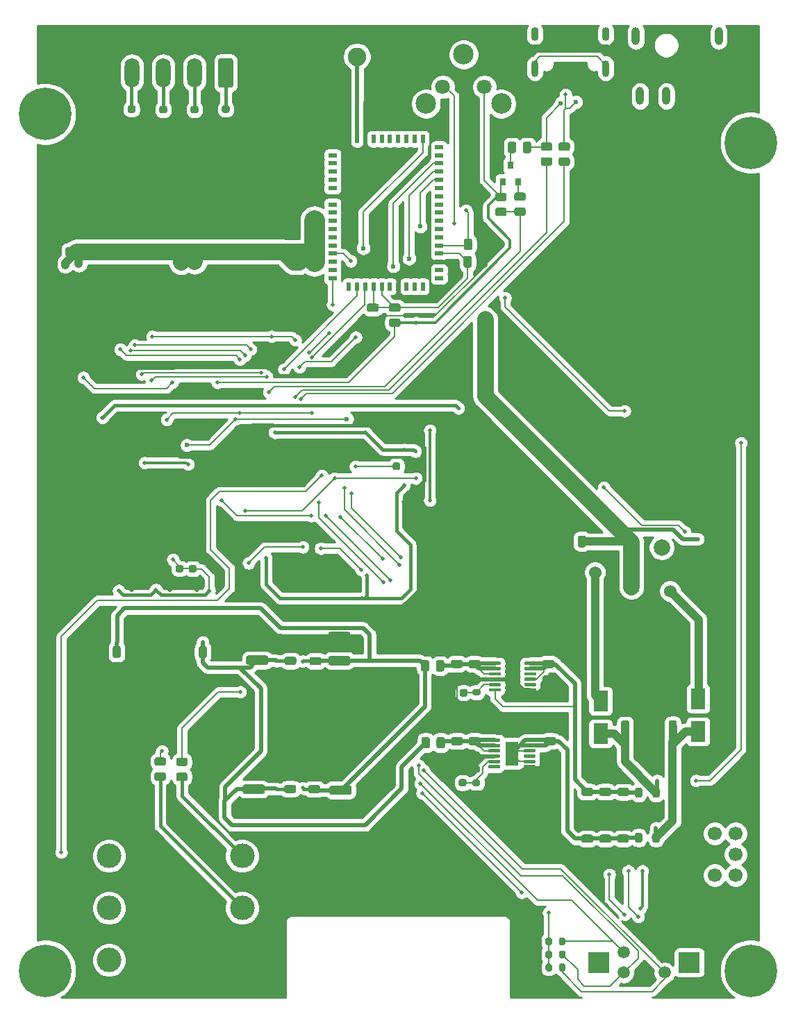
<source format=gbr>
G04 #@! TF.GenerationSoftware,KiCad,Pcbnew,5.1.9*
G04 #@! TF.CreationDate,2021-06-24T12:15:12+08:00*
G04 #@! TF.ProjectId,digital-amplifier2,64696769-7461-46c2-9d61-6d706c696669,rev?*
G04 #@! TF.SameCoordinates,Original*
G04 #@! TF.FileFunction,Copper,L2,Bot*
G04 #@! TF.FilePolarity,Positive*
%FSLAX46Y46*%
G04 Gerber Fmt 4.6, Leading zero omitted, Abs format (unit mm)*
G04 Created by KiCad (PCBNEW 5.1.9) date 2021-06-24 12:15:12*
%MOMM*%
%LPD*%
G01*
G04 APERTURE LIST*
G04 #@! TA.AperFunction,ComponentPad*
%ADD10C,1.524000*%
G04 #@! TD*
G04 #@! TA.AperFunction,ComponentPad*
%ADD11C,2.000000*%
G04 #@! TD*
G04 #@! TA.AperFunction,ComponentPad*
%ADD12C,1.700000*%
G04 #@! TD*
G04 #@! TA.AperFunction,ComponentPad*
%ADD13C,2.250000*%
G04 #@! TD*
G04 #@! TA.AperFunction,ComponentPad*
%ADD14O,1.800000X3.600000*%
G04 #@! TD*
G04 #@! TA.AperFunction,ComponentPad*
%ADD15C,0.500000*%
G04 #@! TD*
G04 #@! TA.AperFunction,SMDPad,CuDef*
%ADD16R,1.650000X2.850000*%
G04 #@! TD*
G04 #@! TA.AperFunction,ComponentPad*
%ADD17C,0.600000*%
G04 #@! TD*
G04 #@! TA.AperFunction,SMDPad,CuDef*
%ADD18R,9.500000X3.400000*%
G04 #@! TD*
G04 #@! TA.AperFunction,ComponentPad*
%ADD19R,2.600000X2.500000*%
G04 #@! TD*
G04 #@! TA.AperFunction,ComponentPad*
%ADD20C,1.500000*%
G04 #@! TD*
G04 #@! TA.AperFunction,ComponentPad*
%ADD21O,0.900000X1.700000*%
G04 #@! TD*
G04 #@! TA.AperFunction,ComponentPad*
%ADD22O,0.900000X2.000000*%
G04 #@! TD*
G04 #@! TA.AperFunction,SMDPad,CuDef*
%ADD23R,5.800000X3.200000*%
G04 #@! TD*
G04 #@! TA.AperFunction,ComponentPad*
%ADD24C,1.800000*%
G04 #@! TD*
G04 #@! TA.AperFunction,WasherPad*
%ADD25C,2.500000*%
G04 #@! TD*
G04 #@! TA.AperFunction,SMDPad,CuDef*
%ADD26R,1.000000X0.500000*%
G04 #@! TD*
G04 #@! TA.AperFunction,SMDPad,CuDef*
%ADD27R,0.500000X1.000000*%
G04 #@! TD*
G04 #@! TA.AperFunction,SMDPad,CuDef*
%ADD28R,0.800000X0.900000*%
G04 #@! TD*
G04 #@! TA.AperFunction,ComponentPad*
%ADD29C,3.000000*%
G04 #@! TD*
G04 #@! TA.AperFunction,ComponentPad*
%ADD30O,1.000000X2.200000*%
G04 #@! TD*
G04 #@! TA.AperFunction,ComponentPad*
%ADD31C,6.400000*%
G04 #@! TD*
G04 #@! TA.AperFunction,SMDPad,CuDef*
%ADD32R,1.800000X2.500000*%
G04 #@! TD*
G04 #@! TA.AperFunction,ViaPad*
%ADD33C,0.600000*%
G04 #@! TD*
G04 #@! TA.AperFunction,ViaPad*
%ADD34C,0.500000*%
G04 #@! TD*
G04 #@! TA.AperFunction,Conductor*
%ADD35C,2.000000*%
G04 #@! TD*
G04 #@! TA.AperFunction,Conductor*
%ADD36C,0.400000*%
G04 #@! TD*
G04 #@! TA.AperFunction,Conductor*
%ADD37C,0.500000*%
G04 #@! TD*
G04 #@! TA.AperFunction,Conductor*
%ADD38C,0.200000*%
G04 #@! TD*
G04 #@! TA.AperFunction,Conductor*
%ADD39C,1.000000*%
G04 #@! TD*
G04 #@! TA.AperFunction,Conductor*
%ADD40C,0.300000*%
G04 #@! TD*
G04 #@! TA.AperFunction,Conductor*
%ADD41C,2.500000*%
G04 #@! TD*
G04 #@! TA.AperFunction,Conductor*
%ADD42C,0.254000*%
G04 #@! TD*
G04 #@! TA.AperFunction,Conductor*
%ADD43C,0.100000*%
G04 #@! TD*
G04 APERTURE END LIST*
G04 #@! TA.AperFunction,SMDPad,CuDef*
G36*
G01*
X166617200Y-212707900D02*
X166617200Y-212157900D01*
G75*
G02*
X166817200Y-211957900I200000J0D01*
G01*
X167217200Y-211957900D01*
G75*
G02*
X167417200Y-212157900I0J-200000D01*
G01*
X167417200Y-212707900D01*
G75*
G02*
X167217200Y-212907900I-200000J0D01*
G01*
X166817200Y-212907900D01*
G75*
G02*
X166617200Y-212707900I0J200000D01*
G01*
G37*
G04 #@! TD.AperFunction*
G04 #@! TA.AperFunction,SMDPad,CuDef*
G36*
G01*
X164967200Y-212707900D02*
X164967200Y-212157900D01*
G75*
G02*
X165167200Y-211957900I200000J0D01*
G01*
X165567200Y-211957900D01*
G75*
G02*
X165767200Y-212157900I0J-200000D01*
G01*
X165767200Y-212707900D01*
G75*
G02*
X165567200Y-212907900I-200000J0D01*
G01*
X165167200Y-212907900D01*
G75*
G02*
X164967200Y-212707900I0J200000D01*
G01*
G37*
G04 #@! TD.AperFunction*
G04 #@! TA.AperFunction,SMDPad,CuDef*
G36*
G01*
X166629900Y-215895600D02*
X166629900Y-215345600D01*
G75*
G02*
X166829900Y-215145600I200000J0D01*
G01*
X167229900Y-215145600D01*
G75*
G02*
X167429900Y-215345600I0J-200000D01*
G01*
X167429900Y-215895600D01*
G75*
G02*
X167229900Y-216095600I-200000J0D01*
G01*
X166829900Y-216095600D01*
G75*
G02*
X166629900Y-215895600I0J200000D01*
G01*
G37*
G04 #@! TD.AperFunction*
G04 #@! TA.AperFunction,SMDPad,CuDef*
G36*
G01*
X164979900Y-215895600D02*
X164979900Y-215345600D01*
G75*
G02*
X165179900Y-215145600I200000J0D01*
G01*
X165579900Y-215145600D01*
G75*
G02*
X165779900Y-215345600I0J-200000D01*
G01*
X165779900Y-215895600D01*
G75*
G02*
X165579900Y-216095600I-200000J0D01*
G01*
X165179900Y-216095600D01*
G75*
G02*
X164979900Y-215895600I0J200000D01*
G01*
G37*
G04 #@! TD.AperFunction*
G04 #@! TA.AperFunction,SMDPad,CuDef*
G36*
G01*
X166617200Y-214295400D02*
X166617200Y-213745400D01*
G75*
G02*
X166817200Y-213545400I200000J0D01*
G01*
X167217200Y-213545400D01*
G75*
G02*
X167417200Y-213745400I0J-200000D01*
G01*
X167417200Y-214295400D01*
G75*
G02*
X167217200Y-214495400I-200000J0D01*
G01*
X166817200Y-214495400D01*
G75*
G02*
X166617200Y-214295400I0J200000D01*
G01*
G37*
G04 #@! TD.AperFunction*
G04 #@! TA.AperFunction,SMDPad,CuDef*
G36*
G01*
X164967200Y-214295400D02*
X164967200Y-213745400D01*
G75*
G02*
X165167200Y-213545400I200000J0D01*
G01*
X165567200Y-213545400D01*
G75*
G02*
X165767200Y-213745400I0J-200000D01*
G01*
X165767200Y-214295400D01*
G75*
G02*
X165567200Y-214495400I-200000J0D01*
G01*
X165167200Y-214495400D01*
G75*
G02*
X164967200Y-214295400I0J200000D01*
G01*
G37*
G04 #@! TD.AperFunction*
G04 #@! TA.AperFunction,SMDPad,CuDef*
G36*
G01*
X168015500Y-163164500D02*
X168015500Y-164114500D01*
G75*
G02*
X167765500Y-164364500I-250000J0D01*
G01*
X167265500Y-164364500D01*
G75*
G02*
X167015500Y-164114500I0J250000D01*
G01*
X167015500Y-163164500D01*
G75*
G02*
X167265500Y-162914500I250000J0D01*
G01*
X167765500Y-162914500D01*
G75*
G02*
X168015500Y-163164500I0J-250000D01*
G01*
G37*
G04 #@! TD.AperFunction*
G04 #@! TA.AperFunction,SMDPad,CuDef*
G36*
G01*
X169915500Y-163164500D02*
X169915500Y-164114500D01*
G75*
G02*
X169665500Y-164364500I-250000J0D01*
G01*
X169165500Y-164364500D01*
G75*
G02*
X168915500Y-164114500I0J250000D01*
G01*
X168915500Y-163164500D01*
G75*
G02*
X169165500Y-162914500I250000J0D01*
G01*
X169665500Y-162914500D01*
G75*
G02*
X169915500Y-163164500I0J-250000D01*
G01*
G37*
G04 #@! TD.AperFunction*
G04 #@! TA.AperFunction,SMDPad,CuDef*
G36*
G01*
X151618900Y-179266002D02*
X151618900Y-178365998D01*
G75*
G02*
X151868898Y-178116000I249998J0D01*
G01*
X152393902Y-178116000D01*
G75*
G02*
X152643900Y-178365998I0J-249998D01*
G01*
X152643900Y-179266002D01*
G75*
G02*
X152393902Y-179516000I-249998J0D01*
G01*
X151868898Y-179516000D01*
G75*
G02*
X151618900Y-179266002I0J249998D01*
G01*
G37*
G04 #@! TD.AperFunction*
G04 #@! TA.AperFunction,SMDPad,CuDef*
G36*
G01*
X149793900Y-179266002D02*
X149793900Y-178365998D01*
G75*
G02*
X150043898Y-178116000I249998J0D01*
G01*
X150568902Y-178116000D01*
G75*
G02*
X150818900Y-178365998I0J-249998D01*
G01*
X150818900Y-179266002D01*
G75*
G02*
X150568902Y-179516000I-249998J0D01*
G01*
X150043898Y-179516000D01*
G75*
G02*
X149793900Y-179266002I0J249998D01*
G01*
G37*
G04 #@! TD.AperFunction*
D10*
X180162200Y-169697400D03*
X177622200Y-179857400D03*
X176225200Y-175539400D03*
X171018200Y-167411400D03*
D11*
X175463200Y-169189400D03*
X179146200Y-164363400D03*
G04 #@! TA.AperFunction,SMDPad,CuDef*
G36*
G01*
X174022599Y-195515500D02*
X174922601Y-195515500D01*
G75*
G02*
X175172600Y-195765499I0J-249999D01*
G01*
X175172600Y-196290501D01*
G75*
G02*
X174922601Y-196540500I-249999J0D01*
G01*
X174022599Y-196540500D01*
G75*
G02*
X173772600Y-196290501I0J249999D01*
G01*
X173772600Y-195765499D01*
G75*
G02*
X174022599Y-195515500I249999J0D01*
G01*
G37*
G04 #@! TD.AperFunction*
G04 #@! TA.AperFunction,SMDPad,CuDef*
G36*
G01*
X174022599Y-193690500D02*
X174922601Y-193690500D01*
G75*
G02*
X175172600Y-193940499I0J-249999D01*
G01*
X175172600Y-194465501D01*
G75*
G02*
X174922601Y-194715500I-249999J0D01*
G01*
X174022599Y-194715500D01*
G75*
G02*
X173772600Y-194465501I0J249999D01*
G01*
X173772600Y-193940499D01*
G75*
G02*
X174022599Y-193690500I249999J0D01*
G01*
G37*
G04 #@! TD.AperFunction*
G04 #@! TA.AperFunction,SMDPad,CuDef*
G36*
G01*
X174897201Y-198565500D02*
X173997199Y-198565500D01*
G75*
G02*
X173747200Y-198315501I0J249999D01*
G01*
X173747200Y-197790499D01*
G75*
G02*
X173997199Y-197540500I249999J0D01*
G01*
X174897201Y-197540500D01*
G75*
G02*
X175147200Y-197790499I0J-249999D01*
G01*
X175147200Y-198315501D01*
G75*
G02*
X174897201Y-198565500I-249999J0D01*
G01*
G37*
G04 #@! TD.AperFunction*
G04 #@! TA.AperFunction,SMDPad,CuDef*
G36*
G01*
X174897201Y-200390500D02*
X173997199Y-200390500D01*
G75*
G02*
X173747200Y-200140501I0J249999D01*
G01*
X173747200Y-199615499D01*
G75*
G02*
X173997199Y-199365500I249999J0D01*
G01*
X174897201Y-199365500D01*
G75*
G02*
X175147200Y-199615499I0J-249999D01*
G01*
X175147200Y-200140501D01*
G75*
G02*
X174897201Y-200390500I-249999J0D01*
G01*
G37*
G04 #@! TD.AperFunction*
D12*
X188150500Y-204355700D03*
X185610500Y-204355700D03*
X188150500Y-201815700D03*
X185610500Y-201815700D03*
X188150500Y-199275700D03*
X185610500Y-199275700D03*
D13*
X139460000Y-107040000D03*
X139460000Y-101960000D03*
X144540000Y-101960000D03*
X144540000Y-107040000D03*
X142000000Y-104500000D03*
D14*
X114570000Y-106500000D03*
X118380000Y-106500000D03*
X122190000Y-106500000D03*
G04 #@! TA.AperFunction,ComponentPad*
G36*
G01*
X126900000Y-104950000D02*
X126900000Y-108050000D01*
G75*
G02*
X126650000Y-108300000I-250000J0D01*
G01*
X125350000Y-108300000D01*
G75*
G02*
X125100000Y-108050000I0J250000D01*
G01*
X125100000Y-104950000D01*
G75*
G02*
X125350000Y-104700000I250000J0D01*
G01*
X126650000Y-104700000D01*
G75*
G02*
X126900000Y-104950000I0J-250000D01*
G01*
G37*
G04 #@! TD.AperFunction*
D15*
X160383600Y-190509400D03*
X161383600Y-190509400D03*
X160383600Y-189509400D03*
X161383600Y-189509400D03*
X160383600Y-188509400D03*
X161383600Y-188509400D03*
D16*
X160883600Y-189509400D03*
G04 #@! TA.AperFunction,SMDPad,CuDef*
G36*
G01*
X159458600Y-187784400D02*
X159458600Y-187984400D01*
G75*
G02*
X159358600Y-188084400I-100000J0D01*
G01*
X158108600Y-188084400D01*
G75*
G02*
X158008600Y-187984400I0J100000D01*
G01*
X158008600Y-187784400D01*
G75*
G02*
X158108600Y-187684400I100000J0D01*
G01*
X159358600Y-187684400D01*
G75*
G02*
X159458600Y-187784400I0J-100000D01*
G01*
G37*
G04 #@! TD.AperFunction*
G04 #@! TA.AperFunction,SMDPad,CuDef*
G36*
G01*
X159458600Y-188434400D02*
X159458600Y-188634400D01*
G75*
G02*
X159358600Y-188734400I-100000J0D01*
G01*
X158108600Y-188734400D01*
G75*
G02*
X158008600Y-188634400I0J100000D01*
G01*
X158008600Y-188434400D01*
G75*
G02*
X158108600Y-188334400I100000J0D01*
G01*
X159358600Y-188334400D01*
G75*
G02*
X159458600Y-188434400I0J-100000D01*
G01*
G37*
G04 #@! TD.AperFunction*
G04 #@! TA.AperFunction,SMDPad,CuDef*
G36*
G01*
X159458600Y-189084400D02*
X159458600Y-189284400D01*
G75*
G02*
X159358600Y-189384400I-100000J0D01*
G01*
X158108600Y-189384400D01*
G75*
G02*
X158008600Y-189284400I0J100000D01*
G01*
X158008600Y-189084400D01*
G75*
G02*
X158108600Y-188984400I100000J0D01*
G01*
X159358600Y-188984400D01*
G75*
G02*
X159458600Y-189084400I0J-100000D01*
G01*
G37*
G04 #@! TD.AperFunction*
G04 #@! TA.AperFunction,SMDPad,CuDef*
G36*
G01*
X159458600Y-189734400D02*
X159458600Y-189934400D01*
G75*
G02*
X159358600Y-190034400I-100000J0D01*
G01*
X158108600Y-190034400D01*
G75*
G02*
X158008600Y-189934400I0J100000D01*
G01*
X158008600Y-189734400D01*
G75*
G02*
X158108600Y-189634400I100000J0D01*
G01*
X159358600Y-189634400D01*
G75*
G02*
X159458600Y-189734400I0J-100000D01*
G01*
G37*
G04 #@! TD.AperFunction*
G04 #@! TA.AperFunction,SMDPad,CuDef*
G36*
G01*
X159458600Y-190384400D02*
X159458600Y-190584400D01*
G75*
G02*
X159358600Y-190684400I-100000J0D01*
G01*
X158108600Y-190684400D01*
G75*
G02*
X158008600Y-190584400I0J100000D01*
G01*
X158008600Y-190384400D01*
G75*
G02*
X158108600Y-190284400I100000J0D01*
G01*
X159358600Y-190284400D01*
G75*
G02*
X159458600Y-190384400I0J-100000D01*
G01*
G37*
G04 #@! TD.AperFunction*
G04 #@! TA.AperFunction,SMDPad,CuDef*
G36*
G01*
X159458600Y-191034400D02*
X159458600Y-191234400D01*
G75*
G02*
X159358600Y-191334400I-100000J0D01*
G01*
X158108600Y-191334400D01*
G75*
G02*
X158008600Y-191234400I0J100000D01*
G01*
X158008600Y-191034400D01*
G75*
G02*
X158108600Y-190934400I100000J0D01*
G01*
X159358600Y-190934400D01*
G75*
G02*
X159458600Y-191034400I0J-100000D01*
G01*
G37*
G04 #@! TD.AperFunction*
G04 #@! TA.AperFunction,SMDPad,CuDef*
G36*
G01*
X163758600Y-191034400D02*
X163758600Y-191234400D01*
G75*
G02*
X163658600Y-191334400I-100000J0D01*
G01*
X162408600Y-191334400D01*
G75*
G02*
X162308600Y-191234400I0J100000D01*
G01*
X162308600Y-191034400D01*
G75*
G02*
X162408600Y-190934400I100000J0D01*
G01*
X163658600Y-190934400D01*
G75*
G02*
X163758600Y-191034400I0J-100000D01*
G01*
G37*
G04 #@! TD.AperFunction*
G04 #@! TA.AperFunction,SMDPad,CuDef*
G36*
G01*
X163758600Y-190384400D02*
X163758600Y-190584400D01*
G75*
G02*
X163658600Y-190684400I-100000J0D01*
G01*
X162408600Y-190684400D01*
G75*
G02*
X162308600Y-190584400I0J100000D01*
G01*
X162308600Y-190384400D01*
G75*
G02*
X162408600Y-190284400I100000J0D01*
G01*
X163658600Y-190284400D01*
G75*
G02*
X163758600Y-190384400I0J-100000D01*
G01*
G37*
G04 #@! TD.AperFunction*
G04 #@! TA.AperFunction,SMDPad,CuDef*
G36*
G01*
X163758600Y-189734400D02*
X163758600Y-189934400D01*
G75*
G02*
X163658600Y-190034400I-100000J0D01*
G01*
X162408600Y-190034400D01*
G75*
G02*
X162308600Y-189934400I0J100000D01*
G01*
X162308600Y-189734400D01*
G75*
G02*
X162408600Y-189634400I100000J0D01*
G01*
X163658600Y-189634400D01*
G75*
G02*
X163758600Y-189734400I0J-100000D01*
G01*
G37*
G04 #@! TD.AperFunction*
G04 #@! TA.AperFunction,SMDPad,CuDef*
G36*
G01*
X163758600Y-189084400D02*
X163758600Y-189284400D01*
G75*
G02*
X163658600Y-189384400I-100000J0D01*
G01*
X162408600Y-189384400D01*
G75*
G02*
X162308600Y-189284400I0J100000D01*
G01*
X162308600Y-189084400D01*
G75*
G02*
X162408600Y-188984400I100000J0D01*
G01*
X163658600Y-188984400D01*
G75*
G02*
X163758600Y-189084400I0J-100000D01*
G01*
G37*
G04 #@! TD.AperFunction*
G04 #@! TA.AperFunction,SMDPad,CuDef*
G36*
G01*
X163758600Y-188434400D02*
X163758600Y-188634400D01*
G75*
G02*
X163658600Y-188734400I-100000J0D01*
G01*
X162408600Y-188734400D01*
G75*
G02*
X162308600Y-188634400I0J100000D01*
G01*
X162308600Y-188434400D01*
G75*
G02*
X162408600Y-188334400I100000J0D01*
G01*
X163658600Y-188334400D01*
G75*
G02*
X163758600Y-188434400I0J-100000D01*
G01*
G37*
G04 #@! TD.AperFunction*
G04 #@! TA.AperFunction,SMDPad,CuDef*
G36*
G01*
X163758600Y-187784400D02*
X163758600Y-187984400D01*
G75*
G02*
X163658600Y-188084400I-100000J0D01*
G01*
X162408600Y-188084400D01*
G75*
G02*
X162308600Y-187984400I0J100000D01*
G01*
X162308600Y-187784400D01*
G75*
G02*
X162408600Y-187684400I100000J0D01*
G01*
X163658600Y-187684400D01*
G75*
G02*
X163758600Y-187784400I0J-100000D01*
G01*
G37*
G04 #@! TD.AperFunction*
D15*
X160469960Y-181124100D03*
X161469960Y-181124100D03*
X160469960Y-180124100D03*
X161469960Y-180124100D03*
X160469960Y-179124100D03*
X161469960Y-179124100D03*
D16*
X160969960Y-180124100D03*
G04 #@! TA.AperFunction,SMDPad,CuDef*
G36*
G01*
X159544960Y-178399100D02*
X159544960Y-178599100D01*
G75*
G02*
X159444960Y-178699100I-100000J0D01*
G01*
X158194960Y-178699100D01*
G75*
G02*
X158094960Y-178599100I0J100000D01*
G01*
X158094960Y-178399100D01*
G75*
G02*
X158194960Y-178299100I100000J0D01*
G01*
X159444960Y-178299100D01*
G75*
G02*
X159544960Y-178399100I0J-100000D01*
G01*
G37*
G04 #@! TD.AperFunction*
G04 #@! TA.AperFunction,SMDPad,CuDef*
G36*
G01*
X159544960Y-179049100D02*
X159544960Y-179249100D01*
G75*
G02*
X159444960Y-179349100I-100000J0D01*
G01*
X158194960Y-179349100D01*
G75*
G02*
X158094960Y-179249100I0J100000D01*
G01*
X158094960Y-179049100D01*
G75*
G02*
X158194960Y-178949100I100000J0D01*
G01*
X159444960Y-178949100D01*
G75*
G02*
X159544960Y-179049100I0J-100000D01*
G01*
G37*
G04 #@! TD.AperFunction*
G04 #@! TA.AperFunction,SMDPad,CuDef*
G36*
G01*
X159544960Y-179699100D02*
X159544960Y-179899100D01*
G75*
G02*
X159444960Y-179999100I-100000J0D01*
G01*
X158194960Y-179999100D01*
G75*
G02*
X158094960Y-179899100I0J100000D01*
G01*
X158094960Y-179699100D01*
G75*
G02*
X158194960Y-179599100I100000J0D01*
G01*
X159444960Y-179599100D01*
G75*
G02*
X159544960Y-179699100I0J-100000D01*
G01*
G37*
G04 #@! TD.AperFunction*
G04 #@! TA.AperFunction,SMDPad,CuDef*
G36*
G01*
X159544960Y-180349100D02*
X159544960Y-180549100D01*
G75*
G02*
X159444960Y-180649100I-100000J0D01*
G01*
X158194960Y-180649100D01*
G75*
G02*
X158094960Y-180549100I0J100000D01*
G01*
X158094960Y-180349100D01*
G75*
G02*
X158194960Y-180249100I100000J0D01*
G01*
X159444960Y-180249100D01*
G75*
G02*
X159544960Y-180349100I0J-100000D01*
G01*
G37*
G04 #@! TD.AperFunction*
G04 #@! TA.AperFunction,SMDPad,CuDef*
G36*
G01*
X159544960Y-180999100D02*
X159544960Y-181199100D01*
G75*
G02*
X159444960Y-181299100I-100000J0D01*
G01*
X158194960Y-181299100D01*
G75*
G02*
X158094960Y-181199100I0J100000D01*
G01*
X158094960Y-180999100D01*
G75*
G02*
X158194960Y-180899100I100000J0D01*
G01*
X159444960Y-180899100D01*
G75*
G02*
X159544960Y-180999100I0J-100000D01*
G01*
G37*
G04 #@! TD.AperFunction*
G04 #@! TA.AperFunction,SMDPad,CuDef*
G36*
G01*
X159544960Y-181649100D02*
X159544960Y-181849100D01*
G75*
G02*
X159444960Y-181949100I-100000J0D01*
G01*
X158194960Y-181949100D01*
G75*
G02*
X158094960Y-181849100I0J100000D01*
G01*
X158094960Y-181649100D01*
G75*
G02*
X158194960Y-181549100I100000J0D01*
G01*
X159444960Y-181549100D01*
G75*
G02*
X159544960Y-181649100I0J-100000D01*
G01*
G37*
G04 #@! TD.AperFunction*
G04 #@! TA.AperFunction,SMDPad,CuDef*
G36*
G01*
X163844960Y-181649100D02*
X163844960Y-181849100D01*
G75*
G02*
X163744960Y-181949100I-100000J0D01*
G01*
X162494960Y-181949100D01*
G75*
G02*
X162394960Y-181849100I0J100000D01*
G01*
X162394960Y-181649100D01*
G75*
G02*
X162494960Y-181549100I100000J0D01*
G01*
X163744960Y-181549100D01*
G75*
G02*
X163844960Y-181649100I0J-100000D01*
G01*
G37*
G04 #@! TD.AperFunction*
G04 #@! TA.AperFunction,SMDPad,CuDef*
G36*
G01*
X163844960Y-180999100D02*
X163844960Y-181199100D01*
G75*
G02*
X163744960Y-181299100I-100000J0D01*
G01*
X162494960Y-181299100D01*
G75*
G02*
X162394960Y-181199100I0J100000D01*
G01*
X162394960Y-180999100D01*
G75*
G02*
X162494960Y-180899100I100000J0D01*
G01*
X163744960Y-180899100D01*
G75*
G02*
X163844960Y-180999100I0J-100000D01*
G01*
G37*
G04 #@! TD.AperFunction*
G04 #@! TA.AperFunction,SMDPad,CuDef*
G36*
G01*
X163844960Y-180349100D02*
X163844960Y-180549100D01*
G75*
G02*
X163744960Y-180649100I-100000J0D01*
G01*
X162494960Y-180649100D01*
G75*
G02*
X162394960Y-180549100I0J100000D01*
G01*
X162394960Y-180349100D01*
G75*
G02*
X162494960Y-180249100I100000J0D01*
G01*
X163744960Y-180249100D01*
G75*
G02*
X163844960Y-180349100I0J-100000D01*
G01*
G37*
G04 #@! TD.AperFunction*
G04 #@! TA.AperFunction,SMDPad,CuDef*
G36*
G01*
X163844960Y-179699100D02*
X163844960Y-179899100D01*
G75*
G02*
X163744960Y-179999100I-100000J0D01*
G01*
X162494960Y-179999100D01*
G75*
G02*
X162394960Y-179899100I0J100000D01*
G01*
X162394960Y-179699100D01*
G75*
G02*
X162494960Y-179599100I100000J0D01*
G01*
X163744960Y-179599100D01*
G75*
G02*
X163844960Y-179699100I0J-100000D01*
G01*
G37*
G04 #@! TD.AperFunction*
G04 #@! TA.AperFunction,SMDPad,CuDef*
G36*
G01*
X163844960Y-179049100D02*
X163844960Y-179249100D01*
G75*
G02*
X163744960Y-179349100I-100000J0D01*
G01*
X162494960Y-179349100D01*
G75*
G02*
X162394960Y-179249100I0J100000D01*
G01*
X162394960Y-179049100D01*
G75*
G02*
X162494960Y-178949100I100000J0D01*
G01*
X163744960Y-178949100D01*
G75*
G02*
X163844960Y-179049100I0J-100000D01*
G01*
G37*
G04 #@! TD.AperFunction*
G04 #@! TA.AperFunction,SMDPad,CuDef*
G36*
G01*
X163844960Y-178399100D02*
X163844960Y-178599100D01*
G75*
G02*
X163744960Y-178699100I-100000J0D01*
G01*
X162494960Y-178699100D01*
G75*
G02*
X162394960Y-178599100I0J100000D01*
G01*
X162394960Y-178399100D01*
G75*
G02*
X162494960Y-178299100I100000J0D01*
G01*
X163744960Y-178299100D01*
G75*
G02*
X163844960Y-178399100I0J-100000D01*
G01*
G37*
G04 #@! TD.AperFunction*
G04 #@! TA.AperFunction,SMDPad,CuDef*
G36*
G01*
X167709002Y-115995500D02*
X166808998Y-115995500D01*
G75*
G02*
X166559000Y-115745502I0J249998D01*
G01*
X166559000Y-115220498D01*
G75*
G02*
X166808998Y-114970500I249998J0D01*
G01*
X167709002Y-114970500D01*
G75*
G02*
X167959000Y-115220498I0J-249998D01*
G01*
X167959000Y-115745502D01*
G75*
G02*
X167709002Y-115995500I-249998J0D01*
G01*
G37*
G04 #@! TD.AperFunction*
G04 #@! TA.AperFunction,SMDPad,CuDef*
G36*
G01*
X167709002Y-117820500D02*
X166808998Y-117820500D01*
G75*
G02*
X166559000Y-117570502I0J249998D01*
G01*
X166559000Y-117045498D01*
G75*
G02*
X166808998Y-116795500I249998J0D01*
G01*
X167709002Y-116795500D01*
G75*
G02*
X167959000Y-117045498I0J-249998D01*
G01*
X167959000Y-117570502D01*
G75*
G02*
X167709002Y-117820500I-249998J0D01*
G01*
G37*
G04 #@! TD.AperFunction*
G04 #@! TA.AperFunction,SMDPad,CuDef*
G36*
G01*
X147909160Y-154717560D02*
X147909160Y-154217560D01*
G75*
G02*
X148134160Y-153992560I225000J0D01*
G01*
X148584160Y-153992560D01*
G75*
G02*
X148809160Y-154217560I0J-225000D01*
G01*
X148809160Y-154717560D01*
G75*
G02*
X148584160Y-154942560I-225000J0D01*
G01*
X148134160Y-154942560D01*
G75*
G02*
X147909160Y-154717560I0J225000D01*
G01*
G37*
G04 #@! TD.AperFunction*
G04 #@! TA.AperFunction,SMDPad,CuDef*
G36*
G01*
X146359160Y-154717560D02*
X146359160Y-154217560D01*
G75*
G02*
X146584160Y-153992560I225000J0D01*
G01*
X147034160Y-153992560D01*
G75*
G02*
X147259160Y-154217560I0J-225000D01*
G01*
X147259160Y-154717560D01*
G75*
G02*
X147034160Y-154942560I-225000J0D01*
G01*
X146584160Y-154942560D01*
G75*
G02*
X146359160Y-154717560I0J225000D01*
G01*
G37*
G04 #@! TD.AperFunction*
G04 #@! TA.AperFunction,SMDPad,CuDef*
G36*
G01*
X156275360Y-192703000D02*
X156825360Y-192703000D01*
G75*
G02*
X157025360Y-192903000I0J-200000D01*
G01*
X157025360Y-193303000D01*
G75*
G02*
X156825360Y-193503000I-200000J0D01*
G01*
X156275360Y-193503000D01*
G75*
G02*
X156075360Y-193303000I0J200000D01*
G01*
X156075360Y-192903000D01*
G75*
G02*
X156275360Y-192703000I200000J0D01*
G01*
G37*
G04 #@! TD.AperFunction*
G04 #@! TA.AperFunction,SMDPad,CuDef*
G36*
G01*
X156275360Y-191053000D02*
X156825360Y-191053000D01*
G75*
G02*
X157025360Y-191253000I0J-200000D01*
G01*
X157025360Y-191653000D01*
G75*
G02*
X156825360Y-191853000I-200000J0D01*
G01*
X156275360Y-191853000D01*
G75*
G02*
X156075360Y-191653000I0J200000D01*
G01*
X156075360Y-191253000D01*
G75*
G02*
X156275360Y-191053000I200000J0D01*
G01*
G37*
G04 #@! TD.AperFunction*
G04 #@! TA.AperFunction,SMDPad,CuDef*
G36*
G01*
X156293140Y-183312620D02*
X156843140Y-183312620D01*
G75*
G02*
X157043140Y-183512620I0J-200000D01*
G01*
X157043140Y-183912620D01*
G75*
G02*
X156843140Y-184112620I-200000J0D01*
G01*
X156293140Y-184112620D01*
G75*
G02*
X156093140Y-183912620I0J200000D01*
G01*
X156093140Y-183512620D01*
G75*
G02*
X156293140Y-183312620I200000J0D01*
G01*
G37*
G04 #@! TD.AperFunction*
G04 #@! TA.AperFunction,SMDPad,CuDef*
G36*
G01*
X156293140Y-181662620D02*
X156843140Y-181662620D01*
G75*
G02*
X157043140Y-181862620I0J-200000D01*
G01*
X157043140Y-182262620D01*
G75*
G02*
X156843140Y-182462620I-200000J0D01*
G01*
X156293140Y-182462620D01*
G75*
G02*
X156093140Y-182262620I0J200000D01*
G01*
X156093140Y-181862620D01*
G75*
G02*
X156293140Y-181662620I200000J0D01*
G01*
G37*
G04 #@! TD.AperFunction*
G04 #@! TA.AperFunction,SMDPad,CuDef*
G36*
G01*
X154623960Y-192615700D02*
X155123960Y-192615700D01*
G75*
G02*
X155348960Y-192840700I0J-225000D01*
G01*
X155348960Y-193290700D01*
G75*
G02*
X155123960Y-193515700I-225000J0D01*
G01*
X154623960Y-193515700D01*
G75*
G02*
X154398960Y-193290700I0J225000D01*
G01*
X154398960Y-192840700D01*
G75*
G02*
X154623960Y-192615700I225000J0D01*
G01*
G37*
G04 #@! TD.AperFunction*
G04 #@! TA.AperFunction,SMDPad,CuDef*
G36*
G01*
X154623960Y-191065700D02*
X155123960Y-191065700D01*
G75*
G02*
X155348960Y-191290700I0J-225000D01*
G01*
X155348960Y-191740700D01*
G75*
G02*
X155123960Y-191965700I-225000J0D01*
G01*
X154623960Y-191965700D01*
G75*
G02*
X154398960Y-191740700I0J225000D01*
G01*
X154398960Y-191290700D01*
G75*
G02*
X154623960Y-191065700I225000J0D01*
G01*
G37*
G04 #@! TD.AperFunction*
G04 #@! TA.AperFunction,SMDPad,CuDef*
G36*
G01*
X154743340Y-183212620D02*
X155243340Y-183212620D01*
G75*
G02*
X155468340Y-183437620I0J-225000D01*
G01*
X155468340Y-183887620D01*
G75*
G02*
X155243340Y-184112620I-225000J0D01*
G01*
X154743340Y-184112620D01*
G75*
G02*
X154518340Y-183887620I0J225000D01*
G01*
X154518340Y-183437620D01*
G75*
G02*
X154743340Y-183212620I225000J0D01*
G01*
G37*
G04 #@! TD.AperFunction*
G04 #@! TA.AperFunction,SMDPad,CuDef*
G36*
G01*
X154743340Y-181662620D02*
X155243340Y-181662620D01*
G75*
G02*
X155468340Y-181887620I0J-225000D01*
G01*
X155468340Y-182337620D01*
G75*
G02*
X155243340Y-182562620I-225000J0D01*
G01*
X154743340Y-182562620D01*
G75*
G02*
X154518340Y-182337620I0J225000D01*
G01*
X154518340Y-181887620D01*
G75*
G02*
X154743340Y-181662620I225000J0D01*
G01*
G37*
G04 #@! TD.AperFunction*
D17*
X141058900Y-185381900D03*
X141058900Y-186651900D03*
X139788900Y-185381900D03*
X139788900Y-186651900D03*
X138518900Y-185381900D03*
X138518900Y-186651900D03*
D18*
X128701800Y-134645400D03*
D17*
X133151800Y-135945400D03*
X133151800Y-134645400D03*
X133151800Y-133345400D03*
X131371800Y-135945400D03*
X131371800Y-134645400D03*
X131371800Y-133345400D03*
X129591800Y-135945400D03*
X129591800Y-134645400D03*
X129591800Y-133345400D03*
X127811800Y-135945400D03*
X127811800Y-134645400D03*
X127811800Y-133345400D03*
X126031800Y-135945400D03*
X126031800Y-134645400D03*
X126031800Y-133345400D03*
X124251800Y-133345400D03*
X124251800Y-134645400D03*
X124251800Y-135945400D03*
D18*
X114122200Y-134696200D03*
D17*
X118572200Y-135996200D03*
X118572200Y-134696200D03*
X118572200Y-133396200D03*
X116792200Y-135996200D03*
X116792200Y-134696200D03*
X116792200Y-133396200D03*
X115012200Y-135996200D03*
X115012200Y-134696200D03*
X115012200Y-133396200D03*
X113232200Y-135996200D03*
X113232200Y-134696200D03*
X113232200Y-133396200D03*
X111452200Y-135996200D03*
X111452200Y-134696200D03*
X111452200Y-133396200D03*
X109672200Y-133396200D03*
X109672200Y-134696200D03*
X109672200Y-135996200D03*
G04 #@! TA.AperFunction,SMDPad,CuDef*
G36*
G01*
X126259400Y-111358800D02*
X125759400Y-111358800D01*
G75*
G02*
X125534400Y-111133800I0J225000D01*
G01*
X125534400Y-110683800D01*
G75*
G02*
X125759400Y-110458800I225000J0D01*
G01*
X126259400Y-110458800D01*
G75*
G02*
X126484400Y-110683800I0J-225000D01*
G01*
X126484400Y-111133800D01*
G75*
G02*
X126259400Y-111358800I-225000J0D01*
G01*
G37*
G04 #@! TD.AperFunction*
G04 #@! TA.AperFunction,SMDPad,CuDef*
G36*
G01*
X126259400Y-112908800D02*
X125759400Y-112908800D01*
G75*
G02*
X125534400Y-112683800I0J225000D01*
G01*
X125534400Y-112233800D01*
G75*
G02*
X125759400Y-112008800I225000J0D01*
G01*
X126259400Y-112008800D01*
G75*
G02*
X126484400Y-112233800I0J-225000D01*
G01*
X126484400Y-112683800D01*
G75*
G02*
X126259400Y-112908800I-225000J0D01*
G01*
G37*
G04 #@! TD.AperFunction*
G04 #@! TA.AperFunction,SMDPad,CuDef*
G36*
G01*
X118639400Y-111409600D02*
X118139400Y-111409600D01*
G75*
G02*
X117914400Y-111184600I0J225000D01*
G01*
X117914400Y-110734600D01*
G75*
G02*
X118139400Y-110509600I225000J0D01*
G01*
X118639400Y-110509600D01*
G75*
G02*
X118864400Y-110734600I0J-225000D01*
G01*
X118864400Y-111184600D01*
G75*
G02*
X118639400Y-111409600I-225000J0D01*
G01*
G37*
G04 #@! TD.AperFunction*
G04 #@! TA.AperFunction,SMDPad,CuDef*
G36*
G01*
X118639400Y-112959600D02*
X118139400Y-112959600D01*
G75*
G02*
X117914400Y-112734600I0J225000D01*
G01*
X117914400Y-112284600D01*
G75*
G02*
X118139400Y-112059600I225000J0D01*
G01*
X118639400Y-112059600D01*
G75*
G02*
X118864400Y-112284600I0J-225000D01*
G01*
X118864400Y-112734600D01*
G75*
G02*
X118639400Y-112959600I-225000J0D01*
G01*
G37*
G04 #@! TD.AperFunction*
G04 #@! TA.AperFunction,SMDPad,CuDef*
G36*
G01*
X122449400Y-111409600D02*
X121949400Y-111409600D01*
G75*
G02*
X121724400Y-111184600I0J225000D01*
G01*
X121724400Y-110734600D01*
G75*
G02*
X121949400Y-110509600I225000J0D01*
G01*
X122449400Y-110509600D01*
G75*
G02*
X122674400Y-110734600I0J-225000D01*
G01*
X122674400Y-111184600D01*
G75*
G02*
X122449400Y-111409600I-225000J0D01*
G01*
G37*
G04 #@! TD.AperFunction*
G04 #@! TA.AperFunction,SMDPad,CuDef*
G36*
G01*
X122449400Y-112959600D02*
X121949400Y-112959600D01*
G75*
G02*
X121724400Y-112734600I0J225000D01*
G01*
X121724400Y-112284600D01*
G75*
G02*
X121949400Y-112059600I225000J0D01*
G01*
X122449400Y-112059600D01*
G75*
G02*
X122674400Y-112284600I0J-225000D01*
G01*
X122674400Y-112734600D01*
G75*
G02*
X122449400Y-112959600I-225000J0D01*
G01*
G37*
G04 #@! TD.AperFunction*
G04 #@! TA.AperFunction,SMDPad,CuDef*
G36*
G01*
X114778600Y-111358800D02*
X114278600Y-111358800D01*
G75*
G02*
X114053600Y-111133800I0J225000D01*
G01*
X114053600Y-110683800D01*
G75*
G02*
X114278600Y-110458800I225000J0D01*
G01*
X114778600Y-110458800D01*
G75*
G02*
X115003600Y-110683800I0J-225000D01*
G01*
X115003600Y-111133800D01*
G75*
G02*
X114778600Y-111358800I-225000J0D01*
G01*
G37*
G04 #@! TD.AperFunction*
G04 #@! TA.AperFunction,SMDPad,CuDef*
G36*
G01*
X114778600Y-112908800D02*
X114278600Y-112908800D01*
G75*
G02*
X114053600Y-112683800I0J225000D01*
G01*
X114053600Y-112233800D01*
G75*
G02*
X114278600Y-112008800I225000J0D01*
G01*
X114778600Y-112008800D01*
G75*
G02*
X115003600Y-112233800I0J-225000D01*
G01*
X115003600Y-112683800D01*
G75*
G02*
X114778600Y-112908800I-225000J0D01*
G01*
G37*
G04 #@! TD.AperFunction*
G04 #@! TA.AperFunction,SMDPad,CuDef*
G36*
G01*
X124635441Y-125912040D02*
X122435439Y-125912040D01*
G75*
G02*
X122185440Y-125662041I0J249999D01*
G01*
X122185440Y-125012039D01*
G75*
G02*
X122435439Y-124762040I249999J0D01*
G01*
X124635441Y-124762040D01*
G75*
G02*
X124885440Y-125012039I0J-249999D01*
G01*
X124885440Y-125662041D01*
G75*
G02*
X124635441Y-125912040I-249999J0D01*
G01*
G37*
G04 #@! TD.AperFunction*
G04 #@! TA.AperFunction,SMDPad,CuDef*
G36*
G01*
X124635441Y-128862040D02*
X122435439Y-128862040D01*
G75*
G02*
X122185440Y-128612041I0J249999D01*
G01*
X122185440Y-127962039D01*
G75*
G02*
X122435439Y-127712040I249999J0D01*
G01*
X124635441Y-127712040D01*
G75*
G02*
X124885440Y-127962039I0J-249999D01*
G01*
X124885440Y-128612041D01*
G75*
G02*
X124635441Y-128862040I-249999J0D01*
G01*
G37*
G04 #@! TD.AperFunction*
G04 #@! TA.AperFunction,SMDPad,CuDef*
G36*
G01*
X108902681Y-125927280D02*
X106702679Y-125927280D01*
G75*
G02*
X106452680Y-125677281I0J249999D01*
G01*
X106452680Y-125027279D01*
G75*
G02*
X106702679Y-124777280I249999J0D01*
G01*
X108902681Y-124777280D01*
G75*
G02*
X109152680Y-125027279I0J-249999D01*
G01*
X109152680Y-125677281D01*
G75*
G02*
X108902681Y-125927280I-249999J0D01*
G01*
G37*
G04 #@! TD.AperFunction*
G04 #@! TA.AperFunction,SMDPad,CuDef*
G36*
G01*
X108902681Y-128877280D02*
X106702679Y-128877280D01*
G75*
G02*
X106452680Y-128627281I0J249999D01*
G01*
X106452680Y-127977279D01*
G75*
G02*
X106702679Y-127727280I249999J0D01*
G01*
X108902681Y-127727280D01*
G75*
G02*
X109152680Y-127977279I0J-249999D01*
G01*
X109152680Y-128627281D01*
G75*
G02*
X108902681Y-128877280I-249999J0D01*
G01*
G37*
G04 #@! TD.AperFunction*
G04 #@! TA.AperFunction,SMDPad,CuDef*
G36*
G01*
X121074361Y-125912040D02*
X118874359Y-125912040D01*
G75*
G02*
X118624360Y-125662041I0J249999D01*
G01*
X118624360Y-125012039D01*
G75*
G02*
X118874359Y-124762040I249999J0D01*
G01*
X121074361Y-124762040D01*
G75*
G02*
X121324360Y-125012039I0J-249999D01*
G01*
X121324360Y-125662041D01*
G75*
G02*
X121074361Y-125912040I-249999J0D01*
G01*
G37*
G04 #@! TD.AperFunction*
G04 #@! TA.AperFunction,SMDPad,CuDef*
G36*
G01*
X121074361Y-128862040D02*
X118874359Y-128862040D01*
G75*
G02*
X118624360Y-128612041I0J249999D01*
G01*
X118624360Y-127962039D01*
G75*
G02*
X118874359Y-127712040I249999J0D01*
G01*
X121074361Y-127712040D01*
G75*
G02*
X121324360Y-127962039I0J-249999D01*
G01*
X121324360Y-128612041D01*
G75*
G02*
X121074361Y-128862040I-249999J0D01*
G01*
G37*
G04 #@! TD.AperFunction*
G04 #@! TA.AperFunction,SMDPad,CuDef*
G36*
G01*
X134170601Y-125990040D02*
X131970599Y-125990040D01*
G75*
G02*
X131720600Y-125740041I0J249999D01*
G01*
X131720600Y-125090039D01*
G75*
G02*
X131970599Y-124840040I249999J0D01*
G01*
X134170601Y-124840040D01*
G75*
G02*
X134420600Y-125090039I0J-249999D01*
G01*
X134420600Y-125740041D01*
G75*
G02*
X134170601Y-125990040I-249999J0D01*
G01*
G37*
G04 #@! TD.AperFunction*
G04 #@! TA.AperFunction,SMDPad,CuDef*
G36*
G01*
X134170601Y-128940040D02*
X131970599Y-128940040D01*
G75*
G02*
X131720600Y-128690041I0J249999D01*
G01*
X131720600Y-128040039D01*
G75*
G02*
X131970599Y-127790040I249999J0D01*
G01*
X134170601Y-127790040D01*
G75*
G02*
X134420600Y-128040039I0J-249999D01*
G01*
X134420600Y-128690041D01*
G75*
G02*
X134170601Y-128940040I-249999J0D01*
G01*
G37*
G04 #@! TD.AperFunction*
D19*
X182500000Y-215000000D03*
X171500000Y-215000000D03*
D20*
X179500000Y-213750000D03*
X174500000Y-213750000D03*
X177000000Y-216250000D03*
X179500000Y-216250000D03*
X174500000Y-216250000D03*
G04 #@! TA.AperFunction,SMDPad,CuDef*
G36*
G01*
X120120600Y-168066600D02*
X120620600Y-168066600D01*
G75*
G02*
X120845600Y-168291600I0J-225000D01*
G01*
X120845600Y-168741600D01*
G75*
G02*
X120620600Y-168966600I-225000J0D01*
G01*
X120120600Y-168966600D01*
G75*
G02*
X119895600Y-168741600I0J225000D01*
G01*
X119895600Y-168291600D01*
G75*
G02*
X120120600Y-168066600I225000J0D01*
G01*
G37*
G04 #@! TD.AperFunction*
G04 #@! TA.AperFunction,SMDPad,CuDef*
G36*
G01*
X120120600Y-166516600D02*
X120620600Y-166516600D01*
G75*
G02*
X120845600Y-166741600I0J-225000D01*
G01*
X120845600Y-167191600D01*
G75*
G02*
X120620600Y-167416600I-225000J0D01*
G01*
X120120600Y-167416600D01*
G75*
G02*
X119895600Y-167191600I0J225000D01*
G01*
X119895600Y-166741600D01*
G75*
G02*
X120120600Y-166516600I225000J0D01*
G01*
G37*
G04 #@! TD.AperFunction*
G04 #@! TA.AperFunction,SMDPad,CuDef*
G36*
G01*
X121708100Y-168079300D02*
X122208100Y-168079300D01*
G75*
G02*
X122433100Y-168304300I0J-225000D01*
G01*
X122433100Y-168754300D01*
G75*
G02*
X122208100Y-168979300I-225000J0D01*
G01*
X121708100Y-168979300D01*
G75*
G02*
X121483100Y-168754300I0J225000D01*
G01*
X121483100Y-168304300D01*
G75*
G02*
X121708100Y-168079300I225000J0D01*
G01*
G37*
G04 #@! TD.AperFunction*
G04 #@! TA.AperFunction,SMDPad,CuDef*
G36*
G01*
X121708100Y-166529300D02*
X122208100Y-166529300D01*
G75*
G02*
X122433100Y-166754300I0J-225000D01*
G01*
X122433100Y-167204300D01*
G75*
G02*
X122208100Y-167429300I-225000J0D01*
G01*
X121708100Y-167429300D01*
G75*
G02*
X121483100Y-167204300I0J225000D01*
G01*
X121483100Y-166754300D01*
G75*
G02*
X121708100Y-166529300I225000J0D01*
G01*
G37*
G04 #@! TD.AperFunction*
D21*
X163680000Y-101760000D03*
X172320000Y-101760000D03*
D22*
X163680000Y-105930000D03*
X172320000Y-105930000D03*
D23*
X181165500Y-157505400D03*
D17*
X183765500Y-156205400D03*
X183765500Y-157505400D03*
X183765500Y-158805400D03*
X182465500Y-156205400D03*
X182465500Y-157505400D03*
X182465500Y-158805400D03*
X181165500Y-156205400D03*
X181165500Y-157505400D03*
X181165500Y-158805400D03*
X179865500Y-156205400D03*
X179865500Y-157505400D03*
X179865500Y-158805400D03*
X178565500Y-156205400D03*
X178565500Y-157505400D03*
X178565500Y-158805400D03*
D24*
X157540000Y-108183250D03*
X152460000Y-108183250D03*
X155000000Y-108183250D03*
D25*
X155000000Y-104233250D03*
X150400000Y-110233250D03*
X159600000Y-110233250D03*
D26*
X152019000Y-115528600D03*
X152019000Y-116528600D03*
X152019000Y-117528600D03*
X152019000Y-118528600D03*
X152019000Y-119528600D03*
X152019000Y-120528600D03*
X152019000Y-121528600D03*
X152019000Y-122528600D03*
X152019000Y-123528600D03*
X152019000Y-124528600D03*
X152019000Y-125528600D03*
X152019000Y-126528600D03*
X152019000Y-127528600D03*
X152019000Y-128528600D03*
X152019000Y-129528600D03*
X152019000Y-130528600D03*
X152019000Y-131528600D03*
D27*
X150019000Y-132528600D03*
X149019000Y-132528600D03*
X148019000Y-132528600D03*
X147019000Y-132528600D03*
X146019000Y-132528600D03*
X145019000Y-132528600D03*
X144019000Y-132528600D03*
X143019000Y-132528600D03*
X142019000Y-132528600D03*
X141019000Y-132528600D03*
X141019000Y-114528600D03*
X148019000Y-114528600D03*
X145019000Y-114528600D03*
X147019000Y-114528600D03*
X142019000Y-114528600D03*
X146019000Y-114528600D03*
X149019000Y-114528600D03*
X144019000Y-114528600D03*
X143019000Y-114528600D03*
X150019000Y-114528600D03*
D26*
X139019000Y-126528600D03*
X139019000Y-130528600D03*
X139019000Y-118528600D03*
X139019000Y-119528600D03*
X139019000Y-116528600D03*
X139019000Y-121528600D03*
X139019000Y-125528600D03*
X139019000Y-128528600D03*
X139019000Y-117528600D03*
X139019000Y-129528600D03*
X139019000Y-120528600D03*
X139019000Y-122528600D03*
X139019000Y-115528600D03*
X139019000Y-123528600D03*
X139019000Y-124528600D03*
X139019000Y-131528600D03*
X139019000Y-127528600D03*
D23*
X178231800Y-139014200D03*
D17*
X175631800Y-140314200D03*
X175631800Y-139014200D03*
X175631800Y-137714200D03*
X176931800Y-140314200D03*
X176931800Y-139014200D03*
X176931800Y-137714200D03*
X178231800Y-140314200D03*
X178231800Y-139014200D03*
X178231800Y-137714200D03*
X179531800Y-140314200D03*
X179531800Y-139014200D03*
X179531800Y-137714200D03*
X180831800Y-140314200D03*
X180831800Y-139014200D03*
X180831800Y-137714200D03*
G04 #@! TA.AperFunction,SMDPad,CuDef*
G36*
G01*
X151695100Y-188651302D02*
X151695100Y-187751298D01*
G75*
G02*
X151945098Y-187501300I249998J0D01*
G01*
X152470102Y-187501300D01*
G75*
G02*
X152720100Y-187751298I0J-249998D01*
G01*
X152720100Y-188651302D01*
G75*
G02*
X152470102Y-188901300I-249998J0D01*
G01*
X151945098Y-188901300D01*
G75*
G02*
X151695100Y-188651302I0J249998D01*
G01*
G37*
G04 #@! TD.AperFunction*
G04 #@! TA.AperFunction,SMDPad,CuDef*
G36*
G01*
X149870100Y-188651302D02*
X149870100Y-187751298D01*
G75*
G02*
X150120098Y-187501300I249998J0D01*
G01*
X150645102Y-187501300D01*
G75*
G02*
X150895100Y-187751298I0J-249998D01*
G01*
X150895100Y-188651302D01*
G75*
G02*
X150645102Y-188901300I-249998J0D01*
G01*
X150120098Y-188901300D01*
G75*
G02*
X149870100Y-188651302I0J249998D01*
G01*
G37*
G04 #@! TD.AperFunction*
G04 #@! TA.AperFunction,SMDPad,CuDef*
G36*
G01*
X162324202Y-122099120D02*
X161424198Y-122099120D01*
G75*
G02*
X161174200Y-121849122I0J249998D01*
G01*
X161174200Y-121324118D01*
G75*
G02*
X161424198Y-121074120I249998J0D01*
G01*
X162324202Y-121074120D01*
G75*
G02*
X162574200Y-121324118I0J-249998D01*
G01*
X162574200Y-121849122D01*
G75*
G02*
X162324202Y-122099120I-249998J0D01*
G01*
G37*
G04 #@! TD.AperFunction*
G04 #@! TA.AperFunction,SMDPad,CuDef*
G36*
G01*
X162324202Y-123924120D02*
X161424198Y-123924120D01*
G75*
G02*
X161174200Y-123674122I0J249998D01*
G01*
X161174200Y-123149118D01*
G75*
G02*
X161424198Y-122899120I249998J0D01*
G01*
X162324202Y-122899120D01*
G75*
G02*
X162574200Y-123149118I0J-249998D01*
G01*
X162574200Y-123674122D01*
G75*
G02*
X162324202Y-123924120I-249998J0D01*
G01*
G37*
G04 #@! TD.AperFunction*
G04 #@! TA.AperFunction,SMDPad,CuDef*
G36*
G01*
X159102638Y-122929600D02*
X160002642Y-122929600D01*
G75*
G02*
X160252640Y-123179598I0J-249998D01*
G01*
X160252640Y-123704602D01*
G75*
G02*
X160002642Y-123954600I-249998J0D01*
G01*
X159102638Y-123954600D01*
G75*
G02*
X158852640Y-123704602I0J249998D01*
G01*
X158852640Y-123179598D01*
G75*
G02*
X159102638Y-122929600I249998J0D01*
G01*
G37*
G04 #@! TD.AperFunction*
G04 #@! TA.AperFunction,SMDPad,CuDef*
G36*
G01*
X159102638Y-121104600D02*
X160002642Y-121104600D01*
G75*
G02*
X160252640Y-121354598I0J-249998D01*
G01*
X160252640Y-121879602D01*
G75*
G02*
X160002642Y-122129600I-249998J0D01*
G01*
X159102638Y-122129600D01*
G75*
G02*
X158852640Y-121879602I0J249998D01*
G01*
X158852640Y-121354598D01*
G75*
G02*
X159102638Y-121104600I249998J0D01*
G01*
G37*
G04 #@! TD.AperFunction*
G04 #@! TA.AperFunction,SMDPad,CuDef*
G36*
G01*
X165555082Y-115980260D02*
X164655078Y-115980260D01*
G75*
G02*
X164405080Y-115730262I0J249998D01*
G01*
X164405080Y-115205258D01*
G75*
G02*
X164655078Y-114955260I249998J0D01*
G01*
X165555082Y-114955260D01*
G75*
G02*
X165805080Y-115205258I0J-249998D01*
G01*
X165805080Y-115730262D01*
G75*
G02*
X165555082Y-115980260I-249998J0D01*
G01*
G37*
G04 #@! TD.AperFunction*
G04 #@! TA.AperFunction,SMDPad,CuDef*
G36*
G01*
X165555082Y-117805260D02*
X164655078Y-117805260D01*
G75*
G02*
X164405080Y-117555262I0J249998D01*
G01*
X164405080Y-117030258D01*
G75*
G02*
X164655078Y-116780260I249998J0D01*
G01*
X165555082Y-116780260D01*
G75*
G02*
X165805080Y-117030258I0J-249998D01*
G01*
X165805080Y-117555262D01*
G75*
G02*
X165555082Y-117805260I-249998J0D01*
G01*
G37*
G04 #@! TD.AperFunction*
G04 #@! TA.AperFunction,SMDPad,CuDef*
G36*
G01*
X162215780Y-116014922D02*
X162215780Y-115114918D01*
G75*
G02*
X162465778Y-114864920I249998J0D01*
G01*
X162990782Y-114864920D01*
G75*
G02*
X163240780Y-115114918I0J-249998D01*
G01*
X163240780Y-116014922D01*
G75*
G02*
X162990782Y-116264920I-249998J0D01*
G01*
X162465778Y-116264920D01*
G75*
G02*
X162215780Y-116014922I0J249998D01*
G01*
G37*
G04 #@! TD.AperFunction*
G04 #@! TA.AperFunction,SMDPad,CuDef*
G36*
G01*
X160390780Y-116014922D02*
X160390780Y-115114918D01*
G75*
G02*
X160640778Y-114864920I249998J0D01*
G01*
X161165782Y-114864920D01*
G75*
G02*
X161415780Y-115114918I0J-249998D01*
G01*
X161415780Y-116014922D01*
G75*
G02*
X161165782Y-116264920I-249998J0D01*
G01*
X160640778Y-116264920D01*
G75*
G02*
X160390780Y-116014922I0J249998D01*
G01*
G37*
G04 #@! TD.AperFunction*
G04 #@! TA.AperFunction,SMDPad,CuDef*
G36*
G01*
X146153718Y-134612320D02*
X147053722Y-134612320D01*
G75*
G02*
X147303720Y-134862318I0J-249998D01*
G01*
X147303720Y-135387322D01*
G75*
G02*
X147053722Y-135637320I-249998J0D01*
G01*
X146153718Y-135637320D01*
G75*
G02*
X145903720Y-135387322I0J249998D01*
G01*
X145903720Y-134862318D01*
G75*
G02*
X146153718Y-134612320I249998J0D01*
G01*
G37*
G04 #@! TD.AperFunction*
G04 #@! TA.AperFunction,SMDPad,CuDef*
G36*
G01*
X146153718Y-136437320D02*
X147053722Y-136437320D01*
G75*
G02*
X147303720Y-136687318I0J-249998D01*
G01*
X147303720Y-137212322D01*
G75*
G02*
X147053722Y-137462320I-249998J0D01*
G01*
X146153718Y-137462320D01*
G75*
G02*
X145903720Y-137212322I0J249998D01*
G01*
X145903720Y-136687318D01*
G75*
G02*
X146153718Y-136437320I249998J0D01*
G01*
G37*
G04 #@! TD.AperFunction*
G04 #@! TA.AperFunction,SMDPad,CuDef*
G36*
G01*
X156864000Y-127856402D02*
X156864000Y-126956398D01*
G75*
G02*
X157113998Y-126706400I249998J0D01*
G01*
X157639002Y-126706400D01*
G75*
G02*
X157889000Y-126956398I0J-249998D01*
G01*
X157889000Y-127856402D01*
G75*
G02*
X157639002Y-128106400I-249998J0D01*
G01*
X157113998Y-128106400D01*
G75*
G02*
X156864000Y-127856402I0J249998D01*
G01*
G37*
G04 #@! TD.AperFunction*
G04 #@! TA.AperFunction,SMDPad,CuDef*
G36*
G01*
X155039000Y-127856402D02*
X155039000Y-126956398D01*
G75*
G02*
X155288998Y-126706400I249998J0D01*
G01*
X155814002Y-126706400D01*
G75*
G02*
X156064000Y-126956398I0J-249998D01*
G01*
X156064000Y-127856402D01*
G75*
G02*
X155814002Y-128106400I-249998J0D01*
G01*
X155288998Y-128106400D01*
G75*
G02*
X155039000Y-127856402I0J249998D01*
G01*
G37*
G04 #@! TD.AperFunction*
G04 #@! TA.AperFunction,SMDPad,CuDef*
G36*
G01*
X121110162Y-191044880D02*
X120210158Y-191044880D01*
G75*
G02*
X119960160Y-190794882I0J249998D01*
G01*
X119960160Y-190269878D01*
G75*
G02*
X120210158Y-190019880I249998J0D01*
G01*
X121110162Y-190019880D01*
G75*
G02*
X121360160Y-190269878I0J-249998D01*
G01*
X121360160Y-190794882D01*
G75*
G02*
X121110162Y-191044880I-249998J0D01*
G01*
G37*
G04 #@! TD.AperFunction*
G04 #@! TA.AperFunction,SMDPad,CuDef*
G36*
G01*
X121110162Y-192869880D02*
X120210158Y-192869880D01*
G75*
G02*
X119960160Y-192619882I0J249998D01*
G01*
X119960160Y-192094878D01*
G75*
G02*
X120210158Y-191844880I249998J0D01*
G01*
X121110162Y-191844880D01*
G75*
G02*
X121360160Y-192094878I0J-249998D01*
G01*
X121360160Y-192619882D01*
G75*
G02*
X121110162Y-192869880I-249998J0D01*
G01*
G37*
G04 #@! TD.AperFunction*
G04 #@! TA.AperFunction,SMDPad,CuDef*
G36*
G01*
X118458402Y-191009320D02*
X117558398Y-191009320D01*
G75*
G02*
X117308400Y-190759322I0J249998D01*
G01*
X117308400Y-190234318D01*
G75*
G02*
X117558398Y-189984320I249998J0D01*
G01*
X118458402Y-189984320D01*
G75*
G02*
X118708400Y-190234318I0J-249998D01*
G01*
X118708400Y-190759322D01*
G75*
G02*
X118458402Y-191009320I-249998J0D01*
G01*
G37*
G04 #@! TD.AperFunction*
G04 #@! TA.AperFunction,SMDPad,CuDef*
G36*
G01*
X118458402Y-192834320D02*
X117558398Y-192834320D01*
G75*
G02*
X117308400Y-192584322I0J249998D01*
G01*
X117308400Y-192059318D01*
G75*
G02*
X117558398Y-191809320I249998J0D01*
G01*
X118458402Y-191809320D01*
G75*
G02*
X118708400Y-192059318I0J-249998D01*
G01*
X118708400Y-192584322D01*
G75*
G02*
X118458402Y-192834320I-249998J0D01*
G01*
G37*
G04 #@! TD.AperFunction*
D28*
X160728660Y-117767860D03*
X159778660Y-119767860D03*
X161678660Y-119767860D03*
G04 #@! TA.AperFunction,SMDPad,CuDef*
G36*
G01*
X176768600Y-193904250D02*
X176768600Y-194666750D01*
G75*
G02*
X176549850Y-194885500I-218750J0D01*
G01*
X176112350Y-194885500D01*
G75*
G02*
X175893600Y-194666750I0J218750D01*
G01*
X175893600Y-193904250D01*
G75*
G02*
X176112350Y-193685500I218750J0D01*
G01*
X176549850Y-193685500D01*
G75*
G02*
X176768600Y-193904250I0J-218750D01*
G01*
G37*
G04 #@! TD.AperFunction*
G04 #@! TA.AperFunction,SMDPad,CuDef*
G36*
G01*
X178893600Y-193904250D02*
X178893600Y-194666750D01*
G75*
G02*
X178674850Y-194885500I-218750J0D01*
G01*
X178237350Y-194885500D01*
G75*
G02*
X178018600Y-194666750I0J218750D01*
G01*
X178018600Y-193904250D01*
G75*
G02*
X178237350Y-193685500I218750J0D01*
G01*
X178674850Y-193685500D01*
G75*
G02*
X178893600Y-193904250I0J-218750D01*
G01*
G37*
G04 #@! TD.AperFunction*
G04 #@! TA.AperFunction,SMDPad,CuDef*
G36*
G01*
X176768600Y-199402450D02*
X176768600Y-200164950D01*
G75*
G02*
X176549850Y-200383700I-218750J0D01*
G01*
X176112350Y-200383700D01*
G75*
G02*
X175893600Y-200164950I0J218750D01*
G01*
X175893600Y-199402450D01*
G75*
G02*
X176112350Y-199183700I218750J0D01*
G01*
X176549850Y-199183700D01*
G75*
G02*
X176768600Y-199402450I0J-218750D01*
G01*
G37*
G04 #@! TD.AperFunction*
G04 #@! TA.AperFunction,SMDPad,CuDef*
G36*
G01*
X178893600Y-199402450D02*
X178893600Y-200164950D01*
G75*
G02*
X178674850Y-200383700I-218750J0D01*
G01*
X178237350Y-200383700D01*
G75*
G02*
X178018600Y-200164950I0J218750D01*
G01*
X178018600Y-199402450D01*
G75*
G02*
X178237350Y-199183700I218750J0D01*
G01*
X178674850Y-199183700D01*
G75*
G02*
X178893600Y-199402450I0J-218750D01*
G01*
G37*
G04 #@! TD.AperFunction*
D29*
X111770000Y-202000000D03*
X111770000Y-214700000D03*
X111770000Y-208350000D03*
X128000000Y-202000000D03*
X128000000Y-214700000D03*
X128000000Y-208350000D03*
D30*
X186100000Y-102000000D03*
X184900000Y-109300000D03*
X179700000Y-109300000D03*
X176500000Y-109300000D03*
X176000000Y-102000000D03*
D31*
X104000000Y-216000000D03*
X104000000Y-111500000D03*
X190000000Y-216000000D03*
X190000000Y-115000000D03*
D32*
X171691300Y-183089800D03*
X171691300Y-187089800D03*
X183591200Y-186817000D03*
X183591200Y-182817000D03*
G04 #@! TA.AperFunction,SMDPad,CuDef*
G36*
G01*
X154668240Y-188508220D02*
X153718240Y-188508220D01*
G75*
G02*
X153468240Y-188258220I0J250000D01*
G01*
X153468240Y-187758220D01*
G75*
G02*
X153718240Y-187508220I250000J0D01*
G01*
X154668240Y-187508220D01*
G75*
G02*
X154918240Y-187758220I0J-250000D01*
G01*
X154918240Y-188258220D01*
G75*
G02*
X154668240Y-188508220I-250000J0D01*
G01*
G37*
G04 #@! TD.AperFunction*
G04 #@! TA.AperFunction,SMDPad,CuDef*
G36*
G01*
X154668240Y-190408220D02*
X153718240Y-190408220D01*
G75*
G02*
X153468240Y-190158220I0J250000D01*
G01*
X153468240Y-189658220D01*
G75*
G02*
X153718240Y-189408220I250000J0D01*
G01*
X154668240Y-189408220D01*
G75*
G02*
X154918240Y-189658220I0J-250000D01*
G01*
X154918240Y-190158220D01*
G75*
G02*
X154668240Y-190408220I-250000J0D01*
G01*
G37*
G04 #@! TD.AperFunction*
G04 #@! TA.AperFunction,SMDPad,CuDef*
G36*
G01*
X153690300Y-179989900D02*
X154640300Y-179989900D01*
G75*
G02*
X154890300Y-180239900I0J-250000D01*
G01*
X154890300Y-180739900D01*
G75*
G02*
X154640300Y-180989900I-250000J0D01*
G01*
X153690300Y-180989900D01*
G75*
G02*
X153440300Y-180739900I0J250000D01*
G01*
X153440300Y-180239900D01*
G75*
G02*
X153690300Y-179989900I250000J0D01*
G01*
G37*
G04 #@! TD.AperFunction*
G04 #@! TA.AperFunction,SMDPad,CuDef*
G36*
G01*
X153690300Y-178089900D02*
X154640300Y-178089900D01*
G75*
G02*
X154890300Y-178339900I0J-250000D01*
G01*
X154890300Y-178839900D01*
G75*
G02*
X154640300Y-179089900I-250000J0D01*
G01*
X153690300Y-179089900D01*
G75*
G02*
X153440300Y-178839900I0J250000D01*
G01*
X153440300Y-178339900D01*
G75*
G02*
X153690300Y-178089900I250000J0D01*
G01*
G37*
G04 #@! TD.AperFunction*
G04 #@! TA.AperFunction,SMDPad,CuDef*
G36*
G01*
X156801840Y-188495520D02*
X155851840Y-188495520D01*
G75*
G02*
X155601840Y-188245520I0J250000D01*
G01*
X155601840Y-187745520D01*
G75*
G02*
X155851840Y-187495520I250000J0D01*
G01*
X156801840Y-187495520D01*
G75*
G02*
X157051840Y-187745520I0J-250000D01*
G01*
X157051840Y-188245520D01*
G75*
G02*
X156801840Y-188495520I-250000J0D01*
G01*
G37*
G04 #@! TD.AperFunction*
G04 #@! TA.AperFunction,SMDPad,CuDef*
G36*
G01*
X156801840Y-190395520D02*
X155851840Y-190395520D01*
G75*
G02*
X155601840Y-190145520I0J250000D01*
G01*
X155601840Y-189645520D01*
G75*
G02*
X155851840Y-189395520I250000J0D01*
G01*
X156801840Y-189395520D01*
G75*
G02*
X157051840Y-189645520I0J-250000D01*
G01*
X157051840Y-190145520D01*
G75*
G02*
X156801840Y-190395520I-250000J0D01*
G01*
G37*
G04 #@! TD.AperFunction*
G04 #@! TA.AperFunction,SMDPad,CuDef*
G36*
G01*
X155836600Y-180002600D02*
X156786600Y-180002600D01*
G75*
G02*
X157036600Y-180252600I0J-250000D01*
G01*
X157036600Y-180752600D01*
G75*
G02*
X156786600Y-181002600I-250000J0D01*
G01*
X155836600Y-181002600D01*
G75*
G02*
X155586600Y-180752600I0J250000D01*
G01*
X155586600Y-180252600D01*
G75*
G02*
X155836600Y-180002600I250000J0D01*
G01*
G37*
G04 #@! TD.AperFunction*
G04 #@! TA.AperFunction,SMDPad,CuDef*
G36*
G01*
X155836600Y-178102600D02*
X156786600Y-178102600D01*
G75*
G02*
X157036600Y-178352600I0J-250000D01*
G01*
X157036600Y-178852600D01*
G75*
G02*
X156786600Y-179102600I-250000J0D01*
G01*
X155836600Y-179102600D01*
G75*
G02*
X155586600Y-178852600I0J250000D01*
G01*
X155586600Y-178352600D01*
G75*
G02*
X155836600Y-178102600I250000J0D01*
G01*
G37*
G04 #@! TD.AperFunction*
G04 #@! TA.AperFunction,SMDPad,CuDef*
G36*
G01*
X166006800Y-188500600D02*
X165056800Y-188500600D01*
G75*
G02*
X164806800Y-188250600I0J250000D01*
G01*
X164806800Y-187750600D01*
G75*
G02*
X165056800Y-187500600I250000J0D01*
G01*
X166006800Y-187500600D01*
G75*
G02*
X166256800Y-187750600I0J-250000D01*
G01*
X166256800Y-188250600D01*
G75*
G02*
X166006800Y-188500600I-250000J0D01*
G01*
G37*
G04 #@! TD.AperFunction*
G04 #@! TA.AperFunction,SMDPad,CuDef*
G36*
G01*
X166006800Y-190400600D02*
X165056800Y-190400600D01*
G75*
G02*
X164806800Y-190150600I0J250000D01*
G01*
X164806800Y-189650600D01*
G75*
G02*
X165056800Y-189400600I250000J0D01*
G01*
X166006800Y-189400600D01*
G75*
G02*
X166256800Y-189650600I0J-250000D01*
G01*
X166256800Y-190150600D01*
G75*
G02*
X166006800Y-190400600I-250000J0D01*
G01*
G37*
G04 #@! TD.AperFunction*
G04 #@! TA.AperFunction,SMDPad,CuDef*
G36*
G01*
X164873920Y-179984820D02*
X165823920Y-179984820D01*
G75*
G02*
X166073920Y-180234820I0J-250000D01*
G01*
X166073920Y-180734820D01*
G75*
G02*
X165823920Y-180984820I-250000J0D01*
G01*
X164873920Y-180984820D01*
G75*
G02*
X164623920Y-180734820I0J250000D01*
G01*
X164623920Y-180234820D01*
G75*
G02*
X164873920Y-179984820I250000J0D01*
G01*
G37*
G04 #@! TD.AperFunction*
G04 #@! TA.AperFunction,SMDPad,CuDef*
G36*
G01*
X164873920Y-178084820D02*
X165823920Y-178084820D01*
G75*
G02*
X166073920Y-178334820I0J-250000D01*
G01*
X166073920Y-178834820D01*
G75*
G02*
X165823920Y-179084820I-250000J0D01*
G01*
X164873920Y-179084820D01*
G75*
G02*
X164623920Y-178834820I0J250000D01*
G01*
X164623920Y-178334820D01*
G75*
G02*
X164873920Y-178084820I250000J0D01*
G01*
G37*
G04 #@! TD.AperFunction*
G04 #@! TA.AperFunction,SMDPad,CuDef*
G36*
G01*
X171787800Y-195585500D02*
X172737800Y-195585500D01*
G75*
G02*
X172987800Y-195835500I0J-250000D01*
G01*
X172987800Y-196335500D01*
G75*
G02*
X172737800Y-196585500I-250000J0D01*
G01*
X171787800Y-196585500D01*
G75*
G02*
X171537800Y-196335500I0J250000D01*
G01*
X171537800Y-195835500D01*
G75*
G02*
X171787800Y-195585500I250000J0D01*
G01*
G37*
G04 #@! TD.AperFunction*
G04 #@! TA.AperFunction,SMDPad,CuDef*
G36*
G01*
X171787800Y-193685500D02*
X172737800Y-193685500D01*
G75*
G02*
X172987800Y-193935500I0J-250000D01*
G01*
X172987800Y-194435500D01*
G75*
G02*
X172737800Y-194685500I-250000J0D01*
G01*
X171787800Y-194685500D01*
G75*
G02*
X171537800Y-194435500I0J250000D01*
G01*
X171537800Y-193935500D01*
G75*
G02*
X171787800Y-193685500I250000J0D01*
G01*
G37*
G04 #@! TD.AperFunction*
G04 #@! TA.AperFunction,SMDPad,CuDef*
G36*
G01*
X170553400Y-198495500D02*
X169603400Y-198495500D01*
G75*
G02*
X169353400Y-198245500I0J250000D01*
G01*
X169353400Y-197745500D01*
G75*
G02*
X169603400Y-197495500I250000J0D01*
G01*
X170553400Y-197495500D01*
G75*
G02*
X170803400Y-197745500I0J-250000D01*
G01*
X170803400Y-198245500D01*
G75*
G02*
X170553400Y-198495500I-250000J0D01*
G01*
G37*
G04 #@! TD.AperFunction*
G04 #@! TA.AperFunction,SMDPad,CuDef*
G36*
G01*
X170553400Y-200395500D02*
X169603400Y-200395500D01*
G75*
G02*
X169353400Y-200145500I0J250000D01*
G01*
X169353400Y-199645500D01*
G75*
G02*
X169603400Y-199395500I250000J0D01*
G01*
X170553400Y-199395500D01*
G75*
G02*
X170803400Y-199645500I0J-250000D01*
G01*
X170803400Y-200145500D01*
G75*
G02*
X170553400Y-200395500I-250000J0D01*
G01*
G37*
G04 #@! TD.AperFunction*
G04 #@! TA.AperFunction,SMDPad,CuDef*
G36*
G01*
X169590700Y-195585500D02*
X170540700Y-195585500D01*
G75*
G02*
X170790700Y-195835500I0J-250000D01*
G01*
X170790700Y-196335500D01*
G75*
G02*
X170540700Y-196585500I-250000J0D01*
G01*
X169590700Y-196585500D01*
G75*
G02*
X169340700Y-196335500I0J250000D01*
G01*
X169340700Y-195835500D01*
G75*
G02*
X169590700Y-195585500I250000J0D01*
G01*
G37*
G04 #@! TD.AperFunction*
G04 #@! TA.AperFunction,SMDPad,CuDef*
G36*
G01*
X169590700Y-193685500D02*
X170540700Y-193685500D01*
G75*
G02*
X170790700Y-193935500I0J-250000D01*
G01*
X170790700Y-194435500D01*
G75*
G02*
X170540700Y-194685500I-250000J0D01*
G01*
X169590700Y-194685500D01*
G75*
G02*
X169340700Y-194435500I0J250000D01*
G01*
X169340700Y-193935500D01*
G75*
G02*
X169590700Y-193685500I250000J0D01*
G01*
G37*
G04 #@! TD.AperFunction*
G04 #@! TA.AperFunction,SMDPad,CuDef*
G36*
G01*
X172750500Y-198495500D02*
X171800500Y-198495500D01*
G75*
G02*
X171550500Y-198245500I0J250000D01*
G01*
X171550500Y-197745500D01*
G75*
G02*
X171800500Y-197495500I250000J0D01*
G01*
X172750500Y-197495500D01*
G75*
G02*
X173000500Y-197745500I0J-250000D01*
G01*
X173000500Y-198245500D01*
G75*
G02*
X172750500Y-198495500I-250000J0D01*
G01*
G37*
G04 #@! TD.AperFunction*
G04 #@! TA.AperFunction,SMDPad,CuDef*
G36*
G01*
X172750500Y-200395500D02*
X171800500Y-200395500D01*
G75*
G02*
X171550500Y-200145500I0J250000D01*
G01*
X171550500Y-199645500D01*
G75*
G02*
X171800500Y-199395500I250000J0D01*
G01*
X172750500Y-199395500D01*
G75*
G02*
X173000500Y-199645500I0J-250000D01*
G01*
X173000500Y-200145500D01*
G75*
G02*
X172750500Y-200395500I-250000J0D01*
G01*
G37*
G04 #@! TD.AperFunction*
G04 #@! TA.AperFunction,SMDPad,CuDef*
G36*
G01*
X176078300Y-186682400D02*
X176078300Y-185732400D01*
G75*
G02*
X176328300Y-185482400I250000J0D01*
G01*
X176828300Y-185482400D01*
G75*
G02*
X177078300Y-185732400I0J-250000D01*
G01*
X177078300Y-186682400D01*
G75*
G02*
X176828300Y-186932400I-250000J0D01*
G01*
X176328300Y-186932400D01*
G75*
G02*
X176078300Y-186682400I0J250000D01*
G01*
G37*
G04 #@! TD.AperFunction*
G04 #@! TA.AperFunction,SMDPad,CuDef*
G36*
G01*
X174178300Y-186682400D02*
X174178300Y-185732400D01*
G75*
G02*
X174428300Y-185482400I250000J0D01*
G01*
X174928300Y-185482400D01*
G75*
G02*
X175178300Y-185732400I0J-250000D01*
G01*
X175178300Y-186682400D01*
G75*
G02*
X174928300Y-186932400I-250000J0D01*
G01*
X174428300Y-186932400D01*
G75*
G02*
X174178300Y-186682400I0J250000D01*
G01*
G37*
G04 #@! TD.AperFunction*
G04 #@! TA.AperFunction,SMDPad,CuDef*
G36*
G01*
X179077200Y-187954900D02*
X179077200Y-188904900D01*
G75*
G02*
X178827200Y-189154900I-250000J0D01*
G01*
X178327200Y-189154900D01*
G75*
G02*
X178077200Y-188904900I0J250000D01*
G01*
X178077200Y-187954900D01*
G75*
G02*
X178327200Y-187704900I250000J0D01*
G01*
X178827200Y-187704900D01*
G75*
G02*
X179077200Y-187954900I0J-250000D01*
G01*
G37*
G04 #@! TD.AperFunction*
G04 #@! TA.AperFunction,SMDPad,CuDef*
G36*
G01*
X180977200Y-187954900D02*
X180977200Y-188904900D01*
G75*
G02*
X180727200Y-189154900I-250000J0D01*
G01*
X180227200Y-189154900D01*
G75*
G02*
X179977200Y-188904900I0J250000D01*
G01*
X179977200Y-187954900D01*
G75*
G02*
X180227200Y-187704900I250000J0D01*
G01*
X180727200Y-187704900D01*
G75*
G02*
X180977200Y-187954900I0J-250000D01*
G01*
G37*
G04 #@! TD.AperFunction*
G04 #@! TA.AperFunction,SMDPad,CuDef*
G36*
G01*
X176078300Y-188879500D02*
X176078300Y-187929500D01*
G75*
G02*
X176328300Y-187679500I250000J0D01*
G01*
X176828300Y-187679500D01*
G75*
G02*
X177078300Y-187929500I0J-250000D01*
G01*
X177078300Y-188879500D01*
G75*
G02*
X176828300Y-189129500I-250000J0D01*
G01*
X176328300Y-189129500D01*
G75*
G02*
X176078300Y-188879500I0J250000D01*
G01*
G37*
G04 #@! TD.AperFunction*
G04 #@! TA.AperFunction,SMDPad,CuDef*
G36*
G01*
X174178300Y-188879500D02*
X174178300Y-187929500D01*
G75*
G02*
X174428300Y-187679500I250000J0D01*
G01*
X174928300Y-187679500D01*
G75*
G02*
X175178300Y-187929500I0J-250000D01*
G01*
X175178300Y-188879500D01*
G75*
G02*
X174928300Y-189129500I-250000J0D01*
G01*
X174428300Y-189129500D01*
G75*
G02*
X174178300Y-188879500I0J250000D01*
G01*
G37*
G04 #@! TD.AperFunction*
G04 #@! TA.AperFunction,SMDPad,CuDef*
G36*
G01*
X179089900Y-185719700D02*
X179089900Y-186669700D01*
G75*
G02*
X178839900Y-186919700I-250000J0D01*
G01*
X178339900Y-186919700D01*
G75*
G02*
X178089900Y-186669700I0J250000D01*
G01*
X178089900Y-185719700D01*
G75*
G02*
X178339900Y-185469700I250000J0D01*
G01*
X178839900Y-185469700D01*
G75*
G02*
X179089900Y-185719700I0J-250000D01*
G01*
G37*
G04 #@! TD.AperFunction*
G04 #@! TA.AperFunction,SMDPad,CuDef*
G36*
G01*
X180989900Y-185719700D02*
X180989900Y-186669700D01*
G75*
G02*
X180739900Y-186919700I-250000J0D01*
G01*
X180239900Y-186919700D01*
G75*
G02*
X179989900Y-186669700I0J250000D01*
G01*
X179989900Y-185719700D01*
G75*
G02*
X180239900Y-185469700I250000J0D01*
G01*
X180739900Y-185469700D01*
G75*
G02*
X180989900Y-185719700I0J-250000D01*
G01*
G37*
G04 #@! TD.AperFunction*
G04 #@! TA.AperFunction,SMDPad,CuDef*
G36*
G01*
X143466800Y-136530500D02*
X144416800Y-136530500D01*
G75*
G02*
X144666800Y-136780500I0J-250000D01*
G01*
X144666800Y-137280500D01*
G75*
G02*
X144416800Y-137530500I-250000J0D01*
G01*
X143466800Y-137530500D01*
G75*
G02*
X143216800Y-137280500I0J250000D01*
G01*
X143216800Y-136780500D01*
G75*
G02*
X143466800Y-136530500I250000J0D01*
G01*
G37*
G04 #@! TD.AperFunction*
G04 #@! TA.AperFunction,SMDPad,CuDef*
G36*
G01*
X143466800Y-134630500D02*
X144416800Y-134630500D01*
G75*
G02*
X144666800Y-134880500I0J-250000D01*
G01*
X144666800Y-135380500D01*
G75*
G02*
X144416800Y-135630500I-250000J0D01*
G01*
X143466800Y-135630500D01*
G75*
G02*
X143216800Y-135380500I0J250000D01*
G01*
X143216800Y-134880500D01*
G75*
G02*
X143466800Y-134630500I250000J0D01*
G01*
G37*
G04 #@! TD.AperFunction*
G04 #@! TA.AperFunction,SMDPad,CuDef*
G36*
G01*
X156888600Y-130002300D02*
X156888600Y-129052300D01*
G75*
G02*
X157138600Y-128802300I250000J0D01*
G01*
X157638600Y-128802300D01*
G75*
G02*
X157888600Y-129052300I0J-250000D01*
G01*
X157888600Y-130002300D01*
G75*
G02*
X157638600Y-130252300I-250000J0D01*
G01*
X157138600Y-130252300D01*
G75*
G02*
X156888600Y-130002300I0J250000D01*
G01*
G37*
G04 #@! TD.AperFunction*
G04 #@! TA.AperFunction,SMDPad,CuDef*
G36*
G01*
X154988600Y-130002300D02*
X154988600Y-129052300D01*
G75*
G02*
X155238600Y-128802300I250000J0D01*
G01*
X155738600Y-128802300D01*
G75*
G02*
X155988600Y-129052300I0J-250000D01*
G01*
X155988600Y-130002300D01*
G75*
G02*
X155738600Y-130252300I-250000J0D01*
G01*
X155238600Y-130252300D01*
G75*
G02*
X154988600Y-130002300I0J250000D01*
G01*
G37*
G04 #@! TD.AperFunction*
G04 #@! TA.AperFunction,SMDPad,CuDef*
G36*
G01*
X111310000Y-176636660D02*
X111310000Y-177586660D01*
G75*
G02*
X111060000Y-177836660I-250000J0D01*
G01*
X110560000Y-177836660D01*
G75*
G02*
X110310000Y-177586660I0J250000D01*
G01*
X110310000Y-176636660D01*
G75*
G02*
X110560000Y-176386660I250000J0D01*
G01*
X111060000Y-176386660D01*
G75*
G02*
X111310000Y-176636660I0J-250000D01*
G01*
G37*
G04 #@! TD.AperFunction*
G04 #@! TA.AperFunction,SMDPad,CuDef*
G36*
G01*
X113210000Y-176636660D02*
X113210000Y-177586660D01*
G75*
G02*
X112960000Y-177836660I-250000J0D01*
G01*
X112460000Y-177836660D01*
G75*
G02*
X112210000Y-177586660I0J250000D01*
G01*
X112210000Y-176636660D01*
G75*
G02*
X112460000Y-176386660I250000J0D01*
G01*
X112960000Y-176386660D01*
G75*
G02*
X113210000Y-176636660I0J-250000D01*
G01*
G37*
G04 #@! TD.AperFunction*
G04 #@! TA.AperFunction,SMDPad,CuDef*
G36*
G01*
X124602660Y-177617140D02*
X124602660Y-176667140D01*
G75*
G02*
X124852660Y-176417140I250000J0D01*
G01*
X125352660Y-176417140D01*
G75*
G02*
X125602660Y-176667140I0J-250000D01*
G01*
X125602660Y-177617140D01*
G75*
G02*
X125352660Y-177867140I-250000J0D01*
G01*
X124852660Y-177867140D01*
G75*
G02*
X124602660Y-177617140I0J250000D01*
G01*
G37*
G04 #@! TD.AperFunction*
G04 #@! TA.AperFunction,SMDPad,CuDef*
G36*
G01*
X122702660Y-177617140D02*
X122702660Y-176667140D01*
G75*
G02*
X122952660Y-176417140I250000J0D01*
G01*
X123452660Y-176417140D01*
G75*
G02*
X123702660Y-176667140I0J-250000D01*
G01*
X123702660Y-177617140D01*
G75*
G02*
X123452660Y-177867140I-250000J0D01*
G01*
X122952660Y-177867140D01*
G75*
G02*
X122702660Y-177617140I0J250000D01*
G01*
G37*
G04 #@! TD.AperFunction*
G04 #@! TA.AperFunction,SMDPad,CuDef*
G36*
G01*
X134353320Y-176806440D02*
X133403320Y-176806440D01*
G75*
G02*
X133153320Y-176556440I0J250000D01*
G01*
X133153320Y-176056440D01*
G75*
G02*
X133403320Y-175806440I250000J0D01*
G01*
X134353320Y-175806440D01*
G75*
G02*
X134603320Y-176056440I0J-250000D01*
G01*
X134603320Y-176556440D01*
G75*
G02*
X134353320Y-176806440I-250000J0D01*
G01*
G37*
G04 #@! TD.AperFunction*
G04 #@! TA.AperFunction,SMDPad,CuDef*
G36*
G01*
X134353320Y-178706440D02*
X133403320Y-178706440D01*
G75*
G02*
X133153320Y-178456440I0J250000D01*
G01*
X133153320Y-177956440D01*
G75*
G02*
X133403320Y-177706440I250000J0D01*
G01*
X134353320Y-177706440D01*
G75*
G02*
X134603320Y-177956440I0J-250000D01*
G01*
X134603320Y-178456440D01*
G75*
G02*
X134353320Y-178706440I-250000J0D01*
G01*
G37*
G04 #@! TD.AperFunction*
G04 #@! TA.AperFunction,SMDPad,CuDef*
G36*
G01*
X133383000Y-195242600D02*
X134333000Y-195242600D01*
G75*
G02*
X134583000Y-195492600I0J-250000D01*
G01*
X134583000Y-195992600D01*
G75*
G02*
X134333000Y-196242600I-250000J0D01*
G01*
X133383000Y-196242600D01*
G75*
G02*
X133133000Y-195992600I0J250000D01*
G01*
X133133000Y-195492600D01*
G75*
G02*
X133383000Y-195242600I250000J0D01*
G01*
G37*
G04 #@! TD.AperFunction*
G04 #@! TA.AperFunction,SMDPad,CuDef*
G36*
G01*
X133383000Y-193342600D02*
X134333000Y-193342600D01*
G75*
G02*
X134583000Y-193592600I0J-250000D01*
G01*
X134583000Y-194092600D01*
G75*
G02*
X134333000Y-194342600I-250000J0D01*
G01*
X133383000Y-194342600D01*
G75*
G02*
X133133000Y-194092600I0J250000D01*
G01*
X133133000Y-193592600D01*
G75*
G02*
X133383000Y-193342600I250000J0D01*
G01*
G37*
G04 #@! TD.AperFunction*
G04 #@! TA.AperFunction,SMDPad,CuDef*
G36*
G01*
X128318079Y-196236160D02*
X130518081Y-196236160D01*
G75*
G02*
X130768080Y-196486159I0J-249999D01*
G01*
X130768080Y-197136161D01*
G75*
G02*
X130518081Y-197386160I-249999J0D01*
G01*
X128318079Y-197386160D01*
G75*
G02*
X128068080Y-197136161I0J249999D01*
G01*
X128068080Y-196486159D01*
G75*
G02*
X128318079Y-196236160I249999J0D01*
G01*
G37*
G04 #@! TD.AperFunction*
G04 #@! TA.AperFunction,SMDPad,CuDef*
G36*
G01*
X128318079Y-193286160D02*
X130518081Y-193286160D01*
G75*
G02*
X130768080Y-193536159I0J-249999D01*
G01*
X130768080Y-194186161D01*
G75*
G02*
X130518081Y-194436160I-249999J0D01*
G01*
X128318079Y-194436160D01*
G75*
G02*
X128068080Y-194186161I0J249999D01*
G01*
X128068080Y-193536159D01*
G75*
G02*
X128318079Y-193286160I249999J0D01*
G01*
G37*
G04 #@! TD.AperFunction*
G04 #@! TA.AperFunction,SMDPad,CuDef*
G36*
G01*
X130934641Y-175757000D02*
X128734639Y-175757000D01*
G75*
G02*
X128484640Y-175507001I0J249999D01*
G01*
X128484640Y-174856999D01*
G75*
G02*
X128734639Y-174607000I249999J0D01*
G01*
X130934641Y-174607000D01*
G75*
G02*
X131184640Y-174856999I0J-249999D01*
G01*
X131184640Y-175507001D01*
G75*
G02*
X130934641Y-175757000I-249999J0D01*
G01*
G37*
G04 #@! TD.AperFunction*
G04 #@! TA.AperFunction,SMDPad,CuDef*
G36*
G01*
X130934641Y-178707000D02*
X128734639Y-178707000D01*
G75*
G02*
X128484640Y-178457001I0J249999D01*
G01*
X128484640Y-177806999D01*
G75*
G02*
X128734639Y-177557000I249999J0D01*
G01*
X130934641Y-177557000D01*
G75*
G02*
X131184640Y-177806999I0J-249999D01*
G01*
X131184640Y-178457001D01*
G75*
G02*
X130934641Y-178707000I-249999J0D01*
G01*
G37*
G04 #@! TD.AperFunction*
G04 #@! TA.AperFunction,SMDPad,CuDef*
G36*
G01*
X136314160Y-195257840D02*
X137264160Y-195257840D01*
G75*
G02*
X137514160Y-195507840I0J-250000D01*
G01*
X137514160Y-196007840D01*
G75*
G02*
X137264160Y-196257840I-250000J0D01*
G01*
X136314160Y-196257840D01*
G75*
G02*
X136064160Y-196007840I0J250000D01*
G01*
X136064160Y-195507840D01*
G75*
G02*
X136314160Y-195257840I250000J0D01*
G01*
G37*
G04 #@! TD.AperFunction*
G04 #@! TA.AperFunction,SMDPad,CuDef*
G36*
G01*
X136314160Y-193357840D02*
X137264160Y-193357840D01*
G75*
G02*
X137514160Y-193607840I0J-250000D01*
G01*
X137514160Y-194107840D01*
G75*
G02*
X137264160Y-194357840I-250000J0D01*
G01*
X136314160Y-194357840D01*
G75*
G02*
X136064160Y-194107840I0J250000D01*
G01*
X136064160Y-193607840D01*
G75*
G02*
X136314160Y-193357840I250000J0D01*
G01*
G37*
G04 #@! TD.AperFunction*
G04 #@! TA.AperFunction,SMDPad,CuDef*
G36*
G01*
X137411480Y-176831840D02*
X136461480Y-176831840D01*
G75*
G02*
X136211480Y-176581840I0J250000D01*
G01*
X136211480Y-176081840D01*
G75*
G02*
X136461480Y-175831840I250000J0D01*
G01*
X137411480Y-175831840D01*
G75*
G02*
X137661480Y-176081840I0J-250000D01*
G01*
X137661480Y-176581840D01*
G75*
G02*
X137411480Y-176831840I-250000J0D01*
G01*
G37*
G04 #@! TD.AperFunction*
G04 #@! TA.AperFunction,SMDPad,CuDef*
G36*
G01*
X137411480Y-178731840D02*
X136461480Y-178731840D01*
G75*
G02*
X136211480Y-178481840I0J250000D01*
G01*
X136211480Y-177981840D01*
G75*
G02*
X136461480Y-177731840I250000J0D01*
G01*
X137411480Y-177731840D01*
G75*
G02*
X137661480Y-177981840I0J-250000D01*
G01*
X137661480Y-178481840D01*
G75*
G02*
X137411480Y-178731840I-250000J0D01*
G01*
G37*
G04 #@! TD.AperFunction*
G04 #@! TA.AperFunction,SMDPad,CuDef*
G36*
G01*
X140947321Y-175807800D02*
X138747319Y-175807800D01*
G75*
G02*
X138497320Y-175557801I0J249999D01*
G01*
X138497320Y-174907799D01*
G75*
G02*
X138747319Y-174657800I249999J0D01*
G01*
X140947321Y-174657800D01*
G75*
G02*
X141197320Y-174907799I0J-249999D01*
G01*
X141197320Y-175557801D01*
G75*
G02*
X140947321Y-175807800I-249999J0D01*
G01*
G37*
G04 #@! TD.AperFunction*
G04 #@! TA.AperFunction,SMDPad,CuDef*
G36*
G01*
X140947321Y-178757800D02*
X138747319Y-178757800D01*
G75*
G02*
X138497320Y-178507801I0J249999D01*
G01*
X138497320Y-177857799D01*
G75*
G02*
X138747319Y-177607800I249999J0D01*
G01*
X140947321Y-177607800D01*
G75*
G02*
X141197320Y-177857799I0J-249999D01*
G01*
X141197320Y-178507801D01*
G75*
G02*
X140947321Y-178757800I-249999J0D01*
G01*
G37*
G04 #@! TD.AperFunction*
G04 #@! TA.AperFunction,SMDPad,CuDef*
G36*
G01*
X138904799Y-196363160D02*
X141104801Y-196363160D01*
G75*
G02*
X141354800Y-196613159I0J-249999D01*
G01*
X141354800Y-197263161D01*
G75*
G02*
X141104801Y-197513160I-249999J0D01*
G01*
X138904799Y-197513160D01*
G75*
G02*
X138654800Y-197263161I0J249999D01*
G01*
X138654800Y-196613159D01*
G75*
G02*
X138904799Y-196363160I249999J0D01*
G01*
G37*
G04 #@! TD.AperFunction*
G04 #@! TA.AperFunction,SMDPad,CuDef*
G36*
G01*
X138904799Y-193413160D02*
X141104801Y-193413160D01*
G75*
G02*
X141354800Y-193663159I0J-249999D01*
G01*
X141354800Y-194313161D01*
G75*
G02*
X141104801Y-194563160I-249999J0D01*
G01*
X138904799Y-194563160D01*
G75*
G02*
X138654800Y-194313161I0J249999D01*
G01*
X138654800Y-193663159D01*
G75*
G02*
X138904799Y-193413160I249999J0D01*
G01*
G37*
G04 #@! TD.AperFunction*
D33*
X120601000Y-125337040D03*
X122566960Y-125337040D03*
D34*
X135448000Y-195742600D03*
X135376960Y-176306440D03*
X144205960Y-148645880D03*
X147667980Y-158783020D03*
X139403208Y-172865950D03*
X150238460Y-154785060D03*
X125102660Y-175795900D03*
X110810000Y-175717160D03*
X157376500Y-125753500D03*
X153658600Y-129528600D03*
X114490800Y-169529990D03*
X122453100Y-169529990D03*
X119128691Y-169529990D03*
X111815880Y-142438120D03*
X119761000Y-142367000D03*
X131826000Y-142748000D03*
X140716000Y-142113000D03*
X126365010Y-142367000D03*
X107098800Y-142404800D03*
X124828000Y-153810000D03*
X117129560Y-151038560D03*
X106596100Y-145839100D03*
X165531800Y-192074800D03*
X178577200Y-190083400D03*
X176578300Y-189880200D03*
X176724000Y-198053000D03*
X176724006Y-196719494D03*
X131724400Y-149453600D03*
X142174700Y-175232800D03*
X144680940Y-177010060D03*
X149181180Y-136949820D03*
X150888200Y-150101800D03*
X150888200Y-158635200D03*
X176784000Y-203835000D03*
X176530000Y-208407000D03*
X124968000Y-144272000D03*
X165367200Y-208953600D03*
D33*
X108097320Y-129778760D03*
X120594120Y-129575560D03*
X122219720Y-129524760D03*
X134960360Y-129575560D03*
X136824720Y-129534920D03*
X136824720Y-124048520D03*
X136824720Y-125323600D03*
X136824720Y-126669800D03*
X136824720Y-128010920D03*
X106446320Y-129895600D03*
D34*
X141812460Y-154488700D03*
X141866620Y-138724640D03*
X135001000Y-142367000D03*
X155282900Y-123240800D03*
X135397240Y-178239720D03*
X135387080Y-193720720D03*
X112780632Y-175922710D03*
X132143800Y-193789000D03*
X132158440Y-178234640D03*
X123198588Y-175922710D03*
X125945900Y-195237100D03*
X127734060Y-179021740D03*
X124003100Y-169620900D03*
X119565990Y-165865625D03*
X112940800Y-169634200D03*
X117496358Y-169522694D03*
X137568940Y-164487860D03*
X142501383Y-167109130D03*
X149936200Y-194335400D03*
X162077400Y-206476600D03*
X149733000Y-193167000D03*
X149529800Y-190982600D03*
X116136720Y-154028440D03*
X121406920Y-154223720D03*
X150154640Y-191556640D03*
X141330680Y-157754320D03*
X175072040Y-203835000D03*
X147307300Y-165552120D03*
X176276000Y-209423000D03*
X140446760Y-157139640D03*
X172775880Y-204276960D03*
X147211891Y-166484818D03*
X174625000Y-209169000D03*
X125476000Y-158623000D03*
X136398000Y-160528000D03*
D33*
X149740620Y-125216919D03*
X148358860Y-129138680D03*
X146425350Y-130078480D03*
D34*
X140014960Y-160655000D03*
X145130520Y-165785800D03*
X137342880Y-158897320D03*
X145191480Y-168630600D03*
X130979010Y-143525238D03*
X116967000Y-144018000D03*
X130303731Y-143017010D03*
X115781990Y-143256000D03*
X138176000Y-160528000D03*
X146052540Y-168401998D03*
X134481811Y-145996723D03*
X135128000Y-146265900D03*
X139258040Y-155925520D03*
X149207220Y-155948380D03*
X128397000Y-159893000D03*
X137721340Y-155602940D03*
X105953560Y-201528680D03*
X113147200Y-140217800D03*
X127726800Y-141442800D03*
X141239240Y-129453640D03*
X138602720Y-138191238D03*
X136195176Y-140567780D03*
X136530978Y-141181990D03*
X114934980Y-139700000D03*
X129026800Y-140202800D03*
X118816000Y-148773000D03*
X136474200Y-148005799D03*
X127673100Y-148005800D03*
D33*
X142773400Y-127858520D03*
X121285000Y-151892000D03*
D34*
X128376800Y-140970000D03*
X114427000Y-140335000D03*
D33*
X140779500Y-148691600D03*
D34*
X127218476Y-148742414D03*
X153822400Y-124879100D03*
X139029440Y-134767320D03*
X133095994Y-142621000D03*
X143235680Y-167767000D03*
X143047720Y-150355300D03*
X147779740Y-152425400D03*
X147759420Y-156781500D03*
X149108160Y-152659080D03*
X142621000Y-170561000D03*
X130894120Y-165650880D03*
X131978400Y-150342600D03*
X188798200Y-151625300D03*
X178606900Y-192817300D03*
X183330400Y-192817300D03*
X118237000Y-189230000D03*
X127762000Y-181991000D03*
X172097700Y-157048200D03*
X181932387Y-162431894D03*
D33*
X166848220Y-110202980D03*
X168691561Y-110037881D03*
D34*
X167441880Y-109141260D03*
X135402320Y-164330380D03*
X128793240Y-166291258D03*
X131254500Y-145415000D03*
X117047200Y-138621960D03*
X131626800Y-138624120D03*
X134493000Y-139065000D03*
X119507000Y-144272000D03*
X108648800Y-143637000D03*
X174630080Y-147731480D03*
X160070799Y-133908800D03*
X157645100Y-137591800D03*
X157645100Y-138760200D03*
X157645100Y-139738100D03*
X157645100Y-136563100D03*
X183565800Y-163347400D03*
X178456100Y-198581500D03*
X110972600Y-148526500D03*
X154355800Y-147383500D03*
D35*
X123613440Y-125415040D02*
X123535440Y-125337040D01*
X123535440Y-125337040D02*
X122566960Y-125337040D01*
X107817920Y-125337040D02*
X107802680Y-125352280D01*
X107802680Y-125352280D02*
X105924880Y-125352280D01*
X105924880Y-125352280D02*
X104424480Y-126852680D01*
X104424480Y-126852680D02*
X104424480Y-133223000D01*
X105897680Y-134696200D02*
X114122200Y-134696200D01*
X104424480Y-133223000D02*
X105897680Y-134696200D01*
X128651000Y-134696200D02*
X128701800Y-134645400D01*
X114122200Y-134696200D02*
X128651000Y-134696200D01*
X120601000Y-125337040D02*
X119974360Y-125337040D01*
X122566960Y-125337040D02*
X120601000Y-125337040D01*
D36*
X122250200Y-112458800D02*
X122199400Y-112509600D01*
X126009400Y-112458800D02*
X122250200Y-112458800D01*
X122199400Y-112509600D02*
X118389400Y-112509600D01*
X114579400Y-112509600D02*
X114528600Y-112458800D01*
X118389400Y-112509600D02*
X114579400Y-112509600D01*
X114528600Y-125120400D02*
X114745240Y-125337040D01*
D35*
X114745240Y-125337040D02*
X107817920Y-125337040D01*
D36*
X114528600Y-112458800D02*
X114528600Y-125120400D01*
D35*
X119974360Y-125337040D02*
X114745240Y-125337040D01*
D36*
X126009400Y-125135640D02*
X125730000Y-125415040D01*
X126009400Y-112458800D02*
X126009400Y-125135640D01*
D35*
X125730000Y-125415040D02*
X123613440Y-125415040D01*
X133070600Y-125415040D02*
X125730000Y-125415040D01*
D37*
X141019000Y-110099000D02*
X139460000Y-108540000D01*
X141019000Y-114528600D02*
X141019000Y-110099000D01*
X143019000Y-110061000D02*
X144540000Y-108540000D01*
X143019000Y-114528600D02*
X143019000Y-110061000D01*
X141019000Y-114528600D02*
X141019000Y-115532640D01*
X141019000Y-115532640D02*
X141422120Y-115935760D01*
X143019000Y-115420920D02*
X143019000Y-114528600D01*
X142504160Y-115935760D02*
X143019000Y-115420920D01*
X141014960Y-115528600D02*
X141019000Y-115532640D01*
X139019000Y-115528600D02*
X141014960Y-115528600D01*
D36*
X136773920Y-195742600D02*
X136789160Y-195757840D01*
X133858000Y-195742600D02*
X135448000Y-195742600D01*
X136911080Y-176306440D02*
X136936480Y-176331840D01*
X133878320Y-176306440D02*
X135376960Y-176306440D01*
X135448000Y-195742600D02*
X136773920Y-195742600D01*
X135376960Y-176306440D02*
X136911080Y-176306440D01*
D38*
X157388600Y-127418500D02*
X157376500Y-127406400D01*
X157388600Y-129527300D02*
X157388600Y-127418500D01*
X149319000Y-129528600D02*
X152019000Y-129528600D01*
X147019000Y-131828600D02*
X149319000Y-129528600D01*
X147019000Y-132528600D02*
X147019000Y-131828600D01*
D39*
X184900000Y-110300000D02*
X184900000Y-110239240D01*
X139460000Y-108540000D02*
X136250680Y-111749320D01*
X136250680Y-111749320D02*
X136250680Y-117741700D01*
X133070600Y-120921780D02*
X133070600Y-125415040D01*
D37*
X141422120Y-115935760D02*
X142504160Y-115935760D01*
D38*
X139019000Y-121528600D02*
X138319000Y-121528600D01*
D39*
X135721090Y-118271290D02*
X133070600Y-120921780D01*
D38*
X135721090Y-118930690D02*
X135721090Y-118271290D01*
X138319000Y-121528600D02*
X135721090Y-118930690D01*
D39*
X136250680Y-117741700D02*
X135721090Y-118271290D01*
X184900000Y-132346000D02*
X178231800Y-139014200D01*
D36*
X147667980Y-158783020D02*
X150238460Y-156212540D01*
X150238460Y-156212540D02*
X150238460Y-154785060D01*
X148676660Y-154785060D02*
X148359160Y-154467560D01*
X150238460Y-154785060D02*
X148676660Y-154785060D01*
X150238460Y-154785060D02*
X150238460Y-152214580D01*
X146669760Y-148645880D02*
X144205960Y-148645880D01*
X150238460Y-152214580D02*
X146669760Y-148645880D01*
X147667980Y-161866580D02*
X149016720Y-163215320D01*
X147667980Y-158783020D02*
X147667980Y-161866580D01*
X149016720Y-163215320D02*
X149042120Y-163215320D01*
X149042120Y-163215320D02*
X149451060Y-163624260D01*
X149451060Y-169600880D02*
X146185990Y-172865950D01*
X149451060Y-163624260D02*
X149451060Y-169600880D01*
X146185990Y-172865950D02*
X139403208Y-172865950D01*
D37*
X132789440Y-196811160D02*
X133858000Y-195742600D01*
X129418080Y-196811160D02*
X132789440Y-196811160D01*
X137969480Y-196938160D02*
X136789160Y-195757840D01*
X140004800Y-196938160D02*
X137969480Y-196938160D01*
X132753880Y-175182000D02*
X133878320Y-176306440D01*
X129834640Y-175182000D02*
X132753880Y-175182000D01*
X138035520Y-175232800D02*
X136936480Y-176331840D01*
X139847320Y-175232800D02*
X138035520Y-175232800D01*
X125102660Y-177142140D02*
X125102660Y-175795900D01*
X110810000Y-177111660D02*
X110810000Y-175717160D01*
X110810000Y-177111660D02*
X110810000Y-178683880D01*
X110810000Y-178683880D02*
X111968280Y-179842160D01*
X111968280Y-179842160D02*
X116908580Y-179842160D01*
X116908580Y-179842160D02*
X118907560Y-177843180D01*
X118907560Y-177843180D02*
X118907560Y-176006760D01*
X118907560Y-176006760D02*
X120622060Y-174292260D01*
X123599020Y-174292260D02*
X125102660Y-175795900D01*
X120622060Y-174292260D02*
X123599020Y-174292260D01*
X128944900Y-174292260D02*
X129834640Y-175182000D01*
X123599020Y-174292260D02*
X128944900Y-174292260D01*
X142631900Y-196938160D02*
X146309080Y-193260980D01*
X140004800Y-196938160D02*
X142631900Y-196938160D01*
X170065700Y-196085500D02*
X170065700Y-196286080D01*
X165348920Y-180484820D02*
X165348920Y-182092600D01*
X165348920Y-182092600D02*
X164589460Y-182852060D01*
X164589460Y-182852060D02*
X163230560Y-182852060D01*
X163119960Y-182741460D02*
X163119960Y-181749100D01*
X163230560Y-182852060D02*
X163119960Y-182741460D01*
X162267126Y-181749100D02*
X163119960Y-181749100D01*
X160969960Y-180451934D02*
X162267126Y-181749100D01*
X160969960Y-180124100D02*
X160969960Y-180451934D01*
X160644960Y-180449100D02*
X160969960Y-180124100D01*
X158819960Y-180449100D02*
X160644960Y-180449100D01*
X154178000Y-180502600D02*
X154165300Y-180489900D01*
X156311600Y-180502600D02*
X154178000Y-180502600D01*
X156365100Y-180449100D02*
X156311600Y-180502600D01*
X158819960Y-180449100D02*
X156365100Y-180449100D01*
D38*
X155043340Y-183712620D02*
X154993340Y-183662620D01*
X156568140Y-183712620D02*
X155043340Y-183712620D01*
X154165300Y-182834580D02*
X154993340Y-183662620D01*
X154165300Y-180489900D02*
X154165300Y-182834580D01*
D37*
X156387960Y-189834400D02*
X156326840Y-189895520D01*
X158733600Y-189834400D02*
X156387960Y-189834400D01*
X154205940Y-189895520D02*
X154193240Y-189908220D01*
X156326840Y-189895520D02*
X154205940Y-189895520D01*
X154193240Y-190834980D02*
X154873960Y-191515700D01*
X154193240Y-189908220D02*
X154193240Y-190834980D01*
X154936660Y-191453000D02*
X154873960Y-191515700D01*
X156550360Y-191453000D02*
X154936660Y-191453000D01*
D40*
X139019000Y-121528600D02*
X140070600Y-121528600D01*
X140070600Y-121528600D02*
X141859000Y-123317000D01*
X141859000Y-123317000D02*
X141859000Y-128778000D01*
X141859000Y-128778000D02*
X144145000Y-131064000D01*
X144145000Y-131064000D02*
X146812000Y-131064000D01*
X147019000Y-131271000D02*
X147019000Y-132528600D01*
X146812000Y-131064000D02*
X147019000Y-131271000D01*
X152019000Y-129528600D02*
X153658600Y-129528600D01*
X157376500Y-127406400D02*
X157376500Y-125753500D01*
D38*
X148009020Y-136149080D02*
X151491820Y-136149080D01*
X143941800Y-137030500D02*
X144834990Y-136137310D01*
X144834990Y-136137310D02*
X147997250Y-136137310D01*
X147997250Y-136137310D02*
X148009020Y-136149080D01*
X151491820Y-136149080D02*
X157388600Y-130252300D01*
X157388600Y-130252300D02*
X157388600Y-129527300D01*
D40*
X179500000Y-207799200D02*
X185585100Y-201714100D01*
X179500000Y-213750000D02*
X179500000Y-207799200D01*
X110810000Y-177111660D02*
X110810000Y-183327000D01*
X110810000Y-183327000D02*
X116205000Y-188722000D01*
X116205000Y-202905000D02*
X128000000Y-214700000D01*
X116205000Y-188722000D02*
X116205000Y-202905000D01*
D36*
X122453100Y-169024300D02*
X121958100Y-168529300D01*
X122453100Y-169529990D02*
X122453100Y-169024300D01*
X120383300Y-168529300D02*
X120370600Y-168516600D01*
X121958100Y-168529300D02*
X120383300Y-168529300D01*
X120142081Y-168516600D02*
X119128691Y-169529990D01*
X120370600Y-168516600D02*
X120142081Y-168516600D01*
X118011979Y-168413278D02*
X119128691Y-169529990D01*
X115607512Y-168413278D02*
X118011979Y-168413278D01*
X114490800Y-169529990D02*
X115607512Y-168413278D01*
D38*
X143941800Y-138887200D02*
X143941800Y-137030500D01*
X140716000Y-142113000D02*
X143941800Y-138887200D01*
D36*
X119689880Y-142438120D02*
X119761000Y-142367000D01*
X111815880Y-142438120D02*
X119689880Y-142438120D01*
X125476000Y-142367000D02*
X126364992Y-142367000D01*
X119761000Y-142367000D02*
X125476000Y-142367000D01*
X125476000Y-142367000D02*
X126365010Y-142367000D01*
X126364992Y-142367000D02*
X126365010Y-142367000D01*
X131826000Y-142748000D02*
X132461000Y-143383000D01*
X139446000Y-143383000D02*
X140716000Y-142113000D01*
X132461000Y-143383000D02*
X139446000Y-143383000D01*
X107132120Y-142438120D02*
X107098800Y-142404800D01*
X111815880Y-142438120D02*
X107132120Y-142438120D01*
X131445000Y-142367000D02*
X131826000Y-142748000D01*
X127635000Y-142367000D02*
X131445000Y-142367000D01*
X127634992Y-142367008D02*
X127635000Y-142367000D01*
X126365000Y-142367008D02*
X127634992Y-142367008D01*
X126364992Y-142367000D02*
X126365000Y-142367008D01*
X106596100Y-145839100D02*
X106596100Y-146728100D01*
X110906560Y-151038560D02*
X117129560Y-151038560D01*
X106596100Y-146728100D02*
X110906560Y-151038560D01*
X117129560Y-151038560D02*
X118145560Y-151038560D01*
X118145560Y-151038560D02*
X120396000Y-153289000D01*
X124307000Y-153289000D02*
X124828000Y-153810000D01*
X120396000Y-153289000D02*
X124307000Y-153289000D01*
X106596100Y-142907500D02*
X107098800Y-142404800D01*
X106596100Y-145839100D02*
X106596100Y-142907500D01*
D39*
X184900000Y-110300000D02*
X184900000Y-111264000D01*
X184900000Y-111264000D02*
X184900000Y-132346000D01*
D37*
X139460000Y-103460000D02*
X139460000Y-101960000D01*
X139460000Y-101960000D02*
X144540000Y-101960000D01*
X151664902Y-101960000D02*
X151738151Y-102033249D01*
X144540000Y-101960000D02*
X151664902Y-101960000D01*
X139460000Y-107040000D02*
X139460000Y-101960000D01*
X144540000Y-107040000D02*
X144540000Y-101960000D01*
X144540000Y-108540000D02*
X144540000Y-107040000D01*
D39*
X184900000Y-111264000D02*
X184900000Y-109300000D01*
X157006469Y-102033249D02*
X151738151Y-102033249D01*
X175541940Y-106629200D02*
X172468540Y-103555800D01*
X182067200Y-106629200D02*
X175541940Y-106629200D01*
X158529020Y-103555800D02*
X157006469Y-102033249D01*
X172468540Y-103555800D02*
X158529020Y-103555800D01*
X184738000Y-109300000D02*
X182067200Y-106629200D01*
X184900000Y-109300000D02*
X184738000Y-109300000D01*
X178564500Y-188417200D02*
X178577200Y-188429900D01*
D37*
X170091100Y-196110900D02*
X170065700Y-196085500D01*
X170078400Y-196098200D02*
X170065700Y-196085500D01*
D38*
X164298000Y-191134400D02*
X165531800Y-189900600D01*
X163033600Y-191134400D02*
X164298000Y-191134400D01*
D39*
X165531800Y-189900600D02*
X165531800Y-192074800D01*
D37*
X170065700Y-196085500D02*
X172262800Y-196085500D01*
X174415100Y-196085500D02*
X174472600Y-196028000D01*
X172262800Y-196085500D02*
X174415100Y-196085500D01*
X174472600Y-198027600D02*
X174447200Y-198053000D01*
X174472600Y-196028000D02*
X174472600Y-198027600D01*
X170065700Y-197982800D02*
X170078400Y-197995500D01*
X170065700Y-196085500D02*
X170065700Y-197982800D01*
X170078400Y-197995500D02*
X172275500Y-197995500D01*
X174389700Y-197995500D02*
X174447200Y-198053000D01*
X172275500Y-197995500D02*
X174389700Y-197995500D01*
X172275500Y-196098200D02*
X172262800Y-196085500D01*
X172275500Y-197995500D02*
X172275500Y-196098200D01*
D40*
X185610500Y-201815700D02*
X168897300Y-201815700D01*
X165531800Y-198450200D02*
X165531800Y-192074800D01*
X168897300Y-201815700D02*
X165531800Y-198450200D01*
D39*
X178577200Y-186207400D02*
X178589900Y-186194700D01*
X176578300Y-186207400D02*
X178577200Y-186207400D01*
X178589900Y-188417200D02*
X178577200Y-188429900D01*
X178589900Y-186194700D02*
X178589900Y-188417200D01*
X176578300Y-186207400D02*
X176578300Y-188404500D01*
X178551800Y-188404500D02*
X178577200Y-188429900D01*
X176578300Y-188404500D02*
X178551800Y-188404500D01*
X178577200Y-188429900D02*
X178577200Y-190083400D01*
X176578300Y-188404500D02*
X176578300Y-189880200D01*
X176578300Y-189880200D02*
X176578300Y-189943700D01*
D37*
X174447200Y-198053000D02*
X176724000Y-198053000D01*
X174472600Y-196028000D02*
X176032512Y-196028000D01*
X176032512Y-196028000D02*
X176724006Y-196719494D01*
D36*
X143398240Y-149453600D02*
X131724400Y-149453600D01*
D37*
X129184400Y-149453600D02*
X131724400Y-149453600D01*
X124828000Y-153810000D02*
X129184400Y-149453600D01*
D36*
X144205960Y-148645880D02*
X143398240Y-149453600D01*
D39*
X160969960Y-170185040D02*
X160969960Y-180124100D01*
X167515500Y-163639500D02*
X160969960Y-170185040D01*
D37*
X154193240Y-189908220D02*
X152527000Y-191574460D01*
X152527000Y-191574460D02*
X152527000Y-192671700D01*
X152527000Y-192671700D02*
X155867100Y-196011800D01*
X161594800Y-196011800D02*
X165531800Y-192074800D01*
X155867100Y-196011800D02*
X161594800Y-196011800D01*
X146309080Y-193260980D02*
X146309080Y-189618620D01*
X146309080Y-189618620D02*
X152158700Y-183769000D01*
X152158700Y-182496500D02*
X154165300Y-180489900D01*
X152158700Y-183769000D02*
X152158700Y-182496500D01*
X139847320Y-175232800D02*
X142174700Y-175232800D01*
X142174700Y-175232800D02*
X142174700Y-175232800D01*
X154144940Y-177010060D02*
X160969960Y-170185040D01*
X144680940Y-177010060D02*
X154144940Y-177010060D01*
D38*
X157540000Y-119604460D02*
X159552640Y-121617100D01*
X157540000Y-107933250D02*
X157540000Y-119604460D01*
X159552640Y-119993880D02*
X159778660Y-119767860D01*
X159552640Y-121617100D02*
X159552640Y-119993880D01*
D40*
X159552640Y-121617100D02*
X159052900Y-121617100D01*
X159052900Y-121617100D02*
X157988000Y-122682000D01*
X157988000Y-122682000D02*
X157988000Y-124206000D01*
X157988000Y-124206000D02*
X160655000Y-126873000D01*
X160655000Y-126873000D02*
X160655000Y-127834446D01*
X151539626Y-136949820D02*
X149181180Y-136949820D01*
X160655000Y-127834446D02*
X151539626Y-136949820D01*
X149181180Y-136949820D02*
X146603720Y-136949820D01*
X150888200Y-150101800D02*
X150888200Y-158635200D01*
X176784000Y-203835000D02*
X176784000Y-208153000D01*
X176784000Y-208153000D02*
X176530000Y-208407000D01*
D38*
X146603720Y-138638280D02*
X140970000Y-144272000D01*
X146603720Y-136949820D02*
X146603720Y-138638280D01*
X140970000Y-144272000D02*
X124968000Y-144272000D01*
X165379900Y-214033100D02*
X165367200Y-214020400D01*
X165379900Y-215620600D02*
X165379900Y-214033100D01*
X165367200Y-214020400D02*
X165367200Y-212432900D01*
X165367200Y-212432900D02*
X165367200Y-208953600D01*
X165367200Y-208953600D02*
X165367200Y-208953600D01*
X160728660Y-115739540D02*
X160903280Y-115564920D01*
X160728660Y-117767860D02*
X160728660Y-115739540D01*
D35*
X119959120Y-128302280D02*
X119974360Y-128287040D01*
X107802680Y-128302280D02*
X119959120Y-128302280D01*
X120594120Y-128906800D02*
X119974360Y-128287040D01*
X120594120Y-129575560D02*
X120594120Y-128906800D01*
X122219720Y-128828800D02*
X121677960Y-128287040D01*
X122219720Y-129524760D02*
X122219720Y-128828800D01*
X121677960Y-128287040D02*
X123535440Y-128287040D01*
X119974360Y-128287040D02*
X121677960Y-128287040D01*
X132992600Y-128287040D02*
X133070600Y-128365040D01*
X123535440Y-128287040D02*
X132992600Y-128287040D01*
X134281120Y-129575560D02*
X133070600Y-128365040D01*
X134960360Y-129575560D02*
X134281120Y-129575560D01*
X136824720Y-129534920D02*
X136824720Y-128259840D01*
D37*
X136824720Y-124048520D02*
X136301480Y-124048520D01*
D35*
X134565600Y-128365040D02*
X133070600Y-128365040D01*
X136719520Y-128365040D02*
X134565600Y-128365040D01*
D37*
X136824720Y-125323600D02*
X136123680Y-126024640D01*
X136123680Y-127769200D02*
X136719520Y-128365040D01*
X136123680Y-126024640D02*
X136123680Y-127769200D01*
X136824720Y-128259840D02*
X136719520Y-128365040D01*
X136824720Y-126669800D02*
X136824720Y-128010920D01*
X136824720Y-128010920D02*
X136824720Y-128259840D01*
D39*
X106446320Y-129658640D02*
X107802680Y-128302280D01*
X106446320Y-129895600D02*
X106446320Y-129658640D01*
X108097320Y-128596920D02*
X107802680Y-128302280D01*
X108097320Y-129778760D02*
X108097320Y-128596920D01*
D41*
X136824720Y-129534920D02*
X136824720Y-124490480D01*
D38*
X141833600Y-154467560D02*
X141812460Y-154488700D01*
X146809160Y-154467560D02*
X141833600Y-154467560D01*
X155429300Y-127528600D02*
X155551500Y-127406400D01*
X152019000Y-127528600D02*
X155429300Y-127528600D01*
X135636000Y-141732000D02*
X135001000Y-142367000D01*
X138859260Y-141732000D02*
X135636000Y-141732000D01*
X141866620Y-138724640D02*
X138859260Y-141732000D01*
X155551500Y-127406400D02*
X155551500Y-123509400D01*
X155551500Y-123509400D02*
X155282900Y-123240800D01*
X144019000Y-135053300D02*
X143941800Y-135130500D01*
X144019000Y-132528600D02*
X144019000Y-135053300D01*
X146598040Y-135130500D02*
X146603720Y-135124820D01*
X143941800Y-135130500D02*
X146598040Y-135130500D01*
X145019000Y-133540100D02*
X146603720Y-135124820D01*
X145019000Y-132528600D02*
X145019000Y-133540100D01*
X154489900Y-128528600D02*
X155488600Y-129527300D01*
X152019000Y-128528600D02*
X154489900Y-128528600D01*
X146603720Y-135124820D02*
X151933280Y-135124820D01*
X155488600Y-131569500D02*
X155488600Y-129527300D01*
X151933280Y-135124820D02*
X155488600Y-131569500D01*
X161678660Y-121391080D02*
X161874200Y-121586620D01*
X161678660Y-119767860D02*
X161678660Y-121391080D01*
D37*
X161858600Y-188534400D02*
X160883600Y-189509400D01*
X163033600Y-188534400D02*
X161858600Y-188534400D01*
X162508600Y-187884400D02*
X160883600Y-189509400D01*
X163033600Y-187884400D02*
X162508600Y-187884400D01*
D38*
X161208600Y-189184400D02*
X160883600Y-189509400D01*
X163033600Y-189184400D02*
X161208600Y-189184400D01*
X161858600Y-190484400D02*
X160883600Y-189509400D01*
X163033600Y-190484400D02*
X161858600Y-190484400D01*
D37*
X165415600Y-187884400D02*
X165531800Y-188000600D01*
X163033600Y-187884400D02*
X165415600Y-187884400D01*
X164998000Y-188534400D02*
X165531800Y-188000600D01*
X163033600Y-188534400D02*
X164998000Y-188534400D01*
X174541500Y-199783700D02*
X174447200Y-199878000D01*
X176331100Y-199783700D02*
X174541500Y-199783700D01*
X172293000Y-199878000D02*
X172275500Y-199895500D01*
X174447200Y-199878000D02*
X172293000Y-199878000D01*
X172275500Y-199895500D02*
X170078400Y-199895500D01*
X166563000Y-188000600D02*
X165531800Y-188000600D01*
X167627300Y-189064900D02*
X166563000Y-188000600D01*
X167627300Y-198945500D02*
X167627300Y-189064900D01*
X168577300Y-199895500D02*
X167627300Y-198945500D01*
X170078400Y-199895500D02*
X168577300Y-199895500D01*
X169979300Y-194271900D02*
X170065700Y-194185500D01*
X165263200Y-178499100D02*
X165348920Y-178584820D01*
X163119960Y-178499100D02*
X165263200Y-178499100D01*
X164784640Y-179149100D02*
X165348920Y-178584820D01*
X163119960Y-179149100D02*
X164784640Y-179149100D01*
D38*
X164784640Y-179509420D02*
X164784640Y-179149100D01*
X163844960Y-180449100D02*
X164784640Y-179509420D01*
X163119960Y-180449100D02*
X163844960Y-180449100D01*
D37*
X174555100Y-194285500D02*
X174472600Y-194203000D01*
X176331100Y-194285500D02*
X174555100Y-194285500D01*
X172280300Y-194203000D02*
X172262800Y-194185500D01*
X174472600Y-194203000D02*
X172280300Y-194203000D01*
X172262800Y-194185500D02*
X170065700Y-194185500D01*
X168567100Y-192686900D02*
X170065700Y-194185500D01*
X166176920Y-178584820D02*
X168567100Y-180975000D01*
X165348920Y-178584820D02*
X166176920Y-178584820D01*
X168567100Y-183807100D02*
X168567100Y-192686900D01*
X168567100Y-180975000D02*
X168567100Y-183807100D01*
D38*
X159804100Y-183807100D02*
X168567100Y-183807100D01*
X158819960Y-182822960D02*
X159804100Y-183807100D01*
X158819960Y-181749100D02*
X158819960Y-182822960D01*
D37*
X142019000Y-104519000D02*
X142000000Y-104500000D01*
X142019000Y-114528600D02*
X142019000Y-104519000D01*
D36*
X135405120Y-178231840D02*
X135397240Y-178239720D01*
X136936480Y-178231840D02*
X135405120Y-178231840D01*
X136789160Y-193857840D02*
X135524200Y-193857840D01*
X135524200Y-193857840D02*
X135387080Y-193720720D01*
X135397240Y-193710560D02*
X135387080Y-193720720D01*
D37*
X136919480Y-193988160D02*
X136789160Y-193857840D01*
X140004800Y-193988160D02*
X136919480Y-193988160D01*
X136985520Y-178182800D02*
X136936480Y-178231840D01*
X139847320Y-178182800D02*
X136985520Y-178182800D01*
X130258820Y-171787820D02*
X132669280Y-174198280D01*
X132669280Y-174198280D02*
X142737840Y-174198280D01*
X142737840Y-174198280D02*
X143543020Y-175003460D01*
X143543020Y-175003460D02*
X143543020Y-178046380D01*
X143406600Y-178182800D02*
X139847320Y-178182800D01*
X143543020Y-178046380D02*
X143406600Y-178182800D01*
X112710000Y-177111660D02*
X112710000Y-175993342D01*
X112710000Y-175993342D02*
X112780632Y-175922710D01*
X112780632Y-172692508D02*
X113685320Y-171787820D01*
X112780632Y-175922710D02*
X112780632Y-172692508D01*
X113685320Y-171787820D02*
X130258820Y-171787820D01*
X149673200Y-178182800D02*
X150306400Y-178816000D01*
X139847320Y-178182800D02*
X149673200Y-178182800D01*
X150306400Y-183741700D02*
X150306400Y-178816000D01*
X140059940Y-193988160D02*
X150306400Y-183741700D01*
X140004800Y-193988160D02*
X140059940Y-193988160D01*
D36*
X132197400Y-193842600D02*
X132143800Y-193789000D01*
X133858000Y-193842600D02*
X132197400Y-193842600D01*
X132186640Y-178206440D02*
X132158440Y-178234640D01*
X133878320Y-178206440D02*
X132186640Y-178206440D01*
X132158440Y-193774360D02*
X132143800Y-193789000D01*
D37*
X129490240Y-193789000D02*
X129418080Y-193861160D01*
X132143800Y-193789000D02*
X129490240Y-193789000D01*
X132055800Y-178132000D02*
X132158440Y-178234640D01*
X129834640Y-178132000D02*
X132055800Y-178132000D01*
X123202660Y-177142140D02*
X123202660Y-175926782D01*
X123202660Y-175926782D02*
X123198588Y-175922710D01*
X123198588Y-175922710D02*
X123198588Y-178415648D01*
X123198588Y-178415648D02*
X123804680Y-179021740D01*
X128944900Y-179021740D02*
X129834640Y-178132000D01*
X123804680Y-179021740D02*
X127734060Y-179021740D01*
X143002000Y-198247000D02*
X147447000Y-193802000D01*
X126746000Y-198247000D02*
X143002000Y-198247000D01*
X125857000Y-197358000D02*
X126746000Y-198247000D01*
X125857000Y-195326000D02*
X125857000Y-197358000D01*
X127321840Y-193861160D02*
X125945900Y-195237100D01*
X129418080Y-193861160D02*
X127321840Y-193861160D01*
X147447000Y-191136900D02*
X150382600Y-188201300D01*
X147447000Y-193802000D02*
X147447000Y-191136900D01*
X125945900Y-195237100D02*
X125857000Y-195326000D01*
X127734060Y-179021740D02*
X128944900Y-179021740D01*
X127734060Y-179021740D02*
X130284220Y-181571900D01*
X130284220Y-181571900D02*
X130284220Y-189235080D01*
X125945900Y-193573400D02*
X125945900Y-195237100D01*
X130284220Y-189235080D02*
X125945900Y-193573400D01*
D38*
X121945400Y-166966600D02*
X121958100Y-166979300D01*
X120370600Y-166966600D02*
X121945400Y-166966600D01*
X120370600Y-166966600D02*
X120370600Y-166670235D01*
X120370600Y-166670235D02*
X119565990Y-165865625D01*
X124003100Y-169620900D02*
X124003100Y-167945100D01*
X123037300Y-166979300D02*
X121958100Y-166979300D01*
X124003100Y-167945100D02*
X123037300Y-166979300D01*
D36*
X112940800Y-169634200D02*
X113486600Y-170180000D01*
X116839052Y-170180000D02*
X117496358Y-169522694D01*
X113486600Y-170180000D02*
X116839052Y-170180000D01*
X117496358Y-169522694D02*
X118153664Y-170180000D01*
X118153664Y-170180000D02*
X123444000Y-170180000D01*
X123444000Y-170180000D02*
X124003100Y-169620900D01*
D38*
X139880113Y-164487860D02*
X142501383Y-167109130D01*
X137568940Y-164487860D02*
X139880113Y-164487860D01*
X149936200Y-194335400D02*
X162077400Y-206476600D01*
X163992560Y-207426560D02*
X149733000Y-193167000D01*
X174500000Y-213750000D02*
X168176560Y-207426560D01*
X168176560Y-207426560D02*
X163992560Y-207426560D01*
X173182900Y-212432900D02*
X174500000Y-213750000D01*
X167017200Y-212432900D02*
X173182900Y-212432900D01*
X176265840Y-213619080D02*
X167101520Y-204454760D01*
X149529800Y-191998600D02*
X149529800Y-190982600D01*
X161985960Y-204454760D02*
X149529800Y-191998600D01*
X167101520Y-204454760D02*
X161985960Y-204454760D01*
X174500000Y-216250000D02*
X176265840Y-214484160D01*
X176265840Y-214484160D02*
X176265840Y-213619080D01*
X167017200Y-214020400D02*
X168897300Y-215900500D01*
X168897300Y-215900500D02*
X168897300Y-217055700D01*
X168897300Y-217055700D02*
X169735500Y-217893900D01*
X172856100Y-217893900D02*
X174500000Y-216250000D01*
X169735500Y-217893900D02*
X172856100Y-217893900D01*
D40*
X116136720Y-154028440D02*
X121211640Y-154028440D01*
X121211640Y-154028440D02*
X121406920Y-154223720D01*
D38*
X150205440Y-191556640D02*
X150154640Y-191556640D01*
X166820840Y-203570840D02*
X179500000Y-216250000D01*
X162168840Y-203570840D02*
X166820840Y-203570840D01*
X150154640Y-191556640D02*
X162168840Y-203570840D01*
X179500000Y-217006700D02*
X179500000Y-216250000D01*
X177952400Y-218554300D02*
X179500000Y-217006700D01*
X169379900Y-218554300D02*
X177952400Y-218554300D01*
X167029900Y-216204300D02*
X169379900Y-218554300D01*
X167029900Y-215620600D02*
X167029900Y-216204300D01*
X141305280Y-159550100D02*
X147307300Y-165552120D01*
X141305280Y-157779720D02*
X141305280Y-159550100D01*
X141330680Y-157754320D02*
X141305280Y-157779720D01*
X175072040Y-203835000D02*
X175072040Y-208219040D01*
X175072040Y-208219040D02*
X176276000Y-209423000D01*
X140446760Y-157139640D02*
X140446760Y-159719687D01*
X140446760Y-159719687D02*
X147211891Y-166484818D01*
X172775880Y-204276960D02*
X172775880Y-207319880D01*
X172775880Y-207319880D02*
X174625000Y-209169000D01*
D36*
X120660160Y-194660160D02*
X120660160Y-193568320D01*
X128000000Y-202000000D02*
X120660160Y-194660160D01*
X120660160Y-193568320D02*
X120660160Y-193913760D01*
X120660160Y-192357380D02*
X120660160Y-193568320D01*
X118008400Y-198358400D02*
X118008400Y-197459600D01*
X128000000Y-208350000D02*
X118008400Y-198358400D01*
X118008400Y-197459600D02*
X118008400Y-197612000D01*
X118008400Y-192321820D02*
X118008400Y-197459600D01*
D38*
X125476000Y-158623000D02*
X127381000Y-160528000D01*
X127381000Y-160528000D02*
X136398000Y-160528000D01*
X151319000Y-119528600D02*
X149740620Y-121106980D01*
X149740620Y-121106980D02*
X149740620Y-125216919D01*
X152019000Y-119528600D02*
X151319000Y-119528600D01*
X152019000Y-118528600D02*
X151319000Y-118528600D01*
X151319000Y-118528600D02*
X148358860Y-121488740D01*
X148358860Y-121488740D02*
X148358860Y-129138680D01*
X146425350Y-122422250D02*
X146425350Y-130078480D01*
X151319000Y-117528600D02*
X146425350Y-122422250D01*
X152019000Y-117528600D02*
X151319000Y-117528600D01*
X145130520Y-165770560D02*
X145130520Y-165785800D01*
X140014960Y-160655000D02*
X145130520Y-165770560D01*
X137342880Y-158897320D02*
X137342880Y-160782000D01*
X137342880Y-160782000D02*
X145191480Y-168630600D01*
X130937237Y-143567011D02*
X117417989Y-143567011D01*
X130979010Y-143525238D02*
X130937237Y-143567011D01*
X117417989Y-143567011D02*
X116967000Y-144018000D01*
X130303731Y-143017010D02*
X116020980Y-143017010D01*
X116020980Y-143017010D02*
X115781990Y-143256000D01*
X138176000Y-160528000D02*
X146049998Y-168401998D01*
X146049998Y-168401998D02*
X146052540Y-168401998D01*
X165105080Y-119166640D02*
X165117780Y-119179340D01*
X165105080Y-117292760D02*
X165105080Y-119166640D01*
X165117780Y-119179340D02*
X165117780Y-119057420D01*
X145886131Y-145154689D02*
X135323845Y-145154689D01*
X165117780Y-119179340D02*
X165117780Y-125923040D01*
X165117780Y-125923040D02*
X145886131Y-145154689D01*
X135323845Y-145154689D02*
X134481811Y-145996723D01*
X146337020Y-145554700D02*
X135839200Y-145554700D01*
X135839200Y-145554700D02*
X135128000Y-146265900D01*
X167259000Y-124632720D02*
X146337020Y-145554700D01*
X167259000Y-117308000D02*
X167259000Y-124632720D01*
X139258040Y-155925520D02*
X149184360Y-155925520D01*
X149184360Y-155925520D02*
X149207220Y-155948380D01*
X139258040Y-155925520D02*
X135290560Y-159893000D01*
X135290560Y-159893000D02*
X128397000Y-159893000D01*
X105953560Y-201528680D02*
X105953560Y-201576940D01*
X110360460Y-170830240D02*
X105953560Y-175237140D01*
X105953560Y-175237140D02*
X105953560Y-201528680D01*
X124990860Y-170830240D02*
X110360460Y-170830240D01*
X126471680Y-169349420D02*
X124990860Y-170830240D01*
X126471680Y-166903400D02*
X126471680Y-169349420D01*
X124175520Y-164607240D02*
X126471680Y-166903400D01*
X124175520Y-158623000D02*
X124175520Y-164607240D01*
X125237240Y-157561280D02*
X124175520Y-158623000D01*
X135763000Y-157561280D02*
X125237240Y-157561280D01*
X137721340Y-155602940D02*
X135763000Y-157561280D01*
X127254000Y-140970000D02*
X127726800Y-141442800D01*
X113899400Y-140970000D02*
X127254000Y-140970000D01*
X113147200Y-140217800D02*
X113899400Y-140970000D01*
X139019000Y-128528600D02*
X140314200Y-128528600D01*
X140314200Y-128528600D02*
X141239240Y-129453640D01*
X136226178Y-140567780D02*
X136195176Y-140567780D01*
X138602720Y-138191238D02*
X136226178Y-140567780D01*
X142916790Y-134796178D02*
X136530978Y-141181990D01*
X142916790Y-132630810D02*
X142916790Y-134796178D01*
X143019000Y-132528600D02*
X142916790Y-132630810D01*
X128524000Y-139700000D02*
X129026800Y-140202800D01*
X114934980Y-139700000D02*
X128524000Y-139700000D01*
X136120646Y-148005800D02*
X127673100Y-148005800D01*
X119583200Y-148005800D02*
X127673100Y-148005800D01*
X118816000Y-148773000D02*
X119583200Y-148005800D01*
X136474200Y-148005799D02*
X136120646Y-148005800D01*
X142773400Y-123423680D02*
X142773400Y-127858520D01*
X150019000Y-116178080D02*
X142773400Y-123423680D01*
X150019000Y-114528600D02*
X150019000Y-116178080D01*
X128376800Y-140970000D02*
X127741800Y-140335000D01*
X127741800Y-140335000D02*
X114427000Y-140335000D01*
X121285000Y-151892000D02*
X124068890Y-151892000D01*
X124068890Y-151892000D02*
X127218476Y-148742414D01*
X140779500Y-148691600D02*
X127269290Y-148691600D01*
X127269290Y-148691600D02*
X127218476Y-148742414D01*
X152460000Y-107933250D02*
X153822400Y-109295650D01*
X153822400Y-109295650D02*
X153822400Y-124525547D01*
X153822400Y-124525547D02*
X153822400Y-124879100D01*
X139019000Y-131528600D02*
X139019000Y-134756880D01*
X139019000Y-134756880D02*
X139029440Y-134767320D01*
X142019000Y-133697994D02*
X133095994Y-142621000D01*
X142019000Y-132528600D02*
X142019000Y-133697994D01*
D36*
X145117820Y-152425400D02*
X143047720Y-150355300D01*
X147779740Y-152425400D02*
X145117820Y-152425400D01*
X146839940Y-157700980D02*
X146839940Y-157949900D01*
X147759420Y-156781500D02*
X146839940Y-157700980D01*
D38*
X146839940Y-157949900D02*
X146839940Y-158117540D01*
D36*
X143235680Y-170253660D02*
X143235680Y-170025060D01*
D38*
X143235680Y-167767000D02*
X143235680Y-170025060D01*
D36*
X143235680Y-167767000D02*
X143235680Y-170253660D01*
X147779740Y-152425400D02*
X148874480Y-152425400D01*
X148874480Y-152425400D02*
X149108160Y-152659080D01*
X146839940Y-158117540D02*
X146839940Y-162359340D01*
X146839940Y-162359340D02*
X148501100Y-164020500D01*
X148501100Y-164020500D02*
X148501100Y-169481500D01*
X148501100Y-169481500D02*
X147421600Y-170561000D01*
X147421600Y-170561000D02*
X142621000Y-170561000D01*
X143235680Y-170253660D02*
X142928340Y-170561000D01*
X142928340Y-170561000D02*
X142621000Y-170561000D01*
X130937000Y-165693760D02*
X130894120Y-165650880D01*
X130937000Y-168910000D02*
X130937000Y-165693760D01*
X132588000Y-170561000D02*
X130937000Y-168910000D01*
X142621000Y-170561000D02*
X132588000Y-170561000D01*
X143047720Y-150355300D02*
X131991100Y-150355300D01*
X131991100Y-150355300D02*
X131978400Y-150342600D01*
D39*
X173363600Y-187089800D02*
X174678300Y-188404500D01*
X171691300Y-187089800D02*
X173363600Y-187089800D01*
X174678300Y-186207400D02*
X174678300Y-188404500D01*
D37*
X178606900Y-194134700D02*
X178456100Y-194285500D01*
X175996600Y-191630300D02*
X176009300Y-191643000D01*
X175856900Y-191630300D02*
X175996600Y-191630300D01*
X174678300Y-190451700D02*
X175856900Y-191630300D01*
X174678300Y-188404500D02*
X174678300Y-190451700D01*
X178606900Y-192817300D02*
X178606900Y-194134700D01*
D39*
X174678300Y-190507700D02*
X178456100Y-194285500D01*
X174678300Y-188404500D02*
X174678300Y-190507700D01*
D38*
X188798200Y-182638700D02*
X188798200Y-151625300D01*
X188798200Y-189052200D02*
X188798200Y-182638700D01*
X185033100Y-192817300D02*
X188798200Y-189052200D01*
X183330400Y-192817300D02*
X185033100Y-192817300D01*
X155043340Y-182062620D02*
X154993340Y-182112620D01*
X156568140Y-182062620D02*
X155043340Y-182062620D01*
X157531660Y-181099100D02*
X158819960Y-181099100D01*
X156568140Y-182062620D02*
X157531660Y-181099100D01*
X154911260Y-193103000D02*
X154873960Y-193065700D01*
X156550360Y-193103000D02*
X154911260Y-193103000D01*
X158008600Y-190484400D02*
X157325370Y-191167630D01*
X156550360Y-192703000D02*
X156550360Y-193103000D01*
X157325370Y-191927990D02*
X156550360Y-192703000D01*
X157325370Y-191167630D02*
X157325370Y-191927990D01*
X158733600Y-190484400D02*
X158008600Y-190484400D01*
D37*
X156415100Y-178499100D02*
X156311600Y-178602600D01*
X158819960Y-178499100D02*
X156415100Y-178499100D01*
X156858100Y-179149100D02*
X156311600Y-178602600D01*
X158819960Y-179149100D02*
X156858100Y-179149100D01*
X154178000Y-178602600D02*
X154165300Y-178589900D01*
X156311600Y-178602600D02*
X154178000Y-178602600D01*
D38*
X157508100Y-179799100D02*
X156311600Y-178602600D01*
X158819960Y-179799100D02*
X157508100Y-179799100D01*
D37*
X153939200Y-178816000D02*
X154165300Y-178589900D01*
X152131400Y-178816000D02*
X153939200Y-178816000D01*
X156437960Y-187884400D02*
X156326840Y-187995520D01*
X158733600Y-187884400D02*
X156437960Y-187884400D01*
X156865720Y-188534400D02*
X156326840Y-187995520D01*
X158733600Y-188534400D02*
X156865720Y-188534400D01*
X154205940Y-187995520D02*
X154193240Y-188008220D01*
X156326840Y-187995520D02*
X154205940Y-187995520D01*
D38*
X157515720Y-189184400D02*
X156326840Y-187995520D01*
X158733600Y-189184400D02*
X157515720Y-189184400D01*
D37*
X152400680Y-188008220D02*
X152207600Y-188201300D01*
X154193240Y-188008220D02*
X152400680Y-188008220D01*
D38*
X118008400Y-190496820D02*
X118008400Y-189458600D01*
X118008400Y-189458600D02*
X118237000Y-189230000D01*
X118257320Y-189230000D02*
X118237000Y-189230000D01*
X125095000Y-181991000D02*
X127762000Y-181991000D01*
X120660160Y-186425840D02*
X125095000Y-181991000D01*
X120660160Y-190532380D02*
X120660160Y-186425840D01*
X172097700Y-157048200D02*
X176729289Y-161679789D01*
X176729289Y-161679789D02*
X181180282Y-161679789D01*
X181180282Y-161679789D02*
X181932387Y-162431894D01*
X165105080Y-115467760D02*
X165105080Y-111946120D01*
X165105080Y-111946120D02*
X166848220Y-110202980D01*
X165007920Y-115564920D02*
X165105080Y-115467760D01*
X162728280Y-115564920D02*
X165007920Y-115564920D01*
X167259000Y-115483000D02*
X167259000Y-111086900D01*
X167259000Y-111086900D02*
X167448230Y-110897670D01*
X168691561Y-110053119D02*
X168691561Y-110037881D01*
X167927020Y-110817660D02*
X168691561Y-110053119D01*
X167528240Y-110817660D02*
X167927020Y-110817660D01*
X167448230Y-110897670D02*
X167528240Y-110817660D01*
X167448230Y-110897670D02*
X167448230Y-109147610D01*
X167448230Y-109147610D02*
X167441880Y-109141260D01*
X172320000Y-105518000D02*
X172320000Y-106430000D01*
X171272200Y-104470200D02*
X172320000Y-105518000D01*
X164312600Y-104470200D02*
X171272200Y-104470200D01*
X163680000Y-105102800D02*
X164312600Y-104470200D01*
X163680000Y-106430000D02*
X163680000Y-105102800D01*
D36*
X114570000Y-106500000D02*
X114570000Y-107000000D01*
X114528600Y-106541400D02*
X114570000Y-106500000D01*
X114528600Y-110908800D02*
X114528600Y-106541400D01*
X122190000Y-110950200D02*
X122190000Y-107000000D01*
X122199400Y-110959600D02*
X122190000Y-110950200D01*
X118380000Y-106500000D02*
X118380000Y-107000000D01*
X118389400Y-106509400D02*
X118380000Y-106500000D01*
X118389400Y-110959600D02*
X118389400Y-106509400D01*
X126000000Y-110899400D02*
X126000000Y-107000000D01*
X126009400Y-110908800D02*
X126000000Y-110899400D01*
D38*
X135402320Y-164330380D02*
X130754118Y-164330380D01*
X130754118Y-164330380D02*
X128793240Y-166291258D01*
X161843720Y-123442100D02*
X161874200Y-123411620D01*
X159552640Y-123442100D02*
X161843720Y-123442100D01*
X161874200Y-128239520D02*
X145384442Y-144729278D01*
X161874200Y-123411620D02*
X161874200Y-128239520D01*
X145384442Y-144729278D02*
X131940222Y-144729278D01*
X131940222Y-144729278D02*
X131254500Y-145415000D01*
X131624640Y-138621960D02*
X131626800Y-138624120D01*
X117047200Y-138621960D02*
X131624640Y-138621960D01*
X134052120Y-138624120D02*
X134493000Y-139065000D01*
X131626800Y-138624120D02*
X134052120Y-138624120D01*
X109982300Y-144970500D02*
X108648800Y-143637000D01*
X118808500Y-144970500D02*
X109982300Y-144970500D01*
X119507000Y-144272000D02*
X118808500Y-144970500D01*
X160070799Y-133908800D02*
X160070799Y-135026399D01*
X172775880Y-147731480D02*
X174630080Y-147731480D01*
X160070799Y-135026399D02*
X172775880Y-147731480D01*
D35*
X157645100Y-136563100D02*
X157645100Y-145935700D01*
X175463200Y-163753800D02*
X175463200Y-169189400D01*
D39*
X175348900Y-163639500D02*
X175463200Y-163753800D01*
X169415500Y-163639500D02*
X175348900Y-163639500D01*
D35*
X157645100Y-145935700D02*
X173939200Y-162229800D01*
X173939200Y-162229800D02*
X175463200Y-163753800D01*
D37*
X180568600Y-162229800D02*
X173939200Y-162229800D01*
X181686200Y-163347400D02*
X180568600Y-162229800D01*
X183565800Y-163347400D02*
X181686200Y-163347400D01*
D39*
X180489900Y-188417200D02*
X180477200Y-188429900D01*
X180489900Y-186194700D02*
X180489900Y-188417200D01*
X182090100Y-186817000D02*
X180477200Y-188429900D01*
X183591200Y-186817000D02*
X182090100Y-186817000D01*
D37*
X180441600Y-188465500D02*
X180441600Y-196113400D01*
X180477200Y-188429900D02*
X180441600Y-188465500D01*
X178456100Y-198581500D02*
X178456100Y-199783700D01*
D39*
X180477200Y-197762600D02*
X178456100Y-199783700D01*
X180477200Y-188429900D02*
X180477200Y-197762600D01*
X183654700Y-182753500D02*
X183591200Y-182817000D01*
X183654700Y-173189900D02*
X183654700Y-182753500D01*
X180162200Y-169697400D02*
X183654700Y-173189900D01*
X171018200Y-182416700D02*
X171691300Y-183089800D01*
X171018200Y-167411400D02*
X171018200Y-182416700D01*
D36*
X112471200Y-147027900D02*
X154000200Y-147027900D01*
X110972600Y-148526500D02*
X112471200Y-147027900D01*
X154000200Y-147027900D02*
X154355800Y-147383500D01*
D42*
X162773492Y-100754290D02*
X162672742Y-100942780D01*
X162610700Y-101147303D01*
X162595000Y-101306706D01*
X162595000Y-102213293D01*
X162610700Y-102372696D01*
X162672741Y-102577219D01*
X162773491Y-102765710D01*
X162909078Y-102930922D01*
X163074290Y-103066509D01*
X163262780Y-103167259D01*
X163467303Y-103229300D01*
X163680000Y-103250249D01*
X163892696Y-103229300D01*
X164097219Y-103167259D01*
X164285710Y-103066509D01*
X164450922Y-102930922D01*
X164586509Y-102765710D01*
X164687259Y-102577220D01*
X164749300Y-102372697D01*
X164765000Y-102213294D01*
X164765000Y-101306707D01*
X164749300Y-101147304D01*
X164687259Y-100942780D01*
X164586509Y-100754290D01*
X164550161Y-100710000D01*
X171449840Y-100710000D01*
X171413492Y-100754290D01*
X171312742Y-100942780D01*
X171250700Y-101147303D01*
X171235000Y-101306706D01*
X171235000Y-102213293D01*
X171250700Y-102372696D01*
X171312741Y-102577219D01*
X171413491Y-102765710D01*
X171549078Y-102930922D01*
X171714290Y-103066509D01*
X171902780Y-103167259D01*
X172107303Y-103229300D01*
X172320000Y-103250249D01*
X172532696Y-103229300D01*
X172737219Y-103167259D01*
X172925710Y-103066509D01*
X173090922Y-102930922D01*
X173226509Y-102765710D01*
X173327259Y-102577220D01*
X173389300Y-102372697D01*
X173405000Y-102213294D01*
X173405000Y-101306707D01*
X173389300Y-101147304D01*
X173327259Y-100942780D01*
X173226509Y-100754290D01*
X173190161Y-100710000D01*
X175097984Y-100710000D01*
X175051716Y-100766377D01*
X174946324Y-100963554D01*
X174881423Y-101177502D01*
X174865000Y-101344249D01*
X174865000Y-102655752D01*
X174881423Y-102822499D01*
X174946324Y-103036447D01*
X175051717Y-103233623D01*
X175193552Y-103406449D01*
X175366378Y-103548284D01*
X175563554Y-103653676D01*
X175777502Y-103718577D01*
X176000000Y-103740491D01*
X176222499Y-103718577D01*
X176436447Y-103653676D01*
X176633623Y-103548284D01*
X176806449Y-103406449D01*
X176948284Y-103233623D01*
X177053676Y-103036447D01*
X177081005Y-102946353D01*
X178140000Y-102946353D01*
X178140000Y-103253647D01*
X178199950Y-103555035D01*
X178317546Y-103838937D01*
X178488269Y-104094442D01*
X178705558Y-104311731D01*
X178961063Y-104482454D01*
X179244965Y-104600050D01*
X179546353Y-104660000D01*
X179853647Y-104660000D01*
X180155035Y-104600050D01*
X180438937Y-104482454D01*
X180694442Y-104311731D01*
X180911731Y-104094442D01*
X181082454Y-103838937D01*
X181200050Y-103555035D01*
X181260000Y-103253647D01*
X181260000Y-102946353D01*
X181200050Y-102644965D01*
X181082454Y-102361063D01*
X180911731Y-102105558D01*
X180694442Y-101888269D01*
X180438937Y-101717546D01*
X180155035Y-101599950D01*
X179853647Y-101540000D01*
X179546353Y-101540000D01*
X179244965Y-101599950D01*
X178961063Y-101717546D01*
X178705558Y-101888269D01*
X178488269Y-102105558D01*
X178317546Y-102361063D01*
X178199950Y-102644965D01*
X178140000Y-102946353D01*
X177081005Y-102946353D01*
X177118577Y-102822499D01*
X177135000Y-102655752D01*
X177135000Y-101344248D01*
X177118577Y-101177501D01*
X177053676Y-100963553D01*
X176948284Y-100766377D01*
X176902016Y-100710000D01*
X185197984Y-100710000D01*
X185151716Y-100766377D01*
X185046324Y-100963554D01*
X184981423Y-101177502D01*
X184965000Y-101344249D01*
X184965000Y-102655752D01*
X184981423Y-102822499D01*
X185046324Y-103036447D01*
X185151717Y-103233623D01*
X185293552Y-103406449D01*
X185466378Y-103548284D01*
X185663554Y-103653676D01*
X185877502Y-103718577D01*
X186100000Y-103740491D01*
X186322499Y-103718577D01*
X186536447Y-103653676D01*
X186733623Y-103548284D01*
X186906449Y-103406449D01*
X187048284Y-103233623D01*
X187153676Y-103036447D01*
X187218577Y-102822499D01*
X187235000Y-102655752D01*
X187235000Y-101344248D01*
X187218577Y-101177501D01*
X187153676Y-100963553D01*
X187048284Y-100766377D01*
X187002016Y-100710000D01*
X190957200Y-100710000D01*
X190957200Y-111280267D01*
X190377715Y-111165000D01*
X189622285Y-111165000D01*
X188881372Y-111312377D01*
X188183446Y-111601467D01*
X187555330Y-112021161D01*
X187021161Y-112555330D01*
X186601467Y-113183446D01*
X186312377Y-113881372D01*
X186165000Y-114622285D01*
X186165000Y-115377715D01*
X186312377Y-116118628D01*
X186601467Y-116816554D01*
X187021161Y-117444670D01*
X187555330Y-117978839D01*
X188183446Y-118398533D01*
X188881372Y-118687623D01*
X189622285Y-118835000D01*
X190377715Y-118835000D01*
X190957200Y-118719733D01*
X190957200Y-212280267D01*
X190377715Y-212165000D01*
X189622285Y-212165000D01*
X188881372Y-212312377D01*
X188183446Y-212601467D01*
X187555330Y-213021161D01*
X187021161Y-213555330D01*
X186601467Y-214183446D01*
X186312377Y-214881372D01*
X186165000Y-215622285D01*
X186165000Y-216377715D01*
X186312377Y-217118628D01*
X186601467Y-217816554D01*
X187021161Y-218444670D01*
X187555330Y-218978839D01*
X188021015Y-219290000D01*
X177981398Y-219290000D01*
X177988505Y-219289300D01*
X178096485Y-219278665D01*
X178235033Y-219236637D01*
X178362720Y-219168387D01*
X178474638Y-219076538D01*
X178497658Y-219048488D01*
X179994197Y-217551950D01*
X180012748Y-217536726D01*
X180156043Y-217477371D01*
X180382886Y-217325799D01*
X180575799Y-217132886D01*
X180727371Y-216906043D01*
X180796139Y-216740023D01*
X180845506Y-216780537D01*
X180955820Y-216839502D01*
X181075518Y-216875812D01*
X181200000Y-216888072D01*
X183800000Y-216888072D01*
X183924482Y-216875812D01*
X184044180Y-216839502D01*
X184154494Y-216780537D01*
X184251185Y-216701185D01*
X184330537Y-216604494D01*
X184389502Y-216494180D01*
X184425812Y-216374482D01*
X184438072Y-216250000D01*
X184438072Y-213750000D01*
X184425812Y-213625518D01*
X184389502Y-213505820D01*
X184330537Y-213395506D01*
X184251185Y-213298815D01*
X184154494Y-213219463D01*
X184044180Y-213160498D01*
X183924482Y-213124188D01*
X183800000Y-213111928D01*
X181200000Y-213111928D01*
X181075518Y-213124188D01*
X180955820Y-213160498D01*
X180845506Y-213219463D01*
X180748815Y-213298815D01*
X180669463Y-213395506D01*
X180610498Y-213505820D01*
X180574188Y-213625518D01*
X180561928Y-213750000D01*
X180561928Y-215353243D01*
X180382886Y-215174201D01*
X180156043Y-215022629D01*
X179903989Y-214918225D01*
X179636411Y-214865000D01*
X179363589Y-214865000D01*
X179189146Y-214899699D01*
X174268836Y-209979389D01*
X174366855Y-210019990D01*
X174537835Y-210054000D01*
X174712165Y-210054000D01*
X174883145Y-210019990D01*
X175044205Y-209953277D01*
X175189155Y-209856424D01*
X175312424Y-209733155D01*
X175406265Y-209592712D01*
X175407706Y-209594153D01*
X175425010Y-209681145D01*
X175491723Y-209842205D01*
X175588576Y-209987155D01*
X175711845Y-210110424D01*
X175856795Y-210207277D01*
X176017855Y-210273990D01*
X176188835Y-210308000D01*
X176363165Y-210308000D01*
X176534145Y-210273990D01*
X176695205Y-210207277D01*
X176840155Y-210110424D01*
X176963424Y-209987155D01*
X177060277Y-209842205D01*
X177126990Y-209681145D01*
X177161000Y-209510165D01*
X177161000Y-209335835D01*
X177126990Y-209164855D01*
X177096744Y-209091835D01*
X177217424Y-208971155D01*
X177314277Y-208826205D01*
X177380990Y-208665145D01*
X177381562Y-208662271D01*
X177439862Y-208591233D01*
X177512754Y-208454860D01*
X177557641Y-208306887D01*
X177569000Y-208191561D01*
X177569000Y-208191554D01*
X177572797Y-208153001D01*
X177569000Y-208114448D01*
X177569000Y-204252460D01*
X177634990Y-204093145D01*
X177669000Y-203922165D01*
X177669000Y-203747835D01*
X177634990Y-203576855D01*
X177568277Y-203415795D01*
X177471424Y-203270845D01*
X177348155Y-203147576D01*
X177203205Y-203050723D01*
X177042145Y-202984010D01*
X176871165Y-202950000D01*
X176696835Y-202950000D01*
X176525855Y-202984010D01*
X176364795Y-203050723D01*
X176219845Y-203147576D01*
X176096576Y-203270845D01*
X175999723Y-203415795D01*
X175933010Y-203576855D01*
X175928020Y-203601941D01*
X175923030Y-203576855D01*
X175856317Y-203415795D01*
X175759464Y-203270845D01*
X175636195Y-203147576D01*
X175491245Y-203050723D01*
X175330185Y-202984010D01*
X175159205Y-202950000D01*
X174984875Y-202950000D01*
X174813895Y-202984010D01*
X174652835Y-203050723D01*
X174507885Y-203147576D01*
X174384616Y-203270845D01*
X174287763Y-203415795D01*
X174221050Y-203576855D01*
X174187040Y-203747835D01*
X174187040Y-203922165D01*
X174221050Y-204093145D01*
X174287763Y-204254205D01*
X174337040Y-204327953D01*
X174337041Y-207841594D01*
X173510880Y-207015434D01*
X173510880Y-204769913D01*
X173560157Y-204696165D01*
X173626870Y-204535105D01*
X173660880Y-204364125D01*
X173660880Y-204189795D01*
X173626870Y-204018815D01*
X173560157Y-203857755D01*
X173463304Y-203712805D01*
X173340035Y-203589536D01*
X173195085Y-203492683D01*
X173034025Y-203425970D01*
X172863045Y-203391960D01*
X172688715Y-203391960D01*
X172517735Y-203425970D01*
X172356675Y-203492683D01*
X172211725Y-203589536D01*
X172088456Y-203712805D01*
X171991603Y-203857755D01*
X171924890Y-204018815D01*
X171890880Y-204189795D01*
X171890880Y-204364125D01*
X171924890Y-204535105D01*
X171991603Y-204696165D01*
X172040880Y-204769913D01*
X172040881Y-207283765D01*
X172037324Y-207319880D01*
X172051515Y-207463965D01*
X172093544Y-207602513D01*
X172161794Y-207730200D01*
X172253643Y-207842118D01*
X172281688Y-207865134D01*
X173756706Y-209340153D01*
X173774010Y-209427145D01*
X173814611Y-209525164D01*
X167366099Y-203076653D01*
X167343078Y-203048602D01*
X167231160Y-202956753D01*
X167103473Y-202888503D01*
X166964925Y-202846475D01*
X166856945Y-202835840D01*
X166820840Y-202832284D01*
X166784735Y-202835840D01*
X162473287Y-202835840D01*
X151022934Y-191385488D01*
X151005630Y-191298495D01*
X150938917Y-191137435D01*
X150842064Y-190992485D01*
X150718795Y-190869216D01*
X150573845Y-190772363D01*
X150412785Y-190705650D01*
X150369429Y-190697026D01*
X150314077Y-190563395D01*
X150217224Y-190418445D01*
X150093955Y-190295176D01*
X149949005Y-190198323D01*
X149787945Y-190131610D01*
X149717818Y-190117661D01*
X150296107Y-189539372D01*
X150645102Y-189539372D01*
X150818356Y-189522308D01*
X150984952Y-189471772D01*
X151138487Y-189389705D01*
X151273062Y-189279262D01*
X151295100Y-189252409D01*
X151317138Y-189279262D01*
X151451713Y-189389705D01*
X151605248Y-189471772D01*
X151771844Y-189522308D01*
X151945098Y-189539372D01*
X152470102Y-189539372D01*
X152643356Y-189522308D01*
X152809952Y-189471772D01*
X152963487Y-189389705D01*
X153098062Y-189279262D01*
X153208505Y-189144687D01*
X153273693Y-189022730D01*
X153378390Y-189078692D01*
X153544986Y-189129228D01*
X153718240Y-189146292D01*
X154668240Y-189146292D01*
X154841494Y-189129228D01*
X155008090Y-189078692D01*
X155161626Y-188996625D01*
X155267778Y-188909509D01*
X155358454Y-188983925D01*
X155511990Y-189065992D01*
X155678586Y-189116528D01*
X155851840Y-189133592D01*
X156212590Y-189133592D01*
X156236903Y-189163217D01*
X156371661Y-189273811D01*
X156525407Y-189355989D01*
X156692230Y-189406595D01*
X156699150Y-189407277D01*
X156970466Y-189678593D01*
X156993482Y-189706638D01*
X157105400Y-189798487D01*
X157233087Y-189866737D01*
X157371635Y-189908765D01*
X157479615Y-189919400D01*
X157479624Y-189919400D01*
X157515719Y-189922955D01*
X157536647Y-189920894D01*
X157486362Y-189962162D01*
X157463347Y-189990206D01*
X156831178Y-190622376D01*
X156803132Y-190645393D01*
X156711283Y-190757311D01*
X156643033Y-190884998D01*
X156616105Y-190973768D01*
X156601005Y-191023545D01*
X156586814Y-191167630D01*
X156590370Y-191203735D01*
X156590370Y-191623543D01*
X156135180Y-192078734D01*
X156111860Y-192081031D01*
X155954644Y-192128722D01*
X155809752Y-192206169D01*
X155752742Y-192252956D01*
X155734244Y-192230416D01*
X155603457Y-192123082D01*
X155454243Y-192043325D01*
X155292337Y-191994212D01*
X155123960Y-191977628D01*
X154623960Y-191977628D01*
X154455583Y-191994212D01*
X154293677Y-192043325D01*
X154144463Y-192123082D01*
X154013676Y-192230416D01*
X153906342Y-192361203D01*
X153826585Y-192510417D01*
X153777472Y-192672323D01*
X153760888Y-192840700D01*
X153760888Y-193290700D01*
X153777472Y-193459077D01*
X153826585Y-193620983D01*
X153906342Y-193770197D01*
X154013676Y-193900984D01*
X154144463Y-194008318D01*
X154293677Y-194088075D01*
X154455583Y-194137188D01*
X154623960Y-194153772D01*
X155123960Y-194153772D01*
X155292337Y-194137188D01*
X155454243Y-194088075D01*
X155603457Y-194008318D01*
X155711775Y-193919423D01*
X155809752Y-193999831D01*
X155954644Y-194077278D01*
X156111860Y-194124969D01*
X156275360Y-194141072D01*
X156825360Y-194141072D01*
X156988860Y-194124969D01*
X157146076Y-194077278D01*
X157290968Y-193999831D01*
X157417966Y-193895606D01*
X157522191Y-193768608D01*
X157599638Y-193623716D01*
X157647329Y-193466500D01*
X157663432Y-193303000D01*
X157663432Y-192903000D01*
X157647329Y-192739500D01*
X157625446Y-192667361D01*
X157819563Y-192473244D01*
X157847608Y-192450228D01*
X157939457Y-192338310D01*
X157947583Y-192323107D01*
X158007707Y-192210624D01*
X158049735Y-192072075D01*
X158060016Y-191967687D01*
X158108600Y-191972472D01*
X159358600Y-191972472D01*
X159502591Y-191958290D01*
X159641048Y-191916290D01*
X159768651Y-191848084D01*
X159880496Y-191756296D01*
X159972284Y-191644451D01*
X160013151Y-191567996D01*
X160058600Y-191572472D01*
X161708600Y-191572472D01*
X161833082Y-191560212D01*
X161952780Y-191523902D01*
X162063094Y-191464937D01*
X162159785Y-191385585D01*
X162231469Y-191298237D01*
X162264609Y-191308290D01*
X162408600Y-191322472D01*
X163658600Y-191322472D01*
X163802591Y-191308290D01*
X163941048Y-191266290D01*
X164068651Y-191198084D01*
X164180496Y-191106296D01*
X164272284Y-190994451D01*
X164340490Y-190866848D01*
X164382490Y-190728391D01*
X164396672Y-190584400D01*
X164396672Y-190384400D01*
X164382490Y-190240409D01*
X164357916Y-190159400D01*
X164382490Y-190078391D01*
X164396672Y-189934400D01*
X164396672Y-189734400D01*
X164382490Y-189590409D01*
X164357916Y-189509400D01*
X164382490Y-189428391D01*
X164383376Y-189419400D01*
X164954531Y-189419400D01*
X164998000Y-189423681D01*
X165041469Y-189419400D01*
X165041477Y-189419400D01*
X165171490Y-189406595D01*
X165338313Y-189355989D01*
X165492059Y-189273811D01*
X165626817Y-189163217D01*
X165646961Y-189138672D01*
X166006800Y-189138672D01*
X166180054Y-189121608D01*
X166346650Y-189071072D01*
X166369617Y-189058796D01*
X166742301Y-189431480D01*
X166742300Y-198902031D01*
X166738019Y-198945500D01*
X166742300Y-198988969D01*
X166742300Y-198988976D01*
X166747748Y-199044289D01*
X166755105Y-199118990D01*
X166765993Y-199154883D01*
X166805711Y-199285812D01*
X166887889Y-199439558D01*
X166998483Y-199574317D01*
X167032256Y-199602034D01*
X167920770Y-200490549D01*
X167948483Y-200524317D01*
X167982251Y-200552030D01*
X167982253Y-200552032D01*
X168047147Y-200605289D01*
X168083241Y-200634911D01*
X168236987Y-200717089D01*
X168403810Y-200767695D01*
X168533823Y-200780500D01*
X168533831Y-200780500D01*
X168577300Y-200784781D01*
X168620769Y-200780500D01*
X168984014Y-200780500D01*
X169110014Y-200883905D01*
X169263550Y-200965972D01*
X169430146Y-201016508D01*
X169603400Y-201033572D01*
X170553400Y-201033572D01*
X170726654Y-201016508D01*
X170893250Y-200965972D01*
X171046786Y-200883905D01*
X171172786Y-200780500D01*
X171181114Y-200780500D01*
X171307114Y-200883905D01*
X171460650Y-200965972D01*
X171627246Y-201016508D01*
X171800500Y-201033572D01*
X172750500Y-201033572D01*
X172923754Y-201016508D01*
X173090350Y-200965972D01*
X173243886Y-200883905D01*
X173376896Y-200774747D01*
X173503813Y-200878905D01*
X173657349Y-200960972D01*
X173823945Y-201011508D01*
X173997199Y-201028572D01*
X174897201Y-201028572D01*
X175070455Y-201011508D01*
X175237051Y-200960972D01*
X175390587Y-200878905D01*
X175514390Y-200777302D01*
X175636325Y-200877371D01*
X175784458Y-200956550D01*
X175945192Y-201005308D01*
X176112350Y-201021772D01*
X176549850Y-201021772D01*
X176717008Y-201005308D01*
X176877742Y-200956550D01*
X177025875Y-200877371D01*
X177155715Y-200770815D01*
X177262271Y-200640975D01*
X177341450Y-200492842D01*
X177390208Y-200332108D01*
X177393600Y-200297669D01*
X177396992Y-200332108D01*
X177445750Y-200492842D01*
X177524929Y-200640975D01*
X177631485Y-200770815D01*
X177761325Y-200877371D01*
X177909458Y-200956550D01*
X178070192Y-201005308D01*
X178237350Y-201021772D01*
X178674850Y-201021772D01*
X178842008Y-201005308D01*
X179002742Y-200956550D01*
X179150875Y-200877371D01*
X179280715Y-200770815D01*
X179387271Y-200640975D01*
X179466450Y-200492842D01*
X179515208Y-200332108D01*
X179515469Y-200329463D01*
X180715492Y-199129440D01*
X184125500Y-199129440D01*
X184125500Y-199421960D01*
X184182568Y-199708858D01*
X184294510Y-199979111D01*
X184457025Y-200222332D01*
X184663868Y-200429175D01*
X184907089Y-200591690D01*
X185177342Y-200703632D01*
X185464240Y-200760700D01*
X185756760Y-200760700D01*
X186043658Y-200703632D01*
X186313911Y-200591690D01*
X186557132Y-200429175D01*
X186763975Y-200222332D01*
X186880500Y-200047940D01*
X186997025Y-200222332D01*
X187203868Y-200429175D01*
X187378260Y-200545700D01*
X187203868Y-200662225D01*
X186997025Y-200869068D01*
X186834510Y-201112289D01*
X186722568Y-201382542D01*
X186665500Y-201669440D01*
X186665500Y-201961960D01*
X186722568Y-202248858D01*
X186834510Y-202519111D01*
X186997025Y-202762332D01*
X187203868Y-202969175D01*
X187378260Y-203085700D01*
X187203868Y-203202225D01*
X186997025Y-203409068D01*
X186880500Y-203583460D01*
X186763975Y-203409068D01*
X186557132Y-203202225D01*
X186313911Y-203039710D01*
X186043658Y-202927768D01*
X185756760Y-202870700D01*
X185464240Y-202870700D01*
X185177342Y-202927768D01*
X184907089Y-203039710D01*
X184663868Y-203202225D01*
X184457025Y-203409068D01*
X184294510Y-203652289D01*
X184182568Y-203922542D01*
X184125500Y-204209440D01*
X184125500Y-204501960D01*
X184182568Y-204788858D01*
X184294510Y-205059111D01*
X184457025Y-205302332D01*
X184663868Y-205509175D01*
X184907089Y-205671690D01*
X185177342Y-205783632D01*
X185464240Y-205840700D01*
X185756760Y-205840700D01*
X186043658Y-205783632D01*
X186313911Y-205671690D01*
X186557132Y-205509175D01*
X186763975Y-205302332D01*
X186880500Y-205127940D01*
X186997025Y-205302332D01*
X187203868Y-205509175D01*
X187447089Y-205671690D01*
X187717342Y-205783632D01*
X188004240Y-205840700D01*
X188296760Y-205840700D01*
X188583658Y-205783632D01*
X188853911Y-205671690D01*
X189097132Y-205509175D01*
X189303975Y-205302332D01*
X189466490Y-205059111D01*
X189578432Y-204788858D01*
X189635500Y-204501960D01*
X189635500Y-204209440D01*
X189578432Y-203922542D01*
X189466490Y-203652289D01*
X189303975Y-203409068D01*
X189097132Y-203202225D01*
X188922740Y-203085700D01*
X189097132Y-202969175D01*
X189303975Y-202762332D01*
X189466490Y-202519111D01*
X189578432Y-202248858D01*
X189635500Y-201961960D01*
X189635500Y-201669440D01*
X189578432Y-201382542D01*
X189466490Y-201112289D01*
X189303975Y-200869068D01*
X189097132Y-200662225D01*
X188922740Y-200545700D01*
X189097132Y-200429175D01*
X189303975Y-200222332D01*
X189466490Y-199979111D01*
X189578432Y-199708858D01*
X189635500Y-199421960D01*
X189635500Y-199129440D01*
X189578432Y-198842542D01*
X189466490Y-198572289D01*
X189303975Y-198329068D01*
X189097132Y-198122225D01*
X188853911Y-197959710D01*
X188583658Y-197847768D01*
X188296760Y-197790700D01*
X188004240Y-197790700D01*
X187717342Y-197847768D01*
X187447089Y-197959710D01*
X187203868Y-198122225D01*
X186997025Y-198329068D01*
X186880500Y-198503460D01*
X186763975Y-198329068D01*
X186557132Y-198122225D01*
X186313911Y-197959710D01*
X186043658Y-197847768D01*
X185756760Y-197790700D01*
X185464240Y-197790700D01*
X185177342Y-197847768D01*
X184907089Y-197959710D01*
X184663868Y-198122225D01*
X184457025Y-198329068D01*
X184294510Y-198572289D01*
X184182568Y-198842542D01*
X184125500Y-199129440D01*
X180715492Y-199129440D01*
X181240341Y-198604591D01*
X181283649Y-198569049D01*
X181425484Y-198396223D01*
X181530876Y-198199047D01*
X181595777Y-197985099D01*
X181612200Y-197818352D01*
X181617691Y-197762601D01*
X181612200Y-197706849D01*
X181612200Y-192730135D01*
X182445400Y-192730135D01*
X182445400Y-192904465D01*
X182479410Y-193075445D01*
X182546123Y-193236505D01*
X182642976Y-193381455D01*
X182766245Y-193504724D01*
X182911195Y-193601577D01*
X183072255Y-193668290D01*
X183243235Y-193702300D01*
X183417565Y-193702300D01*
X183588545Y-193668290D01*
X183749605Y-193601577D01*
X183823353Y-193552300D01*
X184996995Y-193552300D01*
X185033100Y-193555856D01*
X185069205Y-193552300D01*
X185177185Y-193541665D01*
X185315733Y-193499637D01*
X185443420Y-193431387D01*
X185555338Y-193339538D01*
X185578359Y-193311487D01*
X189292397Y-189597450D01*
X189320437Y-189574438D01*
X189343450Y-189546397D01*
X189343453Y-189546394D01*
X189412286Y-189462521D01*
X189412287Y-189462520D01*
X189480537Y-189334833D01*
X189522565Y-189196285D01*
X189533200Y-189088305D01*
X189533200Y-189088296D01*
X189536755Y-189052201D01*
X189533200Y-189016106D01*
X189533200Y-152118253D01*
X189582477Y-152044505D01*
X189649190Y-151883445D01*
X189683200Y-151712465D01*
X189683200Y-151538135D01*
X189649190Y-151367155D01*
X189582477Y-151206095D01*
X189485624Y-151061145D01*
X189362355Y-150937876D01*
X189217405Y-150841023D01*
X189056345Y-150774310D01*
X188885365Y-150740300D01*
X188711035Y-150740300D01*
X188540055Y-150774310D01*
X188378995Y-150841023D01*
X188234045Y-150937876D01*
X188110776Y-151061145D01*
X188013923Y-151206095D01*
X187947210Y-151367155D01*
X187913200Y-151538135D01*
X187913200Y-151712465D01*
X187947210Y-151883445D01*
X188013923Y-152044505D01*
X188063201Y-152118254D01*
X188063200Y-182674804D01*
X188063201Y-182674814D01*
X188063200Y-188747753D01*
X184728654Y-192082300D01*
X183823353Y-192082300D01*
X183749605Y-192033023D01*
X183588545Y-191966310D01*
X183417565Y-191932300D01*
X183243235Y-191932300D01*
X183072255Y-191966310D01*
X182911195Y-192033023D01*
X182766245Y-192129876D01*
X182642976Y-192253145D01*
X182546123Y-192398095D01*
X182479410Y-192559155D01*
X182445400Y-192730135D01*
X181612200Y-192730135D01*
X181612200Y-188936091D01*
X181615272Y-188904900D01*
X181615272Y-188896959D01*
X182136306Y-188375926D01*
X182160663Y-188421494D01*
X182240015Y-188518185D01*
X182336706Y-188597537D01*
X182447020Y-188656502D01*
X182566718Y-188692812D01*
X182691200Y-188705072D01*
X184491200Y-188705072D01*
X184615682Y-188692812D01*
X184735380Y-188656502D01*
X184845694Y-188597537D01*
X184942385Y-188518185D01*
X185021737Y-188421494D01*
X185080702Y-188311180D01*
X185117012Y-188191482D01*
X185129272Y-188067000D01*
X185129272Y-185567000D01*
X185117012Y-185442518D01*
X185080702Y-185322820D01*
X185021737Y-185212506D01*
X184942385Y-185115815D01*
X184845694Y-185036463D01*
X184735380Y-184977498D01*
X184615682Y-184941188D01*
X184491200Y-184928928D01*
X182691200Y-184928928D01*
X182566718Y-184941188D01*
X182447020Y-184977498D01*
X182336706Y-185036463D01*
X182240015Y-185115815D01*
X182160663Y-185212506D01*
X182101698Y-185322820D01*
X182065388Y-185442518D01*
X182053128Y-185567000D01*
X182053128Y-185680150D01*
X182034348Y-185682000D01*
X181867601Y-185698423D01*
X181653653Y-185763324D01*
X181627972Y-185777051D01*
X181627972Y-185719700D01*
X181610908Y-185546446D01*
X181560372Y-185379850D01*
X181478305Y-185226314D01*
X181367862Y-185091738D01*
X181233286Y-184981295D01*
X181079750Y-184899228D01*
X180913154Y-184848692D01*
X180739900Y-184831628D01*
X180239900Y-184831628D01*
X180066646Y-184848692D01*
X179900050Y-184899228D01*
X179746514Y-184981295D01*
X179611938Y-185091738D01*
X179501495Y-185226314D01*
X179419428Y-185379850D01*
X179368892Y-185546446D01*
X179351828Y-185719700D01*
X179351828Y-186669700D01*
X179354900Y-186700893D01*
X179354901Y-187794757D01*
X179339128Y-187954900D01*
X179339128Y-188405339D01*
X179336709Y-188429900D01*
X179339128Y-188454461D01*
X179339128Y-188904900D01*
X179342200Y-188936091D01*
X179342200Y-192318232D01*
X179318596Y-192289471D01*
X179294324Y-192253145D01*
X179263430Y-192222251D01*
X179235717Y-192188483D01*
X179201951Y-192160772D01*
X179171055Y-192129876D01*
X179134725Y-192105601D01*
X179100958Y-192077889D01*
X179062437Y-192057299D01*
X179026105Y-192033023D01*
X178985731Y-192016300D01*
X178947212Y-191995711D01*
X178905416Y-191983032D01*
X178865045Y-191966310D01*
X178822192Y-191957786D01*
X178780389Y-191945105D01*
X178736913Y-191940823D01*
X178694065Y-191932300D01*
X178650376Y-191932300D01*
X178606900Y-191928018D01*
X178563423Y-191932300D01*
X178519735Y-191932300D01*
X178476887Y-191940823D01*
X178433410Y-191945105D01*
X178391605Y-191957787D01*
X178348755Y-191966310D01*
X178308387Y-191983031D01*
X178266587Y-191995711D01*
X178228065Y-192016301D01*
X178187695Y-192033023D01*
X178151367Y-192057296D01*
X178112841Y-192077889D01*
X178079071Y-192105604D01*
X178042745Y-192129876D01*
X178011851Y-192160770D01*
X177978083Y-192188483D01*
X177971832Y-192196100D01*
X175813300Y-190037569D01*
X175813300Y-188910691D01*
X175816372Y-188879500D01*
X175816372Y-188429061D01*
X175818791Y-188404500D01*
X175816372Y-188379939D01*
X175816372Y-187929500D01*
X175813300Y-187898309D01*
X175813300Y-186713591D01*
X175816372Y-186682400D01*
X175816372Y-185732400D01*
X175799308Y-185559146D01*
X175748772Y-185392550D01*
X175666705Y-185239014D01*
X175556262Y-185104438D01*
X175421686Y-184993995D01*
X175268150Y-184911928D01*
X175101554Y-184861392D01*
X174928300Y-184844328D01*
X174428300Y-184844328D01*
X174255046Y-184861392D01*
X174088450Y-184911928D01*
X173934914Y-184993995D01*
X173800338Y-185104438D01*
X173689895Y-185239014D01*
X173607828Y-185392550D01*
X173557292Y-185559146D01*
X173540228Y-185732400D01*
X173540228Y-185966705D01*
X173419352Y-185954800D01*
X173419351Y-185954800D01*
X173363600Y-185949309D01*
X173307849Y-185954800D01*
X173229372Y-185954800D01*
X173229372Y-185839800D01*
X173217112Y-185715318D01*
X173180802Y-185595620D01*
X173121837Y-185485306D01*
X173042485Y-185388615D01*
X172945794Y-185309263D01*
X172835480Y-185250298D01*
X172715782Y-185213988D01*
X172591300Y-185201728D01*
X170791300Y-185201728D01*
X170666818Y-185213988D01*
X170547120Y-185250298D01*
X170436806Y-185309263D01*
X170340115Y-185388615D01*
X170260763Y-185485306D01*
X170201798Y-185595620D01*
X170165488Y-185715318D01*
X170153228Y-185839800D01*
X170153228Y-188339800D01*
X170165488Y-188464282D01*
X170201798Y-188583980D01*
X170260763Y-188694294D01*
X170340115Y-188790985D01*
X170436806Y-188870337D01*
X170547120Y-188929302D01*
X170666818Y-188965612D01*
X170791300Y-188977872D01*
X172591300Y-188977872D01*
X172715782Y-188965612D01*
X172835480Y-188929302D01*
X172945794Y-188870337D01*
X173042485Y-188790985D01*
X173121837Y-188694294D01*
X173180802Y-188583980D01*
X173197524Y-188528856D01*
X173540228Y-188871560D01*
X173540228Y-188879500D01*
X173543300Y-188910693D01*
X173543301Y-190451939D01*
X173537809Y-190507700D01*
X173559723Y-190730198D01*
X173624624Y-190944146D01*
X173658026Y-191006637D01*
X173730017Y-191141323D01*
X173871852Y-191314149D01*
X173915160Y-191349691D01*
X175715159Y-193149691D01*
X175636325Y-193191829D01*
X175519901Y-193287375D01*
X175415987Y-193202095D01*
X175262451Y-193120028D01*
X175095855Y-193069492D01*
X174922601Y-193052428D01*
X174022599Y-193052428D01*
X173849345Y-193069492D01*
X173682749Y-193120028D01*
X173529213Y-193202095D01*
X173394638Y-193312538D01*
X173390155Y-193318000D01*
X173374348Y-193318000D01*
X173365762Y-193307538D01*
X173231186Y-193197095D01*
X173077650Y-193115028D01*
X172911054Y-193064492D01*
X172737800Y-193047428D01*
X171787800Y-193047428D01*
X171614546Y-193064492D01*
X171447950Y-193115028D01*
X171294414Y-193197095D01*
X171168414Y-193300500D01*
X171160086Y-193300500D01*
X171034086Y-193197095D01*
X170880550Y-193115028D01*
X170713954Y-193064492D01*
X170540700Y-193047428D01*
X170179207Y-193047428D01*
X169452100Y-192320322D01*
X169452100Y-181018469D01*
X169456381Y-180975000D01*
X169452100Y-180931531D01*
X169452100Y-180931523D01*
X169439295Y-180801510D01*
X169388689Y-180634687D01*
X169306511Y-180480941D01*
X169195917Y-180346183D01*
X169162150Y-180318471D01*
X166833452Y-177989774D01*
X166805737Y-177956003D01*
X166670979Y-177845409D01*
X166517233Y-177763231D01*
X166491819Y-177755522D01*
X166451882Y-177706858D01*
X166317306Y-177596415D01*
X166163770Y-177514348D01*
X165997174Y-177463812D01*
X165823920Y-177446748D01*
X164873920Y-177446748D01*
X164700666Y-177463812D01*
X164534070Y-177514348D01*
X164380534Y-177596415D01*
X164358985Y-177614100D01*
X163076483Y-177614100D01*
X162946470Y-177626905D01*
X162833983Y-177661028D01*
X162494960Y-177661028D01*
X162350969Y-177675210D01*
X162212512Y-177717210D01*
X162084909Y-177785416D01*
X161973064Y-177877204D01*
X161881276Y-177989049D01*
X161813070Y-178116652D01*
X161771070Y-178255109D01*
X161756888Y-178399100D01*
X161756888Y-178599100D01*
X161771070Y-178743091D01*
X161795644Y-178824100D01*
X161771070Y-178905109D01*
X161756888Y-179049100D01*
X161756888Y-179249100D01*
X161771070Y-179393091D01*
X161795644Y-179474100D01*
X161771070Y-179555109D01*
X161756888Y-179699100D01*
X161756888Y-179899100D01*
X161771070Y-180043091D01*
X161795644Y-180124100D01*
X161771070Y-180205109D01*
X161756888Y-180349100D01*
X161756888Y-180549100D01*
X161771070Y-180693091D01*
X161795644Y-180774100D01*
X161771070Y-180855109D01*
X161756888Y-180999100D01*
X161756888Y-181199100D01*
X161771070Y-181343091D01*
X161813070Y-181481548D01*
X161881276Y-181609151D01*
X161973064Y-181720996D01*
X162084909Y-181812784D01*
X162212512Y-181880990D01*
X162350969Y-181922990D01*
X162494960Y-181937172D01*
X163744960Y-181937172D01*
X163888951Y-181922990D01*
X164027408Y-181880990D01*
X164155011Y-181812784D01*
X164266856Y-181720996D01*
X164358644Y-181609151D01*
X164426850Y-181481548D01*
X164468850Y-181343091D01*
X164483032Y-181199100D01*
X164483032Y-180999100D01*
X164469706Y-180863800D01*
X165278837Y-180054670D01*
X165306877Y-180031658D01*
X165329890Y-180003617D01*
X165329893Y-180003614D01*
X165398726Y-179919741D01*
X165398727Y-179919740D01*
X165466977Y-179792053D01*
X165487957Y-179722892D01*
X165823920Y-179722892D01*
X165997174Y-179705828D01*
X166034904Y-179694383D01*
X167682100Y-181341579D01*
X167682101Y-183072100D01*
X160108547Y-183072100D01*
X159604668Y-182568222D01*
X159727408Y-182530990D01*
X159855011Y-182462784D01*
X159966856Y-182370996D01*
X160058644Y-182259151D01*
X160126850Y-182131548D01*
X160168850Y-181993091D01*
X160183032Y-181849100D01*
X160183032Y-181649100D01*
X160168850Y-181505109D01*
X160144276Y-181424100D01*
X160168850Y-181343091D01*
X160183032Y-181199100D01*
X160183032Y-180999100D01*
X160168850Y-180855109D01*
X160126850Y-180716652D01*
X160058644Y-180589049D01*
X159966856Y-180477204D01*
X159932611Y-180449100D01*
X159966856Y-180420996D01*
X160058644Y-180309151D01*
X160126850Y-180181548D01*
X160168850Y-180043091D01*
X160183032Y-179899100D01*
X160183032Y-179699100D01*
X160168850Y-179555109D01*
X160144276Y-179474100D01*
X160168850Y-179393091D01*
X160183032Y-179249100D01*
X160183032Y-179049100D01*
X160168850Y-178905109D01*
X160144276Y-178824100D01*
X160168850Y-178743091D01*
X160183032Y-178599100D01*
X160183032Y-178399100D01*
X160168850Y-178255109D01*
X160126850Y-178116652D01*
X160058644Y-177989049D01*
X159966856Y-177877204D01*
X159855011Y-177785416D01*
X159727408Y-177717210D01*
X159588951Y-177675210D01*
X159444960Y-177661028D01*
X159105937Y-177661028D01*
X158993450Y-177626905D01*
X158863437Y-177614100D01*
X157279808Y-177614100D01*
X157126450Y-177532128D01*
X156959854Y-177481592D01*
X156786600Y-177464528D01*
X155836600Y-177464528D01*
X155663346Y-177481592D01*
X155496750Y-177532128D01*
X155343214Y-177614195D01*
X155246188Y-177693822D01*
X155133686Y-177601495D01*
X154980150Y-177519428D01*
X154813554Y-177468892D01*
X154640300Y-177451828D01*
X153690300Y-177451828D01*
X153517046Y-177468892D01*
X153350450Y-177519428D01*
X153196914Y-177601495D01*
X153062338Y-177711938D01*
X153031390Y-177749648D01*
X153021862Y-177738038D01*
X152887287Y-177627595D01*
X152733752Y-177545528D01*
X152567156Y-177494992D01*
X152393902Y-177477928D01*
X151868898Y-177477928D01*
X151695644Y-177494992D01*
X151529048Y-177545528D01*
X151375513Y-177627595D01*
X151240938Y-177738038D01*
X151218900Y-177764891D01*
X151196862Y-177738038D01*
X151062287Y-177627595D01*
X150908752Y-177545528D01*
X150742156Y-177494992D01*
X150568902Y-177477928D01*
X150209345Y-177477928D01*
X150167259Y-177443389D01*
X150013513Y-177361211D01*
X149846690Y-177310605D01*
X149716677Y-177297800D01*
X149716669Y-177297800D01*
X149673200Y-177293519D01*
X149629731Y-177297800D01*
X144428020Y-177297800D01*
X144428020Y-175046925D01*
X144432301Y-175003459D01*
X144428020Y-174959993D01*
X144428020Y-174959983D01*
X144415215Y-174829970D01*
X144364609Y-174663147D01*
X144282431Y-174509401D01*
X144171837Y-174374643D01*
X144138070Y-174346931D01*
X143394374Y-173603236D01*
X143366657Y-173569463D01*
X143231899Y-173458869D01*
X143078153Y-173376691D01*
X142911330Y-173326085D01*
X142781317Y-173313280D01*
X142781309Y-173313280D01*
X142737840Y-173308999D01*
X142694371Y-173313280D01*
X133035859Y-173313280D01*
X130915354Y-171192776D01*
X130887637Y-171159003D01*
X130752879Y-171048409D01*
X130599133Y-170966231D01*
X130432310Y-170915625D01*
X130302297Y-170902820D01*
X130302289Y-170902820D01*
X130258820Y-170898539D01*
X130215351Y-170902820D01*
X125957726Y-170902820D01*
X126965873Y-169894674D01*
X126993918Y-169871658D01*
X127085767Y-169759740D01*
X127091486Y-169749040D01*
X127154017Y-169632054D01*
X127196045Y-169493505D01*
X127210236Y-169349420D01*
X127206680Y-169313315D01*
X127206680Y-166939505D01*
X127210236Y-166903400D01*
X127196045Y-166759315D01*
X127154017Y-166620766D01*
X127085767Y-166493080D01*
X127016933Y-166409206D01*
X127016930Y-166409203D01*
X126993917Y-166381162D01*
X126965877Y-166358150D01*
X124910520Y-164302794D01*
X124910520Y-159309099D01*
X124911845Y-159310424D01*
X125056795Y-159407277D01*
X125217855Y-159473990D01*
X125304848Y-159491294D01*
X126835746Y-161022193D01*
X126858762Y-161050238D01*
X126970680Y-161142087D01*
X127098367Y-161210337D01*
X127236915Y-161252365D01*
X127381000Y-161266556D01*
X127417105Y-161263000D01*
X135905047Y-161263000D01*
X135978795Y-161312277D01*
X136139855Y-161378990D01*
X136310835Y-161413000D01*
X136485165Y-161413000D01*
X136656145Y-161378990D01*
X136817205Y-161312277D01*
X136824499Y-161307403D01*
X136848688Y-161327254D01*
X139274294Y-163752860D01*
X138061893Y-163752860D01*
X137988145Y-163703583D01*
X137827085Y-163636870D01*
X137656105Y-163602860D01*
X137481775Y-163602860D01*
X137310795Y-163636870D01*
X137149735Y-163703583D01*
X137004785Y-163800436D01*
X136881516Y-163923705D01*
X136784663Y-164068655D01*
X136717950Y-164229715D01*
X136683940Y-164400695D01*
X136683940Y-164575025D01*
X136717950Y-164746005D01*
X136784663Y-164907065D01*
X136881516Y-165052015D01*
X137004785Y-165175284D01*
X137149735Y-165272137D01*
X137310795Y-165338850D01*
X137481775Y-165372860D01*
X137656105Y-165372860D01*
X137827085Y-165338850D01*
X137988145Y-165272137D01*
X138061893Y-165222860D01*
X139575667Y-165222860D01*
X141633089Y-167280283D01*
X141650393Y-167367275D01*
X141717106Y-167528335D01*
X141813959Y-167673285D01*
X141937228Y-167796554D01*
X142082178Y-167893407D01*
X142243238Y-167960120D01*
X142377050Y-167986737D01*
X142384690Y-168025145D01*
X142400680Y-168063749D01*
X142400681Y-169702486D01*
X142362855Y-169710010D01*
X142324252Y-169726000D01*
X132933869Y-169726000D01*
X131772000Y-168564133D01*
X131772000Y-165773840D01*
X131779120Y-165738045D01*
X131779120Y-165563715D01*
X131745110Y-165392735D01*
X131678397Y-165231675D01*
X131581544Y-165086725D01*
X131560199Y-165065380D01*
X134909367Y-165065380D01*
X134983115Y-165114657D01*
X135144175Y-165181370D01*
X135315155Y-165215380D01*
X135489485Y-165215380D01*
X135660465Y-165181370D01*
X135821525Y-165114657D01*
X135966475Y-165017804D01*
X136089744Y-164894535D01*
X136186597Y-164749585D01*
X136253310Y-164588525D01*
X136287320Y-164417545D01*
X136287320Y-164243215D01*
X136253310Y-164072235D01*
X136186597Y-163911175D01*
X136089744Y-163766225D01*
X135966475Y-163642956D01*
X135821525Y-163546103D01*
X135660465Y-163479390D01*
X135489485Y-163445380D01*
X135315155Y-163445380D01*
X135144175Y-163479390D01*
X134983115Y-163546103D01*
X134909367Y-163595380D01*
X130790212Y-163595380D01*
X130754117Y-163591825D01*
X130718022Y-163595380D01*
X130718013Y-163595380D01*
X130610033Y-163606015D01*
X130471485Y-163648043D01*
X130343798Y-163716293D01*
X130231880Y-163808142D01*
X130208864Y-163836187D01*
X128622088Y-165422964D01*
X128535095Y-165440268D01*
X128374035Y-165506981D01*
X128229085Y-165603834D01*
X128105816Y-165727103D01*
X128008963Y-165872053D01*
X127942250Y-166033113D01*
X127908240Y-166204093D01*
X127908240Y-166378423D01*
X127942250Y-166549403D01*
X128008963Y-166710463D01*
X128105816Y-166855413D01*
X128229085Y-166978682D01*
X128374035Y-167075535D01*
X128535095Y-167142248D01*
X128706075Y-167176258D01*
X128880405Y-167176258D01*
X129051385Y-167142248D01*
X129212445Y-167075535D01*
X129357395Y-166978682D01*
X129480664Y-166855413D01*
X129577517Y-166710463D01*
X129644230Y-166549403D01*
X129661534Y-166462410D01*
X130093446Y-166030499D01*
X130102001Y-166051152D01*
X130102000Y-168868981D01*
X130097960Y-168910000D01*
X130102000Y-168951018D01*
X130114082Y-169073688D01*
X130161828Y-169231086D01*
X130239364Y-169376145D01*
X130343709Y-169503291D01*
X130375579Y-169529446D01*
X131968563Y-171122432D01*
X131994709Y-171154291D01*
X132121854Y-171258636D01*
X132266913Y-171336172D01*
X132424311Y-171383918D01*
X132546981Y-171396000D01*
X132546982Y-171396000D01*
X132588000Y-171400040D01*
X132629018Y-171396000D01*
X142324252Y-171396000D01*
X142362855Y-171411990D01*
X142533835Y-171446000D01*
X142708165Y-171446000D01*
X142879145Y-171411990D01*
X142911903Y-171398421D01*
X142928340Y-171400040D01*
X142969358Y-171396000D01*
X147380582Y-171396000D01*
X147421600Y-171400040D01*
X147462618Y-171396000D01*
X147462619Y-171396000D01*
X147585289Y-171383918D01*
X147742687Y-171336172D01*
X147887746Y-171258636D01*
X148014891Y-171154291D01*
X148041045Y-171122422D01*
X149062532Y-170100937D01*
X149094391Y-170074791D01*
X149198736Y-169947646D01*
X149276272Y-169802587D01*
X149324018Y-169645189D01*
X149336100Y-169522519D01*
X149336100Y-169522518D01*
X149340140Y-169481500D01*
X149336100Y-169440482D01*
X149336100Y-167273808D01*
X169621200Y-167273808D01*
X169621200Y-167548992D01*
X169674886Y-167818890D01*
X169780195Y-168073127D01*
X169883200Y-168227285D01*
X169883201Y-182360939D01*
X169877709Y-182416700D01*
X169899623Y-182639198D01*
X169964524Y-182853146D01*
X169973268Y-182869505D01*
X170069917Y-183050323D01*
X170153228Y-183151837D01*
X170153228Y-184339800D01*
X170165488Y-184464282D01*
X170201798Y-184583980D01*
X170260763Y-184694294D01*
X170340115Y-184790985D01*
X170436806Y-184870337D01*
X170547120Y-184929302D01*
X170666818Y-184965612D01*
X170791300Y-184977872D01*
X172591300Y-184977872D01*
X172715782Y-184965612D01*
X172835480Y-184929302D01*
X172945794Y-184870337D01*
X173042485Y-184790985D01*
X173121837Y-184694294D01*
X173180802Y-184583980D01*
X173217112Y-184464282D01*
X173229372Y-184339800D01*
X173229372Y-181839800D01*
X173217112Y-181715318D01*
X173180802Y-181595620D01*
X173121837Y-181485306D01*
X173042485Y-181388615D01*
X172945794Y-181309263D01*
X172835480Y-181250298D01*
X172715782Y-181213988D01*
X172591300Y-181201728D01*
X172153200Y-181201728D01*
X172153200Y-168227284D01*
X172256205Y-168073127D01*
X172361514Y-167818890D01*
X172415200Y-167548992D01*
X172415200Y-167273808D01*
X172361514Y-167003910D01*
X172256205Y-166749673D01*
X172103320Y-166520865D01*
X171908735Y-166326280D01*
X171679927Y-166173395D01*
X171425690Y-166068086D01*
X171155792Y-166014400D01*
X170880608Y-166014400D01*
X170610710Y-166068086D01*
X170356473Y-166173395D01*
X170127665Y-166326280D01*
X169933080Y-166520865D01*
X169780195Y-166749673D01*
X169674886Y-167003910D01*
X169621200Y-167273808D01*
X149336100Y-167273808D01*
X149336100Y-164061518D01*
X149340140Y-164020499D01*
X149324018Y-163856811D01*
X149276272Y-163699413D01*
X149198736Y-163554354D01*
X149171273Y-163520890D01*
X149094391Y-163427209D01*
X149062528Y-163401060D01*
X147674940Y-162013473D01*
X147674940Y-158076521D01*
X147672279Y-158049508D01*
X148140020Y-157581768D01*
X148178625Y-157565777D01*
X148323575Y-157468924D01*
X148446844Y-157345655D01*
X148543697Y-157200705D01*
X148610410Y-157039645D01*
X148644420Y-156868665D01*
X148644420Y-156694335D01*
X148637694Y-156660520D01*
X148680055Y-156660520D01*
X148788015Y-156732657D01*
X148949075Y-156799370D01*
X149120055Y-156833380D01*
X149294385Y-156833380D01*
X149465365Y-156799370D01*
X149626425Y-156732657D01*
X149771375Y-156635804D01*
X149894644Y-156512535D01*
X149991497Y-156367585D01*
X150058210Y-156206525D01*
X150092220Y-156035545D01*
X150092220Y-155861215D01*
X150058210Y-155690235D01*
X149991497Y-155529175D01*
X149894644Y-155384225D01*
X149771375Y-155260956D01*
X149626425Y-155164103D01*
X149465365Y-155097390D01*
X149294385Y-155063380D01*
X149120055Y-155063380D01*
X148949075Y-155097390D01*
X148788015Y-155164103D01*
X148748479Y-155190520D01*
X147755272Y-155190520D01*
X147831535Y-155047843D01*
X147880648Y-154885937D01*
X147897232Y-154717560D01*
X147897232Y-154217560D01*
X147880648Y-154049183D01*
X147831535Y-153887277D01*
X147751778Y-153738063D01*
X147644444Y-153607276D01*
X147513657Y-153499942D01*
X147364443Y-153420185D01*
X147202537Y-153371072D01*
X147034160Y-153354488D01*
X146584160Y-153354488D01*
X146415783Y-153371072D01*
X146253877Y-153420185D01*
X146104663Y-153499942D01*
X145973876Y-153607276D01*
X145871058Y-153732560D01*
X142273775Y-153732560D01*
X142231665Y-153704423D01*
X142070605Y-153637710D01*
X141899625Y-153603700D01*
X141725295Y-153603700D01*
X141554315Y-153637710D01*
X141393255Y-153704423D01*
X141248305Y-153801276D01*
X141125036Y-153924545D01*
X141028183Y-154069495D01*
X140961470Y-154230555D01*
X140927460Y-154401535D01*
X140927460Y-154575865D01*
X140961470Y-154746845D01*
X141028183Y-154907905D01*
X141125036Y-155052855D01*
X141248305Y-155176124D01*
X141269850Y-155190520D01*
X139750993Y-155190520D01*
X139677245Y-155141243D01*
X139516185Y-155074530D01*
X139345205Y-155040520D01*
X139170875Y-155040520D01*
X138999895Y-155074530D01*
X138838835Y-155141243D01*
X138693885Y-155238096D01*
X138574795Y-155357186D01*
X138572330Y-155344795D01*
X138505617Y-155183735D01*
X138408764Y-155038785D01*
X138285495Y-154915516D01*
X138140545Y-154818663D01*
X137979485Y-154751950D01*
X137808505Y-154717940D01*
X137634175Y-154717940D01*
X137463195Y-154751950D01*
X137302135Y-154818663D01*
X137157185Y-154915516D01*
X137033916Y-155038785D01*
X136937063Y-155183735D01*
X136870350Y-155344795D01*
X136853046Y-155431787D01*
X135458554Y-156826280D01*
X125273345Y-156826280D01*
X125237240Y-156822724D01*
X125201135Y-156826280D01*
X125093155Y-156836915D01*
X124954607Y-156878943D01*
X124826920Y-156947193D01*
X124715002Y-157039042D01*
X124691986Y-157067087D01*
X123681328Y-158077746D01*
X123653282Y-158100763D01*
X123561433Y-158212681D01*
X123493183Y-158340368D01*
X123463904Y-158436887D01*
X123451155Y-158478915D01*
X123436964Y-158623000D01*
X123440520Y-158659105D01*
X123440521Y-164571125D01*
X123436964Y-164607240D01*
X123451155Y-164751325D01*
X123486125Y-164866603D01*
X123493184Y-164889873D01*
X123561434Y-165017560D01*
X123653283Y-165129478D01*
X123681328Y-165152494D01*
X125736680Y-167207847D01*
X125736681Y-169044972D01*
X124819782Y-169961871D01*
X124854090Y-169879045D01*
X124888100Y-169708065D01*
X124888100Y-169533735D01*
X124854090Y-169362755D01*
X124787377Y-169201695D01*
X124738100Y-169127947D01*
X124738100Y-167981194D01*
X124741655Y-167945099D01*
X124738100Y-167909004D01*
X124738100Y-167908995D01*
X124727465Y-167801015D01*
X124685437Y-167662467D01*
X124617187Y-167534780D01*
X124525338Y-167422862D01*
X124497293Y-167399846D01*
X123582558Y-166485112D01*
X123559538Y-166457062D01*
X123447620Y-166365213D01*
X123319933Y-166296963D01*
X123181385Y-166254935D01*
X123073405Y-166244300D01*
X123037300Y-166240744D01*
X123001195Y-166244300D01*
X122900685Y-166244300D01*
X122818384Y-166144016D01*
X122687597Y-166036682D01*
X122538383Y-165956925D01*
X122376477Y-165907812D01*
X122208100Y-165891228D01*
X121708100Y-165891228D01*
X121539723Y-165907812D01*
X121377817Y-165956925D01*
X121228603Y-166036682D01*
X121172088Y-166083063D01*
X121100097Y-166023982D01*
X120950883Y-165944225D01*
X120788977Y-165895112D01*
X120620600Y-165878528D01*
X120618340Y-165878528D01*
X120434284Y-165694472D01*
X120416980Y-165607480D01*
X120350267Y-165446420D01*
X120253414Y-165301470D01*
X120130145Y-165178201D01*
X119985195Y-165081348D01*
X119824135Y-165014635D01*
X119653155Y-164980625D01*
X119478825Y-164980625D01*
X119307845Y-165014635D01*
X119146785Y-165081348D01*
X119001835Y-165178201D01*
X118878566Y-165301470D01*
X118781713Y-165446420D01*
X118715000Y-165607480D01*
X118680990Y-165778460D01*
X118680990Y-165952790D01*
X118715000Y-166123770D01*
X118781713Y-166284830D01*
X118878566Y-166429780D01*
X119001835Y-166553049D01*
X119146785Y-166649902D01*
X119261865Y-166697569D01*
X119257528Y-166741600D01*
X119257528Y-167191600D01*
X119274112Y-167359977D01*
X119323225Y-167521883D01*
X119402982Y-167671097D01*
X119510316Y-167801884D01*
X119641103Y-167909218D01*
X119790317Y-167988975D01*
X119952223Y-168038088D01*
X120120600Y-168054672D01*
X120620600Y-168054672D01*
X120788977Y-168038088D01*
X120950883Y-167988975D01*
X121100097Y-167909218D01*
X121156612Y-167862837D01*
X121228603Y-167921918D01*
X121377817Y-168001675D01*
X121539723Y-168050788D01*
X121708100Y-168067372D01*
X122208100Y-168067372D01*
X122376477Y-168050788D01*
X122538383Y-168001675D01*
X122687597Y-167921918D01*
X122818384Y-167814584D01*
X122825034Y-167806481D01*
X123268101Y-168249548D01*
X123268100Y-169127947D01*
X123218823Y-169201695D01*
X123202832Y-169240300D01*
X123098133Y-169345000D01*
X118499532Y-169345000D01*
X118296626Y-169142095D01*
X118280635Y-169103489D01*
X118183782Y-168958539D01*
X118060513Y-168835270D01*
X117915563Y-168738417D01*
X117754503Y-168671704D01*
X117583523Y-168637694D01*
X117409193Y-168637694D01*
X117238213Y-168671704D01*
X117077153Y-168738417D01*
X116932203Y-168835270D01*
X116808934Y-168958539D01*
X116712081Y-169103489D01*
X116696090Y-169142094D01*
X116493185Y-169345000D01*
X113832468Y-169345000D01*
X113741068Y-169253600D01*
X113725077Y-169214995D01*
X113628224Y-169070045D01*
X113504955Y-168946776D01*
X113360005Y-168849923D01*
X113198945Y-168783210D01*
X113027965Y-168749200D01*
X112853635Y-168749200D01*
X112682655Y-168783210D01*
X112521595Y-168849923D01*
X112376645Y-168946776D01*
X112253376Y-169070045D01*
X112156523Y-169214995D01*
X112089810Y-169376055D01*
X112055800Y-169547035D01*
X112055800Y-169721365D01*
X112089810Y-169892345D01*
X112156523Y-170053405D01*
X112184476Y-170095240D01*
X110396565Y-170095240D01*
X110360460Y-170091684D01*
X110216375Y-170105875D01*
X110077826Y-170147903D01*
X109983438Y-170198355D01*
X109950140Y-170216153D01*
X109838222Y-170308002D01*
X109815206Y-170336047D01*
X105459368Y-174691886D01*
X105431322Y-174714903D01*
X105339473Y-174826821D01*
X105271223Y-174954508D01*
X105251396Y-175019869D01*
X105229195Y-175093055D01*
X105215004Y-175237140D01*
X105218560Y-175273245D01*
X105218561Y-201035726D01*
X105169283Y-201109475D01*
X105102570Y-201270535D01*
X105068560Y-201441515D01*
X105068560Y-201615845D01*
X105102570Y-201786825D01*
X105169283Y-201947885D01*
X105266136Y-202092835D01*
X105389405Y-202216104D01*
X105534355Y-202312957D01*
X105695415Y-202379670D01*
X105866395Y-202413680D01*
X106040725Y-202413680D01*
X106211705Y-202379670D01*
X106372765Y-202312957D01*
X106517715Y-202216104D01*
X106640984Y-202092835D01*
X106737837Y-201947885D01*
X106803350Y-201789721D01*
X109635000Y-201789721D01*
X109635000Y-202210279D01*
X109717047Y-202622756D01*
X109877988Y-203011302D01*
X110111637Y-203360983D01*
X110409017Y-203658363D01*
X110758698Y-203892012D01*
X111147244Y-204052953D01*
X111559721Y-204135000D01*
X111980279Y-204135000D01*
X112392756Y-204052953D01*
X112781302Y-203892012D01*
X113130983Y-203658363D01*
X113428363Y-203360983D01*
X113662012Y-203011302D01*
X113822953Y-202622756D01*
X113905000Y-202210279D01*
X113905000Y-201789721D01*
X113822953Y-201377244D01*
X113662012Y-200988698D01*
X113428363Y-200639017D01*
X113130983Y-200341637D01*
X112781302Y-200107988D01*
X112392756Y-199947047D01*
X111980279Y-199865000D01*
X111559721Y-199865000D01*
X111147244Y-199947047D01*
X110758698Y-200107988D01*
X110409017Y-200341637D01*
X110111637Y-200639017D01*
X109877988Y-200988698D01*
X109717047Y-201377244D01*
X109635000Y-201789721D01*
X106803350Y-201789721D01*
X106804550Y-201786825D01*
X106838560Y-201615845D01*
X106838560Y-201441515D01*
X106804550Y-201270535D01*
X106737837Y-201109475D01*
X106688560Y-201035727D01*
X106688560Y-190234318D01*
X116670328Y-190234318D01*
X116670328Y-190759322D01*
X116687392Y-190932576D01*
X116737928Y-191099172D01*
X116819995Y-191252707D01*
X116930438Y-191387282D01*
X116957291Y-191409320D01*
X116930438Y-191431358D01*
X116819995Y-191565933D01*
X116737928Y-191719468D01*
X116687392Y-191886064D01*
X116670328Y-192059318D01*
X116670328Y-192584322D01*
X116687392Y-192757576D01*
X116737928Y-192924172D01*
X116819995Y-193077707D01*
X116930438Y-193212282D01*
X117065013Y-193322725D01*
X117173400Y-193380660D01*
X117173401Y-197418571D01*
X117173400Y-197418581D01*
X117173400Y-198317382D01*
X117169360Y-198358400D01*
X117173400Y-198399418D01*
X117185482Y-198522088D01*
X117233228Y-198679486D01*
X117310764Y-198824545D01*
X117415109Y-198951691D01*
X117446979Y-198977846D01*
X126020074Y-207550942D01*
X125947047Y-207727244D01*
X125865000Y-208139721D01*
X125865000Y-208560279D01*
X125947047Y-208972756D01*
X126107988Y-209361302D01*
X126341637Y-209710983D01*
X126639017Y-210008363D01*
X126988698Y-210242012D01*
X127377244Y-210402953D01*
X127789721Y-210485000D01*
X128210279Y-210485000D01*
X128622756Y-210402953D01*
X129011302Y-210242012D01*
X129360983Y-210008363D01*
X129658363Y-209710983D01*
X129892012Y-209361302D01*
X130052953Y-208972756D01*
X130135000Y-208560279D01*
X130135000Y-208139721D01*
X130052953Y-207727244D01*
X129892012Y-207338698D01*
X129658363Y-206989017D01*
X129360983Y-206691637D01*
X129011302Y-206457988D01*
X128622756Y-206297047D01*
X128210279Y-206215000D01*
X127789721Y-206215000D01*
X127377244Y-206297047D01*
X127200942Y-206370074D01*
X118843400Y-198012533D01*
X118843400Y-193380660D01*
X118951787Y-193322725D01*
X119086362Y-193212282D01*
X119196805Y-193077707D01*
X119278872Y-192924172D01*
X119329408Y-192757576D01*
X119332529Y-192725890D01*
X119339152Y-192793136D01*
X119389688Y-192959732D01*
X119471755Y-193113267D01*
X119582198Y-193247842D01*
X119716773Y-193358285D01*
X119825161Y-193416220D01*
X119825161Y-193527292D01*
X119825160Y-193527302D01*
X119825160Y-193954779D01*
X119825161Y-193954785D01*
X119825160Y-194619141D01*
X119821120Y-194660160D01*
X119825160Y-194701178D01*
X119837242Y-194823848D01*
X119884988Y-194981246D01*
X119962524Y-195126305D01*
X120066869Y-195253451D01*
X120098739Y-195279606D01*
X126020074Y-201200942D01*
X125947047Y-201377244D01*
X125865000Y-201789721D01*
X125865000Y-202210279D01*
X125947047Y-202622756D01*
X126107988Y-203011302D01*
X126341637Y-203360983D01*
X126639017Y-203658363D01*
X126988698Y-203892012D01*
X127377244Y-204052953D01*
X127789721Y-204135000D01*
X128210279Y-204135000D01*
X128622756Y-204052953D01*
X129011302Y-203892012D01*
X129360983Y-203658363D01*
X129658363Y-203360983D01*
X129892012Y-203011302D01*
X130052953Y-202622756D01*
X130135000Y-202210279D01*
X130135000Y-201789721D01*
X130052953Y-201377244D01*
X129892012Y-200988698D01*
X129658363Y-200639017D01*
X129360983Y-200341637D01*
X129011302Y-200107988D01*
X128622756Y-199947047D01*
X128210279Y-199865000D01*
X127789721Y-199865000D01*
X127377244Y-199947047D01*
X127200942Y-200020074D01*
X121495160Y-194314293D01*
X121495160Y-193416220D01*
X121603547Y-193358285D01*
X121738122Y-193247842D01*
X121848565Y-193113267D01*
X121930632Y-192959732D01*
X121981168Y-192793136D01*
X121998232Y-192619882D01*
X121998232Y-192094878D01*
X121981168Y-191921624D01*
X121930632Y-191755028D01*
X121848565Y-191601493D01*
X121738122Y-191466918D01*
X121711269Y-191444880D01*
X121738122Y-191422842D01*
X121848565Y-191288267D01*
X121930632Y-191134732D01*
X121981168Y-190968136D01*
X121998232Y-190794882D01*
X121998232Y-190269878D01*
X121981168Y-190096624D01*
X121930632Y-189930028D01*
X121848565Y-189776493D01*
X121738122Y-189641918D01*
X121603547Y-189531475D01*
X121450012Y-189449408D01*
X121395160Y-189432769D01*
X121395160Y-186730286D01*
X125399447Y-182726000D01*
X127269047Y-182726000D01*
X127342795Y-182775277D01*
X127503855Y-182841990D01*
X127674835Y-182876000D01*
X127849165Y-182876000D01*
X128020145Y-182841990D01*
X128181205Y-182775277D01*
X128326155Y-182678424D01*
X128449424Y-182555155D01*
X128546277Y-182410205D01*
X128612990Y-182249145D01*
X128647000Y-182078165D01*
X128647000Y-181903835D01*
X128612990Y-181732855D01*
X128546277Y-181571795D01*
X128449424Y-181426845D01*
X128326155Y-181303576D01*
X128181205Y-181206723D01*
X128020145Y-181140010D01*
X127849165Y-181106000D01*
X127674835Y-181106000D01*
X127503855Y-181140010D01*
X127342795Y-181206723D01*
X127269047Y-181256000D01*
X125131105Y-181256000D01*
X125095000Y-181252444D01*
X125058895Y-181256000D01*
X124950915Y-181266635D01*
X124812367Y-181308663D01*
X124684680Y-181376913D01*
X124572762Y-181468762D01*
X124549746Y-181496807D01*
X120165968Y-185880586D01*
X120137923Y-185903602D01*
X120046074Y-186015520D01*
X120035061Y-186036124D01*
X119977824Y-186143207D01*
X119935795Y-186281755D01*
X119921604Y-186425840D01*
X119925161Y-186461955D01*
X119925160Y-189432769D01*
X119870308Y-189449408D01*
X119716773Y-189531475D01*
X119582198Y-189641918D01*
X119471755Y-189776493D01*
X119389688Y-189930028D01*
X119339152Y-190096624D01*
X119336031Y-190128310D01*
X119329408Y-190061064D01*
X119278872Y-189894468D01*
X119196805Y-189740933D01*
X119086362Y-189606358D01*
X119051034Y-189577365D01*
X119087990Y-189488145D01*
X119122000Y-189317165D01*
X119122000Y-189142835D01*
X119087990Y-188971855D01*
X119021277Y-188810795D01*
X118924424Y-188665845D01*
X118801155Y-188542576D01*
X118656205Y-188445723D01*
X118495145Y-188379010D01*
X118324165Y-188345000D01*
X118149835Y-188345000D01*
X117978855Y-188379010D01*
X117817795Y-188445723D01*
X117672845Y-188542576D01*
X117549576Y-188665845D01*
X117452723Y-188810795D01*
X117386010Y-188971855D01*
X117356876Y-189118322D01*
X117341926Y-189146292D01*
X117326064Y-189175967D01*
X117284035Y-189314515D01*
X117275967Y-189396430D01*
X117218548Y-189413848D01*
X117065013Y-189495915D01*
X116930438Y-189606358D01*
X116819995Y-189740933D01*
X116737928Y-189894468D01*
X116687392Y-190061064D01*
X116670328Y-190234318D01*
X106688560Y-190234318D01*
X106688560Y-175541586D01*
X110664907Y-171565240D01*
X112656321Y-171565240D01*
X112185583Y-172035979D01*
X112151816Y-172063691D01*
X112124103Y-172097459D01*
X112124100Y-172097462D01*
X112041222Y-172198449D01*
X111959044Y-172352195D01*
X111908437Y-172519018D01*
X111891351Y-172692508D01*
X111895633Y-172735987D01*
X111895632Y-175639521D01*
X111888412Y-175653029D01*
X111837805Y-175819852D01*
X111820719Y-175993342D01*
X111823282Y-176019367D01*
X111721595Y-176143274D01*
X111639528Y-176296810D01*
X111588992Y-176463406D01*
X111571928Y-176636660D01*
X111571928Y-177586660D01*
X111588992Y-177759914D01*
X111639528Y-177926510D01*
X111721595Y-178080046D01*
X111832038Y-178214622D01*
X111966614Y-178325065D01*
X112120150Y-178407132D01*
X112286746Y-178457668D01*
X112460000Y-178474732D01*
X112960000Y-178474732D01*
X113133254Y-178457668D01*
X113299850Y-178407132D01*
X113453386Y-178325065D01*
X113587962Y-178214622D01*
X113698405Y-178080046D01*
X113780472Y-177926510D01*
X113831008Y-177759914D01*
X113848072Y-177586660D01*
X113848072Y-176636660D01*
X113831008Y-176463406D01*
X113780472Y-176296810D01*
X113698405Y-176143274D01*
X113653571Y-176088644D01*
X113657109Y-176052723D01*
X113665632Y-176009875D01*
X113665632Y-175966179D01*
X113669913Y-175922710D01*
X113665632Y-175879241D01*
X113665632Y-173059086D01*
X114051899Y-172672820D01*
X129892242Y-172672820D01*
X132012750Y-174793329D01*
X132040463Y-174827097D01*
X132074231Y-174854810D01*
X132074233Y-174854812D01*
X132145732Y-174913490D01*
X132175221Y-174937691D01*
X132328967Y-175019869D01*
X132495790Y-175070475D01*
X132625803Y-175083280D01*
X132625813Y-175083280D01*
X132669279Y-175087561D01*
X132712745Y-175083280D01*
X142371262Y-175083280D01*
X142658020Y-175370039D01*
X142658021Y-177297800D01*
X141631057Y-177297800D01*
X141575282Y-177229838D01*
X141440707Y-177119395D01*
X141287171Y-177037328D01*
X141120575Y-176986792D01*
X140947321Y-176969728D01*
X138747319Y-176969728D01*
X138574065Y-176986792D01*
X138407469Y-177037328D01*
X138253933Y-177119395D01*
X138119358Y-177229838D01*
X138063583Y-177297800D01*
X137971110Y-177297800D01*
X137904866Y-177243435D01*
X137751330Y-177161368D01*
X137584734Y-177110832D01*
X137411480Y-177093768D01*
X136461480Y-177093768D01*
X136288226Y-177110832D01*
X136121630Y-177161368D01*
X135968094Y-177243435D01*
X135833518Y-177353878D01*
X135798260Y-177396840D01*
X135674964Y-177396840D01*
X135655385Y-177388730D01*
X135484405Y-177354720D01*
X135310075Y-177354720D01*
X135139095Y-177388730D01*
X135058221Y-177422229D01*
X134981282Y-177328478D01*
X134846706Y-177218035D01*
X134693170Y-177135968D01*
X134526574Y-177085432D01*
X134353320Y-177068368D01*
X133403320Y-177068368D01*
X133230066Y-177085432D01*
X133063470Y-177135968D01*
X132909934Y-177218035D01*
X132775358Y-177328478D01*
X132740100Y-177371440D01*
X132510292Y-177371440D01*
X132396113Y-177310411D01*
X132229290Y-177259805D01*
X132099277Y-177247000D01*
X132099269Y-177247000D01*
X132055800Y-177242719D01*
X132012331Y-177247000D01*
X131618377Y-177247000D01*
X131562602Y-177179038D01*
X131428027Y-177068595D01*
X131274491Y-176986528D01*
X131107895Y-176935992D01*
X130934641Y-176918928D01*
X128734639Y-176918928D01*
X128561385Y-176935992D01*
X128394789Y-176986528D01*
X128241253Y-177068595D01*
X128106678Y-177179038D01*
X127996235Y-177313613D01*
X127914168Y-177467149D01*
X127863632Y-177633745D01*
X127846568Y-177806999D01*
X127846568Y-178136740D01*
X127777529Y-178136740D01*
X127734060Y-178132459D01*
X127690591Y-178136740D01*
X124171259Y-178136740D01*
X124170321Y-178135803D01*
X124191065Y-178110526D01*
X124273132Y-177956990D01*
X124323668Y-177790394D01*
X124340732Y-177617140D01*
X124340732Y-176667140D01*
X124323668Y-176493886D01*
X124273132Y-176327290D01*
X124191065Y-176173754D01*
X124087660Y-176047754D01*
X124087660Y-175970251D01*
X124091941Y-175926782D01*
X124087660Y-175883313D01*
X124087660Y-175883305D01*
X124083588Y-175841961D01*
X124083588Y-175835545D01*
X124082336Y-175829253D01*
X124074855Y-175753292D01*
X124052699Y-175680253D01*
X124049578Y-175664565D01*
X124043456Y-175649786D01*
X124024249Y-175586469D01*
X123993060Y-175528117D01*
X123982865Y-175503505D01*
X123968066Y-175481357D01*
X123942071Y-175432723D01*
X123907085Y-175390093D01*
X123886012Y-175358555D01*
X123859190Y-175331733D01*
X123831477Y-175297965D01*
X123829240Y-175296130D01*
X123827405Y-175293893D01*
X123793639Y-175266182D01*
X123762743Y-175235286D01*
X123726413Y-175211011D01*
X123692646Y-175183299D01*
X123654125Y-175162709D01*
X123617793Y-175138433D01*
X123577419Y-175121710D01*
X123538900Y-175101121D01*
X123497104Y-175088442D01*
X123456733Y-175071720D01*
X123413881Y-175063196D01*
X123372078Y-175050515D01*
X123356523Y-175048983D01*
X123328601Y-175046233D01*
X123285753Y-175037710D01*
X123242064Y-175037710D01*
X123198588Y-175033428D01*
X123155111Y-175037710D01*
X123111423Y-175037710D01*
X123068575Y-175046233D01*
X123025098Y-175050515D01*
X122983293Y-175063197D01*
X122940443Y-175071720D01*
X122900075Y-175088441D01*
X122858275Y-175101121D01*
X122819753Y-175121711D01*
X122779383Y-175138433D01*
X122743055Y-175162706D01*
X122704529Y-175183299D01*
X122670759Y-175211014D01*
X122634433Y-175235286D01*
X122603539Y-175266180D01*
X122569771Y-175293893D01*
X122542060Y-175327659D01*
X122511164Y-175358555D01*
X122486889Y-175394885D01*
X122459177Y-175428652D01*
X122438587Y-175467173D01*
X122414311Y-175503505D01*
X122397588Y-175543879D01*
X122376999Y-175582398D01*
X122364320Y-175624194D01*
X122347598Y-175664565D01*
X122339074Y-175707417D01*
X122328320Y-175742870D01*
X122326393Y-175749221D01*
X122322111Y-175792696D01*
X122313588Y-175835545D01*
X122313588Y-175879241D01*
X122309307Y-175922710D01*
X122313588Y-175966179D01*
X122313588Y-176052716D01*
X122214255Y-176173754D01*
X122132188Y-176327290D01*
X122081652Y-176493886D01*
X122064588Y-176667140D01*
X122064588Y-177617140D01*
X122081652Y-177790394D01*
X122132188Y-177956990D01*
X122214255Y-178110526D01*
X122313589Y-178231565D01*
X122313589Y-178372169D01*
X122309307Y-178415648D01*
X122326393Y-178589138D01*
X122377000Y-178755961D01*
X122459178Y-178909707D01*
X122542056Y-179010694D01*
X122542059Y-179010697D01*
X122569772Y-179044465D01*
X122603539Y-179072177D01*
X123148150Y-179616789D01*
X123175863Y-179650557D01*
X123209631Y-179678270D01*
X123209633Y-179678272D01*
X123310621Y-179761151D01*
X123464366Y-179843329D01*
X123613306Y-179888510D01*
X123631190Y-179893935D01*
X123761203Y-179906740D01*
X123761211Y-179906740D01*
X123804680Y-179911021D01*
X123848149Y-179906740D01*
X127367482Y-179906740D01*
X129399220Y-181938479D01*
X129399221Y-188868500D01*
X125350856Y-192916866D01*
X125317083Y-192944583D01*
X125206489Y-193079342D01*
X125124311Y-193233088D01*
X125092020Y-193339537D01*
X125076198Y-193391694D01*
X125073705Y-193399911D01*
X125060900Y-193529924D01*
X125060900Y-193529931D01*
X125056619Y-193573400D01*
X125060900Y-193616869D01*
X125060901Y-194937999D01*
X125035411Y-194985688D01*
X125013568Y-195057694D01*
X124992755Y-195126305D01*
X124984805Y-195152511D01*
X124972000Y-195282524D01*
X124972000Y-195282531D01*
X124967719Y-195326000D01*
X124972000Y-195369469D01*
X124972001Y-197314521D01*
X124967719Y-197358000D01*
X124984805Y-197531490D01*
X125035412Y-197698313D01*
X125117590Y-197852059D01*
X125200468Y-197953046D01*
X125200471Y-197953049D01*
X125228184Y-197986817D01*
X125261951Y-198014529D01*
X126089470Y-198842049D01*
X126117183Y-198875817D01*
X126150951Y-198903530D01*
X126150953Y-198903532D01*
X126222333Y-198962112D01*
X126251941Y-198986411D01*
X126405687Y-199068589D01*
X126572510Y-199119195D01*
X126702523Y-199132000D01*
X126702531Y-199132000D01*
X126746000Y-199136281D01*
X126789469Y-199132000D01*
X142958531Y-199132000D01*
X143002000Y-199136281D01*
X143045469Y-199132000D01*
X143045477Y-199132000D01*
X143175490Y-199119195D01*
X143342313Y-199068589D01*
X143496059Y-198986411D01*
X143630817Y-198875817D01*
X143658534Y-198842044D01*
X148042050Y-194458528D01*
X148075817Y-194430817D01*
X148105222Y-194394988D01*
X148186410Y-194296060D01*
X148186411Y-194296059D01*
X148268589Y-194142313D01*
X148319195Y-193975490D01*
X148332000Y-193845477D01*
X148332000Y-193845467D01*
X148336281Y-193802001D01*
X148332000Y-193758535D01*
X148332000Y-191503478D01*
X148664861Y-191170617D01*
X148678810Y-191240745D01*
X148745523Y-191401805D01*
X148794801Y-191475554D01*
X148794800Y-191962494D01*
X148791244Y-191998600D01*
X148804881Y-192137059D01*
X148805435Y-192142684D01*
X148847463Y-192281232D01*
X148915713Y-192408919D01*
X149007562Y-192520837D01*
X149035608Y-192543854D01*
X149070087Y-192578334D01*
X149045576Y-192602845D01*
X148948723Y-192747795D01*
X148882010Y-192908855D01*
X148848000Y-193079835D01*
X148848000Y-193254165D01*
X148882010Y-193425145D01*
X148948723Y-193586205D01*
X149045576Y-193731155D01*
X149168845Y-193854424D01*
X149185681Y-193865673D01*
X149151923Y-193916195D01*
X149085210Y-194077255D01*
X149051200Y-194248235D01*
X149051200Y-194422565D01*
X149085210Y-194593545D01*
X149151923Y-194754605D01*
X149248776Y-194899555D01*
X149372045Y-195022824D01*
X149516995Y-195119677D01*
X149678055Y-195186390D01*
X149765048Y-195203694D01*
X161209106Y-206647753D01*
X161226410Y-206734745D01*
X161293123Y-206895805D01*
X161389976Y-207040755D01*
X161513245Y-207164024D01*
X161658195Y-207260877D01*
X161819255Y-207327590D01*
X161990235Y-207361600D01*
X162164565Y-207361600D01*
X162335545Y-207327590D01*
X162496605Y-207260877D01*
X162641555Y-207164024D01*
X162666066Y-207139513D01*
X163447306Y-207920753D01*
X163470322Y-207948798D01*
X163582240Y-208040647D01*
X163709927Y-208108897D01*
X163806446Y-208138176D01*
X163848474Y-208150925D01*
X163862692Y-208152325D01*
X163956455Y-208161560D01*
X163956462Y-208161560D01*
X163992559Y-208165115D01*
X164028656Y-208161560D01*
X164966737Y-208161560D01*
X164947995Y-208169323D01*
X164803045Y-208266176D01*
X164679776Y-208389445D01*
X164582923Y-208534395D01*
X164516210Y-208695455D01*
X164482200Y-208866435D01*
X164482200Y-209040765D01*
X164516210Y-209211745D01*
X164582923Y-209372805D01*
X164632201Y-209446554D01*
X164632200Y-211518018D01*
X164574594Y-211565294D01*
X164470369Y-211692292D01*
X164392922Y-211837184D01*
X164345231Y-211994400D01*
X164329128Y-212157900D01*
X164329128Y-212707900D01*
X164345231Y-212871400D01*
X164392922Y-213028616D01*
X164470369Y-213173508D01*
X164513982Y-213226650D01*
X164470369Y-213279792D01*
X164392922Y-213424684D01*
X164345231Y-213581900D01*
X164329128Y-213745400D01*
X164329128Y-214295400D01*
X164345231Y-214458900D01*
X164392922Y-214616116D01*
X164470369Y-214761008D01*
X164525543Y-214828237D01*
X164483069Y-214879992D01*
X164405622Y-215024884D01*
X164357931Y-215182100D01*
X164341828Y-215345600D01*
X164341828Y-215895600D01*
X164357931Y-216059100D01*
X164405622Y-216216316D01*
X164483069Y-216361208D01*
X164587294Y-216488206D01*
X164714292Y-216592431D01*
X164859184Y-216669878D01*
X165016400Y-216717569D01*
X165179900Y-216733672D01*
X165579900Y-216733672D01*
X165743400Y-216717569D01*
X165900616Y-216669878D01*
X166045508Y-216592431D01*
X166172506Y-216488206D01*
X166204900Y-216448734D01*
X166237294Y-216488206D01*
X166364292Y-216592431D01*
X166423636Y-216624151D01*
X166507663Y-216726538D01*
X166535708Y-216749554D01*
X168834646Y-219048493D01*
X168857662Y-219076538D01*
X168969580Y-219168387D01*
X169097267Y-219236637D01*
X169235815Y-219278665D01*
X169350902Y-219290000D01*
X160710000Y-219290000D01*
X160710000Y-210034877D01*
X160713435Y-210000000D01*
X160699727Y-209860816D01*
X160659128Y-209726980D01*
X160593200Y-209603637D01*
X160504475Y-209495525D01*
X160396363Y-209406800D01*
X160273020Y-209340872D01*
X160139184Y-209300273D01*
X160034877Y-209290000D01*
X160000000Y-209286565D01*
X159965123Y-209290000D01*
X134034877Y-209290000D01*
X134000000Y-209286565D01*
X133965123Y-209290000D01*
X133860816Y-209300273D01*
X133726980Y-209340872D01*
X133603637Y-209406800D01*
X133495525Y-209495525D01*
X133406800Y-209603637D01*
X133340872Y-209726980D01*
X133300273Y-209860816D01*
X133286565Y-210000000D01*
X133290001Y-210034887D01*
X133290000Y-219290000D01*
X105978985Y-219290000D01*
X106444670Y-218978839D01*
X106978839Y-218444670D01*
X107398533Y-217816554D01*
X107687623Y-217118628D01*
X107835000Y-216377715D01*
X107835000Y-215622285D01*
X107687623Y-214881372D01*
X107525397Y-214489721D01*
X109635000Y-214489721D01*
X109635000Y-214910279D01*
X109717047Y-215322756D01*
X109877988Y-215711302D01*
X110111637Y-216060983D01*
X110409017Y-216358363D01*
X110758698Y-216592012D01*
X111147244Y-216752953D01*
X111559721Y-216835000D01*
X111980279Y-216835000D01*
X112392756Y-216752953D01*
X112781302Y-216592012D01*
X113130983Y-216358363D01*
X113428363Y-216060983D01*
X113662012Y-215711302D01*
X113822953Y-215322756D01*
X113905000Y-214910279D01*
X113905000Y-214489721D01*
X113822953Y-214077244D01*
X113662012Y-213688698D01*
X113428363Y-213339017D01*
X113130983Y-213041637D01*
X112781302Y-212807988D01*
X112392756Y-212647047D01*
X111980279Y-212565000D01*
X111559721Y-212565000D01*
X111147244Y-212647047D01*
X110758698Y-212807988D01*
X110409017Y-213041637D01*
X110111637Y-213339017D01*
X109877988Y-213688698D01*
X109717047Y-214077244D01*
X109635000Y-214489721D01*
X107525397Y-214489721D01*
X107398533Y-214183446D01*
X106978839Y-213555330D01*
X106444670Y-213021161D01*
X105816554Y-212601467D01*
X105118628Y-212312377D01*
X104377715Y-212165000D01*
X103622285Y-212165000D01*
X103073200Y-212274220D01*
X103073200Y-208139721D01*
X109635000Y-208139721D01*
X109635000Y-208560279D01*
X109717047Y-208972756D01*
X109877988Y-209361302D01*
X110111637Y-209710983D01*
X110409017Y-210008363D01*
X110758698Y-210242012D01*
X111147244Y-210402953D01*
X111559721Y-210485000D01*
X111980279Y-210485000D01*
X112392756Y-210402953D01*
X112781302Y-210242012D01*
X113130983Y-210008363D01*
X113428363Y-209710983D01*
X113662012Y-209361302D01*
X113822953Y-208972756D01*
X113905000Y-208560279D01*
X113905000Y-208139721D01*
X113822953Y-207727244D01*
X113662012Y-207338698D01*
X113428363Y-206989017D01*
X113130983Y-206691637D01*
X112781302Y-206457988D01*
X112392756Y-206297047D01*
X111980279Y-206215000D01*
X111559721Y-206215000D01*
X111147244Y-206297047D01*
X110758698Y-206457988D01*
X110409017Y-206691637D01*
X110111637Y-206989017D01*
X109877988Y-207338698D01*
X109717047Y-207727244D01*
X109635000Y-208139721D01*
X103073200Y-208139721D01*
X103073200Y-153941275D01*
X115251720Y-153941275D01*
X115251720Y-154115605D01*
X115285730Y-154286585D01*
X115352443Y-154447645D01*
X115449296Y-154592595D01*
X115572565Y-154715864D01*
X115717515Y-154812717D01*
X115878575Y-154879430D01*
X116049555Y-154913440D01*
X116223885Y-154913440D01*
X116394865Y-154879430D01*
X116554180Y-154813440D01*
X120745061Y-154813440D01*
X120842765Y-154911144D01*
X120987715Y-155007997D01*
X121148775Y-155074710D01*
X121319755Y-155108720D01*
X121494085Y-155108720D01*
X121665065Y-155074710D01*
X121826125Y-155007997D01*
X121971075Y-154911144D01*
X122094344Y-154787875D01*
X122191197Y-154642925D01*
X122257910Y-154481865D01*
X122291920Y-154310885D01*
X122291920Y-154136555D01*
X122257910Y-153965575D01*
X122191197Y-153804515D01*
X122094344Y-153659565D01*
X121971075Y-153536296D01*
X121826125Y-153439443D01*
X121665065Y-153372730D01*
X121641321Y-153368007D01*
X121513500Y-153299686D01*
X121365527Y-153254799D01*
X121250201Y-153243440D01*
X121250193Y-153243440D01*
X121211640Y-153239643D01*
X121173087Y-153243440D01*
X116554180Y-153243440D01*
X116394865Y-153177450D01*
X116223885Y-153143440D01*
X116049555Y-153143440D01*
X115878575Y-153177450D01*
X115717515Y-153244163D01*
X115572565Y-153341016D01*
X115449296Y-153464285D01*
X115352443Y-153609235D01*
X115285730Y-153770295D01*
X115251720Y-153941275D01*
X103073200Y-153941275D01*
X103073200Y-129658640D01*
X105305829Y-129658640D01*
X105311320Y-129714391D01*
X105311320Y-129951351D01*
X105327743Y-130118098D01*
X105392644Y-130332046D01*
X105498036Y-130529223D01*
X105639871Y-130702049D01*
X105812697Y-130843884D01*
X106009873Y-130949276D01*
X106223821Y-131014177D01*
X106446320Y-131036091D01*
X106668818Y-131014177D01*
X106882766Y-130949276D01*
X107079943Y-130843884D01*
X107252769Y-130702049D01*
X107325401Y-130613547D01*
X107463697Y-130727044D01*
X107660873Y-130832436D01*
X107874821Y-130897337D01*
X108097320Y-130919251D01*
X108319818Y-130897337D01*
X108533766Y-130832436D01*
X108730943Y-130727044D01*
X108903769Y-130585209D01*
X109045604Y-130412383D01*
X109150996Y-130215207D01*
X109215897Y-130001259D01*
X109222198Y-129937280D01*
X118995276Y-129937280D01*
X119076268Y-130204274D01*
X119228089Y-130488311D01*
X119432406Y-130737274D01*
X119681368Y-130941591D01*
X119965405Y-131093412D01*
X120273604Y-131186903D01*
X120594120Y-131218471D01*
X120914635Y-131186903D01*
X121222834Y-131093412D01*
X121454440Y-130969616D01*
X121591005Y-131042612D01*
X121899204Y-131136103D01*
X122219720Y-131167671D01*
X122540235Y-131136103D01*
X122848434Y-131042612D01*
X123132471Y-130890791D01*
X123381434Y-130686474D01*
X123585751Y-130437512D01*
X123737572Y-130153475D01*
X123807777Y-129922040D01*
X132315362Y-129922040D01*
X133068199Y-130674878D01*
X133119406Y-130737274D01*
X133368368Y-130941591D01*
X133576373Y-131052772D01*
X133652405Y-131093412D01*
X133960603Y-131186903D01*
X134281120Y-131218471D01*
X134361442Y-131210560D01*
X135040682Y-131210560D01*
X135280876Y-131186903D01*
X135589075Y-131093412D01*
X135687985Y-131040543D01*
X135772403Y-131109823D01*
X136099872Y-131284859D01*
X136455196Y-131392645D01*
X136824720Y-131429040D01*
X137194243Y-131392645D01*
X137549567Y-131284859D01*
X137877037Y-131109823D01*
X137916432Y-131077492D01*
X137893188Y-131154118D01*
X137880928Y-131278600D01*
X137880928Y-131778600D01*
X137893188Y-131903082D01*
X137929498Y-132022780D01*
X137988463Y-132133094D01*
X138067815Y-132229785D01*
X138164506Y-132309137D01*
X138274820Y-132368102D01*
X138284000Y-132370887D01*
X138284001Y-134289990D01*
X138245163Y-134348115D01*
X138178450Y-134509175D01*
X138144440Y-134680155D01*
X138144440Y-134854485D01*
X138178450Y-135025465D01*
X138245163Y-135186525D01*
X138342016Y-135331475D01*
X138465285Y-135454744D01*
X138610235Y-135551597D01*
X138771295Y-135618310D01*
X138942275Y-135652320D01*
X139025227Y-135652320D01*
X135336627Y-139340921D01*
X135343990Y-139323145D01*
X135378000Y-139152165D01*
X135378000Y-138977835D01*
X135343990Y-138806855D01*
X135277277Y-138645795D01*
X135180424Y-138500845D01*
X135057155Y-138377576D01*
X134912205Y-138280723D01*
X134751145Y-138214010D01*
X134664152Y-138196706D01*
X134597379Y-138129933D01*
X134574358Y-138101882D01*
X134462440Y-138010033D01*
X134334753Y-137941783D01*
X134196205Y-137899755D01*
X134088225Y-137889120D01*
X134052120Y-137885564D01*
X134016015Y-137889120D01*
X132119753Y-137889120D01*
X132046005Y-137839843D01*
X131884945Y-137773130D01*
X131713965Y-137739120D01*
X131539635Y-137739120D01*
X131368655Y-137773130D01*
X131207595Y-137839843D01*
X131137080Y-137886960D01*
X117540153Y-137886960D01*
X117466405Y-137837683D01*
X117305345Y-137770970D01*
X117134365Y-137736960D01*
X116960035Y-137736960D01*
X116789055Y-137770970D01*
X116627995Y-137837683D01*
X116483045Y-137934536D01*
X116359776Y-138057805D01*
X116262923Y-138202755D01*
X116196210Y-138363815D01*
X116162200Y-138534795D01*
X116162200Y-138709125D01*
X116196210Y-138880105D01*
X116231375Y-138965000D01*
X115427933Y-138965000D01*
X115354185Y-138915723D01*
X115193125Y-138849010D01*
X115022145Y-138815000D01*
X114847815Y-138815000D01*
X114676835Y-138849010D01*
X114515775Y-138915723D01*
X114370825Y-139012576D01*
X114247556Y-139135845D01*
X114150703Y-139280795D01*
X114083990Y-139441855D01*
X114067232Y-139526103D01*
X114007795Y-139550723D01*
X113862845Y-139647576D01*
X113843497Y-139666924D01*
X113834624Y-139653645D01*
X113711355Y-139530376D01*
X113566405Y-139433523D01*
X113405345Y-139366810D01*
X113234365Y-139332800D01*
X113060035Y-139332800D01*
X112889055Y-139366810D01*
X112727995Y-139433523D01*
X112583045Y-139530376D01*
X112459776Y-139653645D01*
X112362923Y-139798595D01*
X112296210Y-139959655D01*
X112262200Y-140130635D01*
X112262200Y-140304965D01*
X112296210Y-140475945D01*
X112362923Y-140637005D01*
X112459776Y-140781955D01*
X112583045Y-140905224D01*
X112727995Y-141002077D01*
X112889055Y-141068790D01*
X112976047Y-141086094D01*
X113354146Y-141464193D01*
X113377162Y-141492238D01*
X113489080Y-141584087D01*
X113616767Y-141652337D01*
X113755315Y-141694365D01*
X113863295Y-141705000D01*
X113863304Y-141705000D01*
X113899399Y-141708555D01*
X113935494Y-141705000D01*
X126877490Y-141705000D01*
X126942523Y-141862005D01*
X127039376Y-142006955D01*
X127162645Y-142130224D01*
X127307595Y-142227077D01*
X127440215Y-142282010D01*
X116057085Y-142282010D01*
X116020980Y-142278454D01*
X115984875Y-142282010D01*
X115876895Y-142292645D01*
X115738347Y-142334673D01*
X115655897Y-142378743D01*
X115523845Y-142405010D01*
X115362785Y-142471723D01*
X115217835Y-142568576D01*
X115094566Y-142691845D01*
X114997713Y-142836795D01*
X114931000Y-142997855D01*
X114896990Y-143168835D01*
X114896990Y-143343165D01*
X114931000Y-143514145D01*
X114997713Y-143675205D01*
X115094566Y-143820155D01*
X115217835Y-143943424D01*
X115362785Y-144040277D01*
X115523845Y-144106990D01*
X115694825Y-144141000D01*
X115869155Y-144141000D01*
X116040135Y-144106990D01*
X116082000Y-144089649D01*
X116082000Y-144105165D01*
X116107925Y-144235500D01*
X110286747Y-144235500D01*
X109517094Y-143465848D01*
X109499790Y-143378855D01*
X109433077Y-143217795D01*
X109336224Y-143072845D01*
X109212955Y-142949576D01*
X109068005Y-142852723D01*
X108906945Y-142786010D01*
X108735965Y-142752000D01*
X108561635Y-142752000D01*
X108390655Y-142786010D01*
X108229595Y-142852723D01*
X108084645Y-142949576D01*
X107961376Y-143072845D01*
X107864523Y-143217795D01*
X107797810Y-143378855D01*
X107763800Y-143549835D01*
X107763800Y-143724165D01*
X107797810Y-143895145D01*
X107864523Y-144056205D01*
X107961376Y-144201155D01*
X108084645Y-144324424D01*
X108229595Y-144421277D01*
X108390655Y-144487990D01*
X108477648Y-144505294D01*
X109437046Y-145464693D01*
X109460062Y-145492738D01*
X109571980Y-145584587D01*
X109699667Y-145652837D01*
X109838215Y-145694865D01*
X109982300Y-145709056D01*
X110018405Y-145705500D01*
X118772395Y-145705500D01*
X118808500Y-145709056D01*
X118844605Y-145705500D01*
X118952585Y-145694865D01*
X119091133Y-145652837D01*
X119218820Y-145584587D01*
X119330738Y-145492738D01*
X119353758Y-145464688D01*
X119678153Y-145140294D01*
X119765145Y-145122990D01*
X119926205Y-145056277D01*
X120071155Y-144959424D01*
X120194424Y-144836155D01*
X120291277Y-144691205D01*
X120357990Y-144530145D01*
X120392000Y-144359165D01*
X120392000Y-144302011D01*
X124083000Y-144302011D01*
X124083000Y-144359165D01*
X124117010Y-144530145D01*
X124183723Y-144691205D01*
X124280576Y-144836155D01*
X124403845Y-144959424D01*
X124548795Y-145056277D01*
X124709855Y-145122990D01*
X124880835Y-145157000D01*
X125055165Y-145157000D01*
X125226145Y-145122990D01*
X125387205Y-145056277D01*
X125460953Y-145007000D01*
X130465582Y-145007000D01*
X130403510Y-145156855D01*
X130369500Y-145327835D01*
X130369500Y-145502165D01*
X130403510Y-145673145D01*
X130470223Y-145834205D01*
X130567076Y-145979155D01*
X130690345Y-146102424D01*
X130825751Y-146192900D01*
X112512207Y-146192900D01*
X112471199Y-146188861D01*
X112430191Y-146192900D01*
X112430181Y-146192900D01*
X112307511Y-146204982D01*
X112150113Y-146252728D01*
X112005054Y-146330264D01*
X111877909Y-146434609D01*
X111851759Y-146466474D01*
X110592001Y-147726232D01*
X110553395Y-147742223D01*
X110408445Y-147839076D01*
X110285176Y-147962345D01*
X110188323Y-148107295D01*
X110121610Y-148268355D01*
X110087600Y-148439335D01*
X110087600Y-148613665D01*
X110121610Y-148784645D01*
X110188323Y-148945705D01*
X110285176Y-149090655D01*
X110408445Y-149213924D01*
X110553395Y-149310777D01*
X110714455Y-149377490D01*
X110885435Y-149411500D01*
X111059765Y-149411500D01*
X111230745Y-149377490D01*
X111391805Y-149310777D01*
X111536755Y-149213924D01*
X111660024Y-149090655D01*
X111756877Y-148945705D01*
X111772868Y-148907099D01*
X112817068Y-147862900D01*
X118686653Y-147862900D01*
X118644847Y-147904706D01*
X118557855Y-147922010D01*
X118396795Y-147988723D01*
X118251845Y-148085576D01*
X118128576Y-148208845D01*
X118031723Y-148353795D01*
X117965010Y-148514855D01*
X117931000Y-148685835D01*
X117931000Y-148860165D01*
X117965010Y-149031145D01*
X118031723Y-149192205D01*
X118128576Y-149337155D01*
X118251845Y-149460424D01*
X118396795Y-149557277D01*
X118557855Y-149623990D01*
X118728835Y-149658000D01*
X118903165Y-149658000D01*
X119074145Y-149623990D01*
X119235205Y-149557277D01*
X119380155Y-149460424D01*
X119503424Y-149337155D01*
X119600277Y-149192205D01*
X119666990Y-149031145D01*
X119684294Y-148944153D01*
X119887647Y-148740800D01*
X126180643Y-148740800D01*
X123764444Y-151157000D01*
X121867951Y-151157000D01*
X121727889Y-151063414D01*
X121557729Y-150992932D01*
X121377089Y-150957000D01*
X121192911Y-150957000D01*
X121012271Y-150992932D01*
X120842111Y-151063414D01*
X120688972Y-151165738D01*
X120558738Y-151295972D01*
X120456414Y-151449111D01*
X120385932Y-151619271D01*
X120350000Y-151799911D01*
X120350000Y-151984089D01*
X120385932Y-152164729D01*
X120456414Y-152334889D01*
X120558738Y-152488028D01*
X120688972Y-152618262D01*
X120842111Y-152720586D01*
X121012271Y-152791068D01*
X121192911Y-152827000D01*
X121377089Y-152827000D01*
X121557729Y-152791068D01*
X121727889Y-152720586D01*
X121867951Y-152627000D01*
X124032785Y-152627000D01*
X124068890Y-152630556D01*
X124104995Y-152627000D01*
X124212975Y-152616365D01*
X124351523Y-152574337D01*
X124479210Y-152506087D01*
X124591128Y-152414238D01*
X124614149Y-152386187D01*
X127389629Y-149610708D01*
X127476621Y-149593404D01*
X127637681Y-149526691D01*
X127782631Y-149429838D01*
X127785869Y-149426600D01*
X140196549Y-149426600D01*
X140336611Y-149520186D01*
X140336886Y-149520300D01*
X132305809Y-149520300D01*
X132236545Y-149491610D01*
X132065565Y-149457600D01*
X131891235Y-149457600D01*
X131720255Y-149491610D01*
X131559195Y-149558323D01*
X131414245Y-149655176D01*
X131290976Y-149778445D01*
X131194123Y-149923395D01*
X131127410Y-150084455D01*
X131093400Y-150255435D01*
X131093400Y-150429765D01*
X131127410Y-150600745D01*
X131194123Y-150761805D01*
X131290976Y-150906755D01*
X131414245Y-151030024D01*
X131559195Y-151126877D01*
X131720255Y-151193590D01*
X131891235Y-151227600D01*
X132065565Y-151227600D01*
X132236545Y-151193590D01*
X132244488Y-151190300D01*
X142701853Y-151190300D01*
X144498379Y-152986827D01*
X144524529Y-153018691D01*
X144651674Y-153123036D01*
X144796733Y-153200572D01*
X144954131Y-153248318D01*
X145076801Y-153260400D01*
X145076811Y-153260400D01*
X145117819Y-153264439D01*
X145158827Y-153260400D01*
X147482992Y-153260400D01*
X147521595Y-153276390D01*
X147692575Y-153310400D01*
X147866905Y-153310400D01*
X148037885Y-153276390D01*
X148076488Y-153260400D01*
X148457901Y-153260400D01*
X148544005Y-153346504D01*
X148688955Y-153443357D01*
X148850015Y-153510070D01*
X149020995Y-153544080D01*
X149195325Y-153544080D01*
X149366305Y-153510070D01*
X149527365Y-153443357D01*
X149672315Y-153346504D01*
X149795584Y-153223235D01*
X149892437Y-153078285D01*
X149959150Y-152917225D01*
X149993160Y-152746245D01*
X149993160Y-152571915D01*
X149959150Y-152400935D01*
X149892437Y-152239875D01*
X149795584Y-152094925D01*
X149672315Y-151971656D01*
X149527365Y-151874803D01*
X149490163Y-151859393D01*
X149467771Y-151832109D01*
X149340626Y-151727764D01*
X149195567Y-151650228D01*
X149038169Y-151602482D01*
X148915499Y-151590400D01*
X148915498Y-151590400D01*
X148874480Y-151586360D01*
X148833462Y-151590400D01*
X148076488Y-151590400D01*
X148037885Y-151574410D01*
X147866905Y-151540400D01*
X147692575Y-151540400D01*
X147521595Y-151574410D01*
X147482992Y-151590400D01*
X145463688Y-151590400D01*
X143887923Y-150014635D01*
X150003200Y-150014635D01*
X150003200Y-150188965D01*
X150037210Y-150359945D01*
X150103200Y-150519260D01*
X150103201Y-158217738D01*
X150037210Y-158377055D01*
X150003200Y-158548035D01*
X150003200Y-158722365D01*
X150037210Y-158893345D01*
X150103923Y-159054405D01*
X150200776Y-159199355D01*
X150324045Y-159322624D01*
X150468995Y-159419477D01*
X150630055Y-159486190D01*
X150801035Y-159520200D01*
X150975365Y-159520200D01*
X151146345Y-159486190D01*
X151307405Y-159419477D01*
X151452355Y-159322624D01*
X151575624Y-159199355D01*
X151672477Y-159054405D01*
X151739190Y-158893345D01*
X151773200Y-158722365D01*
X151773200Y-158548035D01*
X151739190Y-158377055D01*
X151673200Y-158217740D01*
X151673200Y-150519260D01*
X151739190Y-150359945D01*
X151773200Y-150188965D01*
X151773200Y-150014635D01*
X151739190Y-149843655D01*
X151672477Y-149682595D01*
X151575624Y-149537645D01*
X151452355Y-149414376D01*
X151307405Y-149317523D01*
X151146345Y-149250810D01*
X150975365Y-149216800D01*
X150801035Y-149216800D01*
X150630055Y-149250810D01*
X150468995Y-149317523D01*
X150324045Y-149414376D01*
X150200776Y-149537645D01*
X150103923Y-149682595D01*
X150037210Y-149843655D01*
X150003200Y-150014635D01*
X143887923Y-150014635D01*
X143847988Y-149974701D01*
X143831997Y-149936095D01*
X143735144Y-149791145D01*
X143611875Y-149667876D01*
X143466925Y-149571023D01*
X143305865Y-149504310D01*
X143134885Y-149470300D01*
X142960555Y-149470300D01*
X142789575Y-149504310D01*
X142750972Y-149520300D01*
X141222114Y-149520300D01*
X141222389Y-149520186D01*
X141375528Y-149417862D01*
X141505762Y-149287628D01*
X141608086Y-149134489D01*
X141678568Y-148964329D01*
X141714500Y-148783689D01*
X141714500Y-148599511D01*
X141678568Y-148418871D01*
X141608086Y-148248711D01*
X141505762Y-148095572D01*
X141375528Y-147965338D01*
X141222389Y-147863014D01*
X141222114Y-147862900D01*
X153611744Y-147862900D01*
X153668376Y-147947655D01*
X153791645Y-148070924D01*
X153936595Y-148167777D01*
X154097655Y-148234490D01*
X154268635Y-148268500D01*
X154442965Y-148268500D01*
X154613945Y-148234490D01*
X154775005Y-148167777D01*
X154919955Y-148070924D01*
X155043224Y-147947655D01*
X155140077Y-147802705D01*
X155206790Y-147641645D01*
X155240800Y-147470665D01*
X155240800Y-147296335D01*
X155206790Y-147125355D01*
X155140077Y-146964295D01*
X155043224Y-146819345D01*
X154919955Y-146696076D01*
X154775005Y-146599223D01*
X154736399Y-146583232D01*
X154619646Y-146466479D01*
X154593491Y-146434609D01*
X154466346Y-146330264D01*
X154321287Y-146252728D01*
X154163889Y-146204982D01*
X154041219Y-146192900D01*
X154041218Y-146192900D01*
X154000200Y-146188860D01*
X153959182Y-146192900D01*
X146702228Y-146192900D01*
X146747340Y-146168787D01*
X146859258Y-146076938D01*
X146882279Y-146048887D01*
X156010100Y-136921066D01*
X156010101Y-145855371D01*
X156002189Y-145935700D01*
X156033758Y-146256216D01*
X156127248Y-146564414D01*
X156191247Y-146684147D01*
X156279070Y-146848452D01*
X156483387Y-147097414D01*
X156545782Y-147148620D01*
X171901661Y-162504500D01*
X170254423Y-162504500D01*
X170158886Y-162426095D01*
X170005350Y-162344028D01*
X169838754Y-162293492D01*
X169665500Y-162276428D01*
X169165500Y-162276428D01*
X168992246Y-162293492D01*
X168825650Y-162344028D01*
X168672114Y-162426095D01*
X168537538Y-162536538D01*
X168427095Y-162671114D01*
X168345028Y-162824650D01*
X168294492Y-162991246D01*
X168277428Y-163164500D01*
X168277428Y-163614939D01*
X168275009Y-163639500D01*
X168277428Y-163664061D01*
X168277428Y-164114500D01*
X168294492Y-164287754D01*
X168345028Y-164454350D01*
X168427095Y-164607886D01*
X168537538Y-164742462D01*
X168672114Y-164852905D01*
X168825650Y-164934972D01*
X168992246Y-164985508D01*
X169165500Y-165002572D01*
X169665500Y-165002572D01*
X169838754Y-164985508D01*
X170005350Y-164934972D01*
X170158886Y-164852905D01*
X170254423Y-164774500D01*
X173828200Y-164774500D01*
X173828201Y-169028362D01*
X173828200Y-169028367D01*
X173828200Y-169350433D01*
X173843948Y-169429603D01*
X173851858Y-169509916D01*
X173875284Y-169587142D01*
X173891032Y-169666312D01*
X173921922Y-169740888D01*
X173945349Y-169818115D01*
X173983392Y-169889289D01*
X174014282Y-169963863D01*
X174059126Y-170030977D01*
X174097170Y-170102152D01*
X174148370Y-170164539D01*
X174193213Y-170231652D01*
X174250285Y-170288724D01*
X174301487Y-170351114D01*
X174363877Y-170402316D01*
X174420948Y-170459387D01*
X174488060Y-170504230D01*
X174550449Y-170555431D01*
X174621627Y-170593476D01*
X174688737Y-170638318D01*
X174763307Y-170669206D01*
X174834486Y-170707252D01*
X174911718Y-170730680D01*
X174986288Y-170761568D01*
X175065452Y-170777315D01*
X175142685Y-170800743D01*
X175223006Y-170808654D01*
X175302167Y-170824400D01*
X175382878Y-170824400D01*
X175463200Y-170832311D01*
X175543522Y-170824400D01*
X175624233Y-170824400D01*
X175703393Y-170808654D01*
X175783716Y-170800743D01*
X175860951Y-170777314D01*
X175940112Y-170761568D01*
X176014679Y-170730681D01*
X176091915Y-170707252D01*
X176163098Y-170669204D01*
X176237663Y-170638318D01*
X176304769Y-170593479D01*
X176375952Y-170555431D01*
X176438346Y-170504226D01*
X176505452Y-170459387D01*
X176562519Y-170402320D01*
X176624914Y-170351114D01*
X176676120Y-170288719D01*
X176733187Y-170231652D01*
X176778026Y-170164546D01*
X176829231Y-170102152D01*
X176867279Y-170030969D01*
X176912118Y-169963863D01*
X176943004Y-169889298D01*
X176981052Y-169818115D01*
X177004481Y-169740879D01*
X177035368Y-169666312D01*
X177051114Y-169587151D01*
X177059408Y-169559808D01*
X178765200Y-169559808D01*
X178765200Y-169834992D01*
X178818886Y-170104890D01*
X178924195Y-170359127D01*
X179077080Y-170587935D01*
X179271665Y-170782520D01*
X179500473Y-170935405D01*
X179754710Y-171040714D01*
X179936554Y-171076885D01*
X182519700Y-173660032D01*
X182519701Y-180955451D01*
X182447020Y-180977498D01*
X182336706Y-181036463D01*
X182240015Y-181115815D01*
X182160663Y-181212506D01*
X182101698Y-181322820D01*
X182065388Y-181442518D01*
X182053128Y-181567000D01*
X182053128Y-184067000D01*
X182065388Y-184191482D01*
X182101698Y-184311180D01*
X182160663Y-184421494D01*
X182240015Y-184518185D01*
X182336706Y-184597537D01*
X182447020Y-184656502D01*
X182566718Y-184692812D01*
X182691200Y-184705072D01*
X184491200Y-184705072D01*
X184615682Y-184692812D01*
X184735380Y-184656502D01*
X184845694Y-184597537D01*
X184942385Y-184518185D01*
X185021737Y-184421494D01*
X185080702Y-184311180D01*
X185117012Y-184191482D01*
X185129272Y-184067000D01*
X185129272Y-181567000D01*
X185117012Y-181442518D01*
X185080702Y-181322820D01*
X185021737Y-181212506D01*
X184942385Y-181115815D01*
X184845694Y-181036463D01*
X184789700Y-181006533D01*
X184789700Y-173245652D01*
X184795191Y-173189900D01*
X184773277Y-172967401D01*
X184708376Y-172753453D01*
X184602984Y-172556277D01*
X184461149Y-172383451D01*
X184417841Y-172347909D01*
X181541685Y-169471754D01*
X181505514Y-169289910D01*
X181400205Y-169035673D01*
X181247320Y-168806865D01*
X181052735Y-168612280D01*
X180823927Y-168459395D01*
X180569690Y-168354086D01*
X180299792Y-168300400D01*
X180024608Y-168300400D01*
X179754710Y-168354086D01*
X179500473Y-168459395D01*
X179271665Y-168612280D01*
X179077080Y-168806865D01*
X178924195Y-169035673D01*
X178818886Y-169289910D01*
X178765200Y-169559808D01*
X177059408Y-169559808D01*
X177074543Y-169509916D01*
X177082454Y-169429593D01*
X177098200Y-169350433D01*
X177098200Y-163834119D01*
X177106111Y-163753799D01*
X177094594Y-163636870D01*
X177074543Y-163433284D01*
X176981052Y-163125085D01*
X176975555Y-163114800D01*
X178082561Y-163114800D01*
X177876213Y-163321148D01*
X177697282Y-163588937D01*
X177574032Y-163886488D01*
X177511200Y-164202367D01*
X177511200Y-164524433D01*
X177574032Y-164840312D01*
X177697282Y-165137863D01*
X177876213Y-165405652D01*
X178103948Y-165633387D01*
X178371737Y-165812318D01*
X178669288Y-165935568D01*
X178985167Y-165998400D01*
X179307233Y-165998400D01*
X179623112Y-165935568D01*
X179920663Y-165812318D01*
X180188452Y-165633387D01*
X180416187Y-165405652D01*
X180595118Y-165137863D01*
X180718368Y-164840312D01*
X180781200Y-164524433D01*
X180781200Y-164202367D01*
X180718368Y-163886488D01*
X180595118Y-163588937D01*
X180431929Y-163344707D01*
X181029670Y-163942449D01*
X181057383Y-163976217D01*
X181091151Y-164003930D01*
X181091153Y-164003932D01*
X181111340Y-164020499D01*
X181192141Y-164086811D01*
X181345887Y-164168989D01*
X181512710Y-164219595D01*
X181642723Y-164232400D01*
X181642733Y-164232400D01*
X181686199Y-164236681D01*
X181729666Y-164232400D01*
X183652965Y-164232400D01*
X183695813Y-164223877D01*
X183739290Y-164219595D01*
X183781095Y-164206913D01*
X183823945Y-164198390D01*
X183864313Y-164181669D01*
X183906113Y-164168989D01*
X183944635Y-164148399D01*
X183985005Y-164131677D01*
X184021333Y-164107404D01*
X184059859Y-164086811D01*
X184093629Y-164059096D01*
X184129955Y-164034824D01*
X184160849Y-164003930D01*
X184194617Y-163976217D01*
X184222330Y-163942449D01*
X184253224Y-163911555D01*
X184277496Y-163875229D01*
X184305211Y-163841459D01*
X184325804Y-163802933D01*
X184350077Y-163766605D01*
X184366799Y-163726235D01*
X184387389Y-163687713D01*
X184400069Y-163645913D01*
X184416790Y-163605545D01*
X184425313Y-163562695D01*
X184437995Y-163520890D01*
X184442277Y-163477413D01*
X184450800Y-163434565D01*
X184450800Y-163390877D01*
X184455082Y-163347400D01*
X184450800Y-163303923D01*
X184450800Y-163260235D01*
X184442277Y-163217387D01*
X184437995Y-163173910D01*
X184425313Y-163132105D01*
X184416790Y-163089255D01*
X184400069Y-163048887D01*
X184387389Y-163007087D01*
X184366799Y-162968565D01*
X184350077Y-162928195D01*
X184325804Y-162891867D01*
X184305211Y-162853341D01*
X184277496Y-162819571D01*
X184253224Y-162783245D01*
X184222330Y-162752351D01*
X184194617Y-162718583D01*
X184160849Y-162690870D01*
X184129955Y-162659976D01*
X184093629Y-162635704D01*
X184059859Y-162607989D01*
X184021333Y-162587396D01*
X1839
... [225594 chars truncated]
</source>
